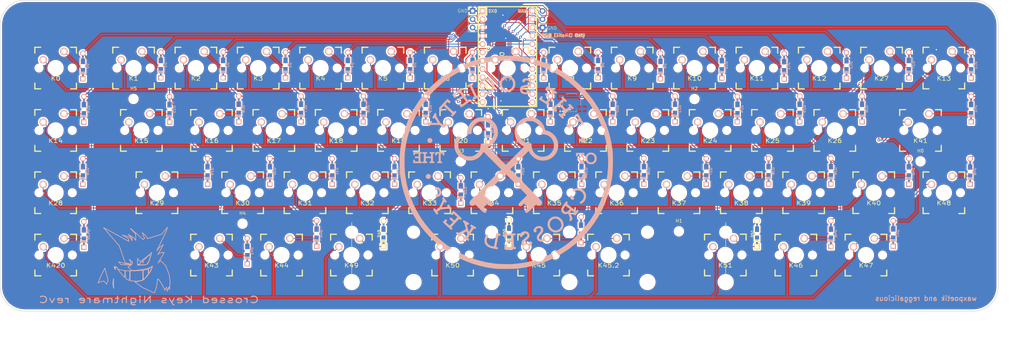
<source format=kicad_pcb>
(kicad_pcb (version 20171130) (host pcbnew "(5.1.2)-1")
  (layers (0 F.Cu signal) (31 B.Cu signal) (34 B.Paste user hide) (35 F.Paste user) (36 B.SilkS user) (37 F.SilkS user) (38 B.Mask user) (39 F.Mask user) (44 Edge.Cuts user))
  (net 0 "")
  (net 1 /col0)
  (net 2 /col1)
  (net 3 /col2)
  (net 4 /col3)
  (net 5 /col4)
  (net 6 /col5)
  (net 7 /col6)
  (net 8 /col7)
  (net 9 /col8)
  (net 10 /col9)
  (net 11 /col10)
  (net 12 /col11)
  (net 13 /col12)
  (net 14 /col13)
  (net 15 "Net-(D31-Pad1)")
  (net 16 "Net-(D34-Pad1)")
  (net 17 "Net-(D36-Pad1)")
  (net 18 "Net-(D38-Pad1)")
  (net 19 "Net-(D43-Pad1)")
  (net 20 "Net-(D44-Pad1)")
  (net 21 "Net-(D45-Pad1)")
  (net 22 "Net-(D46-Pad1)")
  (net 23 "Net-(D47-Pad1)")
  (net 24 "Net-(D48-Pad1)")
  (net 25 "Net-(D420-Pad1)")
  (net 26 /row0)
  (net 27 /row1)
  (net 28 /row2)
  (net 29 /row3)
  (net 30 GND)
  (net 31 VCC)
  (net 32 "Net-(U0-Pad22)")
  (net 33 "Net-(U0-Pad24)")
  (net 34 "Net-(D49-Pad1)")
  (net 35 "Net-(D50-Pad1)")
  (net 36 "Net-(D51-Pad1)")
  (module Connector_PinHeader_2.54mm:PinHeader_1x03_P2.54mm_Vertical (layer F.Cu) (at 335.73212 98.35642 180)
    (fp_text reference " " (at 0 -2.33) (layer F.SilkS))
    (fp_text value PinHeader_1x03_P2.54mm_Vertical)
    (pad 1 thru_hole rect (at 0 0 180) (size 1.7 1.7) (drill 1) (layers *.Cu *.Mask) (net 30 GND))
    (pad 2 thru_hole oval (at 0 2.54 180) (size 1.7 1.7) (drill 1) (layers *.Cu *.Mask) (net 33 "Net-(U0-Pad24)"))
    (pad 3 thru_hole oval (at 0 5.08 180) (size 1.7 1.7) (drill 1) (layers *.Cu *.Mask) (net 31 VCC))
  )
  (module Connector_PinHeader_2.54mm:PinHeader_1x03_P2.54mm_Vertical (layer F.Cu) (at 314.36056 93.26118)
    (fp_text reference " " (at 0 -2.33) (layer F.SilkS))
    (fp_text value PinHeader_1x03_P2.54mm_Vertical)
    (pad 1 thru_hole rect (at 0 0) (size 1.7 1.7) (drill 1) (layers *.Cu *.Mask) (net 30 GND))
    (pad 2 thru_hole oval (at 0 2.54) (size 1.7 1.7) (drill 1) (layers *.Cu *.Mask) (net 33 "Net-(U0-Pad24)"))
    (pad 3 thru_hole oval (at 0 5.08) (size 1.7 1.7) (drill 1) (layers *.Cu *.Mask) (net 31 VCC))
  )
  (module Button_Switch_SMD:SW_SPST_TL3342 (layer B.Cu) (at 344.67038 121.27738 180)
    (fp_text reference " " (at 0 3.75) (layer B.SilkS) (effects (justify mirror)))
    (fp_text value SW_SPST_TL3342)
    (pad 2 smd rect (at 3.15 -1.9 180) (size 1.7 1) (layers B.Cu B.Paste B.Mask) (net 30 GND))
    (pad 2 smd rect (at -3.15 -1.9 180) (size 1.7 1) (layers B.Cu B.Paste B.Mask) (net 30 GND))
    (pad 1 smd rect (at 3.15 1.9 180) (size 1.7 1) (layers B.Cu B.Paste B.Mask) (net 32 "Net-(U0-Pad22)"))
    (pad 1 smd rect (at -3.15 1.9 180) (size 1.7 1) (layers B.Cu B.Paste B.Mask) (net 32 "Net-(U0-Pad22)"))
  )
  (module Keebio-Parts:MX_PCB_100H (layer F.Cu) (at 391.5918 167.8432)
    (fp_text reference K51 (at 0 3.175) (layer F.SilkS) (effects (font (size 1.27 1.524) (thickness 0.2032))))
    (fp_text value KEYSW hide)
    (pad HOLE np_thru_hole circle (at 5.08 0) (size 1.8 1.8) (drill 1.8) (layers *.Cu))
    (pad HOLE np_thru_hole circle (at -5.08 0) (size 1.8 1.8) (drill 1.8) (layers *.Cu))
    (pad HOLE np_thru_hole circle (at 0 0) (size 3.9878 3.9878) (drill 3.9878) (layers *.Cu))
    (pad 2 thru_hole circle (at -3.81 -2.54) (size 2.286 2.286) (drill 1.4986) (layers *.Cu *.SilkS *.Mask) (net 29 /row3))
    (pad 1 thru_hole circle (at 2.54 -5.08) (size 2.286 2.286) (drill 1.4986) (layers *.Cu *.SilkS *.Mask) (net 36 "Net-(D51-Pad1)"))
  )
  (module Keebio-Parts:MX_PCB_275H (layer F.Cu) (at 355.8794 167.8686)
    (fp_text reference K45.2 (at 0 3.175) (layer F.SilkS) (effects (font (size 1.27 1.524) (thickness 0.2032))))
    (fp_text value KEYSW hide)
    (pad HOLE np_thru_hole circle (at 11.938 8.255) (size 3.9878 3.9878) (drill 3.9878) (layers *.Cu))
    (pad HOLE np_thru_hole circle (at -11.938 8.255) (size 3.9878 3.9878) (drill 3.9878) (layers *.Cu))
    (pad HOLE np_thru_hole circle (at 11.938 -6.985) (size 3.048 3.048) (drill 3.048) (layers *.Cu))
    (pad HOLE np_thru_hole circle (at -11.938 -6.985) (size 3.048 3.048) (drill 3.048) (layers *.Cu))
    (pad HOLE np_thru_hole circle (at 5.08 0) (size 1.8 1.8) (drill 1.8) (layers *.Cu))
    (pad HOLE np_thru_hole circle (at -5.08 0) (size 1.8 1.8) (drill 1.8) (layers *.Cu))
    (pad HOLE np_thru_hole circle (at 0 0) (size 3.9878 3.9878) (drill 3.9878) (layers *.Cu))
    (pad 2 thru_hole circle (at -3.81 -2.54) (size 2.286 2.286) (drill 1.4986) (layers *.Cu *.SilkS *.Mask) (net 29 /row3))
    (pad 1 thru_hole circle (at 2.54 -5.08) (size 2.286 2.286) (drill 1.4986) (layers *.Cu *.SilkS *.Mask) (net 21 "Net-(D45-Pad1)"))
  )
  (module Keebio-Parts:MX_PCB_225H (layer F.Cu) (at 308.2544 167.8686)
    (fp_text reference K50 (at 0 3.175) (layer F.SilkS) (effects (font (size 1.27 1.524) (thickness 0.2032))))
    (fp_text value KEYSW hide)
    (pad HOLE np_thru_hole circle (at 11.938 8.255) (size 3.9878 3.9878) (drill 3.9878) (layers *.Cu))
    (pad HOLE np_thru_hole circle (at -11.938 8.255) (size 3.9878 3.9878) (drill 3.9878) (layers *.Cu))
    (pad HOLE np_thru_hole circle (at 11.938 -6.985) (size 3.048 3.048) (drill 3.048) (layers *.Cu))
    (pad HOLE np_thru_hole circle (at -11.938 -6.985) (size 3.048 3.048) (drill 3.048) (layers *.Cu))
    (pad HOLE np_thru_hole circle (at 5.08 0) (size 1.8 1.8) (drill 1.8) (layers *.Cu))
    (pad HOLE np_thru_hole circle (at -5.08 0) (size 1.8 1.8) (drill 1.8) (layers *.Cu))
    (pad HOLE np_thru_hole circle (at 0 0) (size 3.9878 3.9878) (drill 3.9878) (layers *.Cu))
    (pad 2 thru_hole circle (at -3.81 -2.54) (size 2.286 2.286) (drill 1.4986) (layers *.Cu *.SilkS *.Mask) (net 29 /row3))
    (pad 1 thru_hole circle (at 2.54 -5.08) (size 2.286 2.286) (drill 1.4986) (layers *.Cu *.SilkS *.Mask) (net 35 "Net-(D50-Pad1)"))
  )
  (module Keebio-Parts:MX_PCB_100H (layer F.Cu) (at 277.3172 167.8686)
    (fp_text reference K49 (at 0 3.175) (layer F.SilkS) (effects (font (size 1.27 1.524) (thickness 0.2032))))
    (fp_text value KEYSW hide)
    (pad HOLE np_thru_hole circle (at 5.08 0) (size 1.8 1.8) (drill 1.8) (layers *.Cu))
    (pad HOLE np_thru_hole circle (at -5.08 0) (size 1.8 1.8) (drill 1.8) (layers *.Cu))
    (pad HOLE np_thru_hole circle (at 0 0) (size 3.9878 3.9878) (drill 3.9878) (layers *.Cu))
    (pad 2 thru_hole circle (at -3.81 -2.54) (size 2.286 2.286) (drill 1.4986) (layers *.Cu *.SilkS *.Mask) (net 29 /row3))
    (pad 1 thru_hole circle (at 2.54 -5.08) (size 2.286 2.286) (drill 1.4986) (layers *.Cu *.SilkS *.Mask) (net 34 "Net-(D49-Pad1)"))
  )
  (module Keebio-Parts:ARDUINO_PRO_MICRO (layer F.Cu) (at 325.0184 107.21848 270)
    (fp_text reference U0 (at 0 1.625 270) (layer F.SilkS) (effects (font (size 1.27 1.524) (thickness 0.2032))))
    (fp_text value ProMicro hide)
    (fp_text user TX0 (at -13.9 4.5) (layer F.SilkS))
    (fp_text user RAW (at -13.9 -4.6) (layer F.SilkS))
    (fp_text user RAW (at -13.9 -4.7) (layer B.SilkS) (effects (justify mirror)))
    (fp_text user TX0 (at -13.9 4.6) (layer B.SilkS) (effects (justify mirror)))
    (pad 24 thru_hole circle (at -13.97 -7.62 270) (size 1.7526 1.7526) (drill 1.0922) (layers *.Cu *.SilkS *.Mask) (net 33 "Net-(U0-Pad24)"))
    (pad 12 thru_hole circle (at 13.97 7.62 270) (size 1.7526 1.7526) (drill 1.0922) (layers *.Cu *.SilkS *.Mask) (net 2 /col1))
    (pad 23 thru_hole circle (at -11.43 -7.62 270) (size 1.7526 1.7526) (drill 1.0922) (layers *.Cu *.SilkS *.Mask) (net 30 GND))
    (pad 22 thru_hole circle (at -8.89 -7.62 270) (size 1.7526 1.7526) (drill 1.0922) (layers *.Cu *.SilkS *.Mask) (net 32 "Net-(U0-Pad22)"))
    (pad 21 thru_hole circle (at -6.35 -7.62 270) (size 1.7526 1.7526) (drill 1.0922) (layers *.Cu *.SilkS *.Mask) (net 31 VCC))
    (pad 20 thru_hole circle (at -3.81 -7.62 270) (size 1.7526 1.7526) (drill 1.0922) (layers *.Cu *.SilkS *.Mask) (net 7 /col6))
    (pad 19 thru_hole circle (at -1.27 -7.62 270) (size 1.7526 1.7526) (drill 1.0922) (layers *.Cu *.SilkS *.Mask) (net 8 /col7))
    (pad 18 thru_hole circle (at 1.27 -7.62 270) (size 1.7526 1.7526) (drill 1.0922) (layers *.Cu *.SilkS *.Mask) (net 9 /col8))
    (pad 17 thru_hole circle (at 3.81 -7.62 270) (size 1.7526 1.7526) (drill 1.0922) (layers *.Cu *.SilkS *.Mask) (net 10 /col9))
    (pad 16 thru_hole circle (at 6.35 -7.62 270) (size 1.7526 1.7526) (drill 1.0922) (layers *.Cu *.SilkS *.Mask) (net 11 /col10))
    (pad 15 thru_hole circle (at 8.89 -7.62 270) (size 1.7526 1.7526) (drill 1.0922) (layers *.Cu *.SilkS *.Mask) (net 12 /col11))
    (pad 14 thru_hole circle (at 11.43 -7.62 270) (size 1.7526 1.7526) (drill 1.0922) (layers *.Cu *.SilkS *.Mask) (net 13 /col12))
    (pad 13 thru_hole circle (at 13.97 -7.62 270) (size 1.7526 1.7526) (drill 1.0922) (layers *.Cu *.SilkS *.Mask) (net 14 /col13))
    (pad 11 thru_hole circle (at 11.43 7.62 270) (size 1.7526 1.7526) (drill 1.0922) (layers *.Cu *.SilkS *.Mask) (net 1 /col0))
    (pad 10 thru_hole circle (at 8.89 7.62 270) (size 1.7526 1.7526) (drill 1.0922) (layers *.Cu *.SilkS *.Mask) (net 29 /row3))
    (pad 9 thru_hole circle (at 6.35 7.62 270) (size 1.7526 1.7526) (drill 1.0922) (layers *.Cu *.SilkS *.Mask) (net 28 /row2))
    (pad 8 thru_hole circle (at 3.81 7.62 270) (size 1.7526 1.7526) (drill 1.0922) (layers *.Cu *.SilkS *.Mask) (net 27 /row1))
    (pad 7 thru_hole circle (at 1.27 7.62 270) (size 1.7526 1.7526) (drill 1.0922) (layers *.Cu *.SilkS *.Mask) (net 26 /row0))
    (pad 6 thru_hole circle (at -1.27 7.62 270) (size 1.7526 1.7526) (drill 1.0922) (layers *.Cu *.SilkS *.Mask) (net 6 /col5))
    (pad 5 thru_hole circle (at -3.81 7.62 270) (size 1.7526 1.7526) (drill 1.0922) (layers *.Cu *.SilkS *.Mask) (net 5 /col4))
    (pad 4 thru_hole circle (at -6.35 7.62 270) (size 1.7526 1.7526) (drill 1.0922) (layers *.Cu *.SilkS *.Mask) (net 30 GND))
    (pad 3 thru_hole circle (at -8.89 7.62 270) (size 1.7526 1.7526) (drill 1.0922) (layers *.Cu *.SilkS *.Mask) (net 30 GND))
    (pad 2 thru_hole circle (at -11.43 7.62 270) (size 1.7526 1.7526) (drill 1.0922) (layers *.Cu *.SilkS *.Mask) (net 4 /col3))
    (pad 1 thru_hole rect (at -13.97 7.62 270) (size 1.7526 1.7526) (drill 1.0922) (layers *.Cu *.SilkS *.Mask) (net 3 /col2))
  )
  (module keebs:Gengar_Thicc (layer B.Cu) (at 211.3788 170.0276 180)
    (fp_text reference G*** hide)
    (fp_text value Gengar_Thicc hide)
  )
  (module keebs:crossedkeys (layer B.Cu) (at 324.6755 139.5222 180)
    (fp_text reference G*** hide)
    (fp_text value crossedkeys hide)
  )
  (module Keebio-Parts:MX_PCB_175H (layer F.Cu) (at 451.246496 129.778016)
    (fp_text reference K41 (at 0 3.175) (layer F.SilkS) (effects (font (size 1.27 1.524) (thickness 0.2032))))
    (fp_text value KEYSW hide)
    (pad HOLE np_thru_hole circle (at 5.08 0) (size 1.8 1.8) (drill 1.8) (layers *.Cu))
    (pad HOLE np_thru_hole circle (at -5.08 0) (size 1.8 1.8) (drill 1.8) (layers *.Cu))
    (pad HOLE np_thru_hole circle (at 0 0) (size 3.9878 3.9878) (drill 3.9878) (layers *.Cu))
    (pad 2 thru_hole circle (at -3.81 -2.54) (size 2.286 2.286) (drill 1.4986) (layers *.Cu *.SilkS *.Mask) (net 28 /row2))
    (pad 1 thru_hole circle (at 2.54 -5.08) (size 2.286 2.286) (drill 1.4986) (layers *.Cu *.SilkS *.Mask) (net 14 /col13))
  )
  (module Keebio-Parts:MX_PCB_100H (layer F.Cu) (at 425.052768 129.778016)
    (fp_text reference K26 (at 0 3.175) (layer F.SilkS) (effects (font (size 1.27 1.524) (thickness 0.2032))))
    (fp_text value KEYSW hide)
    (pad HOLE np_thru_hole circle (at 5.08 0) (size 1.8 1.8) (drill 1.8) (layers *.Cu))
    (pad HOLE np_thru_hole circle (at -5.08 0) (size 1.8 1.8) (drill 1.8) (layers *.Cu))
    (pad HOLE np_thru_hole circle (at 0 0) (size 3.9878 3.9878) (drill 3.9878) (layers *.Cu))
    (pad 2 thru_hole circle (at -3.81 -2.54) (size 2.286 2.286) (drill 1.4986) (layers *.Cu *.SilkS *.Mask) (net 27 /row1))
    (pad 1 thru_hole circle (at 2.54 -5.08) (size 2.286 2.286) (drill 1.4986) (layers *.Cu *.SilkS *.Mask) (net 13 /col12))
  )
  (module Keebio-Parts:Diode-dual (layer B.Cu) (at 195.262336 110.102248 270)
    (fp_text reference D0 (at -0.0254 -1.4 270) (layer B.SilkS) (effects (font (size 0.8 0.8)) (justify mirror)))
    (fp_text value 1N4148 hide)
    (pad 1 smd rect (at 2.7 0 270) (size 2.5 0.5) (layers B.Cu) (net 1 /col0))
    (pad 2 smd rect (at -2.7 0 270) (size 2.5 0.5) (layers B.Cu) (net 1 /col0))
    (pad 1 thru_hole rect (at 3.9 0 270) (size 1.6 1.6) (drill 1) (layers *.Cu *.Mask B.SilkS) (net 1 /col0))
    (pad 2 thru_hole circle (at -3.9 0 270) (size 1.6 1.6) (drill 1) (layers *.Cu *.Mask B.SilkS) (net 1 /col0))
    (pad 2 smd rect (at -1.4 0 270) (size 1.6 1.2) (layers B.Cu B.Paste B.Mask) (net 1 /col0))
    (pad 1 smd rect (at 1.4 0 270) (size 1.6 1.2) (layers B.Cu B.Paste B.Mask) (net 1 /col0))
    (pad 1 smd rect (at 2.7 0 270) (size 2.5 0.5) (layers F.Cu) (net 1 /col0))
    (pad 1 smd rect (at 1.4 0 270) (size 1.6 1.2) (layers F.Cu F.Paste F.Mask) (net 1 /col0))
    (pad 2 smd rect (at -1.4 0 270) (size 1.6 1.2) (layers F.Cu F.Paste F.Mask) (net 1 /col0))
    (pad 2 smd rect (at -2.7 0 270) (size 2.5 0.5) (layers F.Cu) (net 1 /col0))
  )
  (module Keebio-Parts:Diode-dual (layer B.Cu) (at 219.074816 109.804592 270)
    (fp_text reference D1 (at -0.0254 -1.4 270) (layer B.SilkS) (effects (font (size 0.8 0.8)) (justify mirror)))
    (fp_text value 1N4148 hide)
    (pad 1 smd rect (at 2.7 0 270) (size 2.5 0.5) (layers B.Cu) (net 2 /col1))
    (pad 2 smd rect (at -2.7 0 270) (size 2.5 0.5) (layers B.Cu) (net 2 /col1))
    (pad 1 thru_hole rect (at 3.9 0 270) (size 1.6 1.6) (drill 1) (layers *.Cu *.Mask B.SilkS) (net 2 /col1))
    (pad 2 thru_hole circle (at -3.9 0 270) (size 1.6 1.6) (drill 1) (layers *.Cu *.Mask B.SilkS) (net 2 /col1))
    (pad 2 smd rect (at -1.4 0 270) (size 1.6 1.2) (layers B.Cu B.Paste B.Mask) (net 2 /col1))
    (pad 1 smd rect (at 1.4 0 270) (size 1.6 1.2) (layers B.Cu B.Paste B.Mask) (net 2 /col1))
    (pad 1 smd rect (at 2.7 0 270) (size 2.5 0.5) (layers F.Cu) (net 2 /col1))
    (pad 1 smd rect (at 1.4 0 270) (size 1.6 1.2) (layers F.Cu F.Paste F.Mask) (net 2 /col1))
    (pad 2 smd rect (at -1.4 0 270) (size 1.6 1.2) (layers F.Cu F.Paste F.Mask) (net 2 /col1))
    (pad 2 smd rect (at -2.7 0 270) (size 2.5 0.5) (layers F.Cu) (net 2 /col1))
  )
  (module Keebio-Parts:Diode-dual (layer B.Cu) (at 238.1248 109.804592 270)
    (fp_text reference D2 (at -0.0254 -1.4 270) (layer B.SilkS) (effects (font (size 0.8 0.8)) (justify mirror)))
    (fp_text value 1N4148 hide)
    (pad 1 smd rect (at 2.7 0 270) (size 2.5 0.5) (layers B.Cu) (net 3 /col2))
    (pad 2 smd rect (at -2.7 0 270) (size 2.5 0.5) (layers B.Cu) (net 3 /col2))
    (pad 1 thru_hole rect (at 3.9 0 270) (size 1.6 1.6) (drill 1) (layers *.Cu *.Mask B.SilkS) (net 3 /col2))
    (pad 2 thru_hole circle (at -3.9 0 270) (size 1.6 1.6) (drill 1) (layers *.Cu *.Mask B.SilkS) (net 3 /col2))
    (pad 2 smd rect (at -1.4 0 270) (size 1.6 1.2) (layers B.Cu B.Paste B.Mask) (net 3 /col2))
    (pad 1 smd rect (at 1.4 0 270) (size 1.6 1.2) (layers B.Cu B.Paste B.Mask) (net 3 /col2))
    (pad 1 smd rect (at 2.7 0 270) (size 2.5 0.5) (layers F.Cu) (net 3 /col2))
    (pad 1 smd rect (at 1.4 0 270) (size 1.6 1.2) (layers F.Cu F.Paste F.Mask) (net 3 /col2))
    (pad 2 smd rect (at -1.4 0 270) (size 1.6 1.2) (layers F.Cu F.Paste F.Mask) (net 3 /col2))
    (pad 2 smd rect (at -2.7 0 270) (size 2.5 0.5) (layers F.Cu) (net 3 /col2))
  )
  (module Keebio-Parts:Diode-dual (layer B.Cu) (at 257.174784 109.804592 270)
    (fp_text reference D3 (at -0.0254 -1.4 270) (layer B.SilkS) (effects (font (size 0.8 0.8)) (justify mirror)))
    (fp_text value 1N4148 hide)
    (pad 1 smd rect (at 2.7 0 270) (size 2.5 0.5) (layers B.Cu) (net 4 /col3))
    (pad 2 smd rect (at -2.7 0 270) (size 2.5 0.5) (layers B.Cu) (net 4 /col3))
    (pad 1 thru_hole rect (at 3.9 0 270) (size 1.6 1.6) (drill 1) (layers *.Cu *.Mask B.SilkS) (net 4 /col3))
    (pad 2 thru_hole circle (at -3.9 0 270) (size 1.6 1.6) (drill 1) (layers *.Cu *.Mask B.SilkS) (net 4 /col3))
    (pad 2 smd rect (at -1.4 0 270) (size 1.6 1.2) (layers B.Cu B.Paste B.Mask) (net 4 /col3))
    (pad 1 smd rect (at 1.4 0 270) (size 1.6 1.2) (layers B.Cu B.Paste B.Mask) (net 4 /col3))
    (pad 1 smd rect (at 2.7 0 270) (size 2.5 0.5) (layers F.Cu) (net 4 /col3))
    (pad 1 smd rect (at 1.4 0 270) (size 1.6 1.2) (layers F.Cu F.Paste F.Mask) (net 4 /col3))
    (pad 2 smd rect (at -1.4 0 270) (size 1.6 1.2) (layers F.Cu F.Paste F.Mask) (net 4 /col3))
    (pad 2 smd rect (at -2.7 0 270) (size 2.5 0.5) (layers F.Cu) (net 4 /col3))
  )
  (module Keebio-Parts:Diode-dual (layer B.Cu) (at 276.224768 109.804592 270)
    (fp_text reference D4 (at -0.0254 -1.4 270) (layer B.SilkS) (effects (font (size 0.8 0.8)) (justify mirror)))
    (fp_text value 1N4148 hide)
    (pad 1 smd rect (at 2.7 0 270) (size 2.5 0.5) (layers B.Cu) (net 5 /col4))
    (pad 2 smd rect (at -2.7 0 270) (size 2.5 0.5) (layers B.Cu) (net 5 /col4))
    (pad 1 thru_hole rect (at 3.9 0 270) (size 1.6 1.6) (drill 1) (layers *.Cu *.Mask B.SilkS) (net 5 /col4))
    (pad 2 thru_hole circle (at -3.9 0 270) (size 1.6 1.6) (drill 1) (layers *.Cu *.Mask B.SilkS) (net 5 /col4))
    (pad 2 smd rect (at -1.4 0 270) (size 1.6 1.2) (layers B.Cu B.Paste B.Mask) (net 5 /col4))
    (pad 1 smd rect (at 1.4 0 270) (size 1.6 1.2) (layers B.Cu B.Paste B.Mask) (net 5 /col4))
    (pad 1 smd rect (at 2.7 0 270) (size 2.5 0.5) (layers F.Cu) (net 5 /col4))
    (pad 1 smd rect (at 1.4 0 270) (size 1.6 1.2) (layers F.Cu F.Paste F.Mask) (net 5 /col4))
    (pad 2 smd rect (at -1.4 0 270) (size 1.6 1.2) (layers F.Cu F.Paste F.Mask) (net 5 /col4))
    (pad 2 smd rect (at -2.7 0 270) (size 2.5 0.5) (layers F.Cu) (net 5 /col4))
  )
  (module Keebio-Parts:Diode-dual (layer B.Cu) (at 295.274752 109.804592 270)
    (fp_text reference D5 (at -0.0254 -1.4 270) (layer B.SilkS) (effects (font (size 0.8 0.8)) (justify mirror)))
    (fp_text value 1N4148 hide)
    (pad 2 smd rect (at -2.7 0 270) (size 2.5 0.5) (layers F.Cu) (net 6 /col5))
    (pad 2 smd rect (at -1.4 0 270) (size 1.6 1.2) (layers F.Cu F.Paste F.Mask) (net 6 /col5))
    (pad 1 smd rect (at 1.4 0 270) (size 1.6 1.2) (layers F.Cu F.Paste F.Mask) (net 6 /col5))
    (pad 1 smd rect (at 2.7 0 270) (size 2.5 0.5) (layers F.Cu) (net 6 /col5))
    (pad 1 smd rect (at 1.4 0 270) (size 1.6 1.2) (layers B.Cu B.Paste B.Mask) (net 6 /col5))
    (pad 2 smd rect (at -1.4 0 270) (size 1.6 1.2) (layers B.Cu B.Paste B.Mask) (net 6 /col5))
    (pad 2 thru_hole circle (at -3.9 0 270) (size 1.6 1.6) (drill 1) (layers *.Cu *.Mask B.SilkS) (net 6 /col5))
    (pad 1 thru_hole rect (at 3.9 0 270) (size 1.6 1.6) (drill 1) (layers *.Cu *.Mask B.SilkS) (net 6 /col5))
    (pad 2 smd rect (at -2.7 0 270) (size 2.5 0.5) (layers B.Cu) (net 6 /col5))
    (pad 1 smd rect (at 2.7 0 270) (size 2.5 0.5) (layers B.Cu) (net 6 /col5))
  )
  (module Keebio-Parts:Diode-dual (layer B.Cu) (at 314.324736 109.835064 270)
    (fp_text reference D6 (at -0.0254 -1.4 270) (layer B.SilkS) (effects (font (size 0.8 0.8)) (justify mirror)))
    (fp_text value 1N4148 hide)
    (pad 1 smd rect (at 2.7 0 270) (size 2.5 0.5) (layers B.Cu) (net 7 /col6))
    (pad 2 smd rect (at -2.7 0 270) (size 2.5 0.5) (layers B.Cu) (net 7 /col6))
    (pad 1 thru_hole rect (at 3.9 0 270) (size 1.6 1.6) (drill 1) (layers *.Cu *.Mask B.SilkS) (net 7 /col6))
    (pad 2 thru_hole circle (at -3.9 0 270) (size 1.6 1.6) (drill 1) (layers *.Cu *.Mask B.SilkS) (net 7 /col6))
    (pad 2 smd rect (at -1.4 0 270) (size 1.6 1.2) (layers B.Cu B.Paste B.Mask) (net 7 /col6))
    (pad 1 smd rect (at 1.4 0 270) (size 1.6 1.2) (layers B.Cu B.Paste B.Mask) (net 7 /col6))
    (pad 1 smd rect (at 2.7 0 270) (size 2.5 0.5) (layers F.Cu) (net 7 /col6))
    (pad 1 smd rect (at 1.4 0 270) (size 1.6 1.2) (layers F.Cu F.Paste F.Mask) (net 7 /col6))
    (pad 2 smd rect (at -1.4 0 270) (size 1.6 1.2) (layers F.Cu F.Paste F.Mask) (net 7 /col6))
    (pad 2 smd rect (at -2.7 0 270) (size 2.5 0.5) (layers F.Cu) (net 7 /col6))
  )
  (module Keebio-Parts:Diode-dual (layer B.Cu) (at 336.053624 109.835064 270)
    (fp_text reference D7 (at -0.0254 -1.4 270) (layer B.SilkS) (effects (font (size 0.8 0.8)) (justify mirror)))
    (fp_text value 1N4148 hide)
    (pad 1 smd rect (at 2.7 0 270) (size 2.5 0.5) (layers B.Cu) (net 8 /col7))
    (pad 2 smd rect (at -2.7 0 270) (size 2.5 0.5) (layers B.Cu) (net 8 /col7))
    (pad 1 thru_hole rect (at 3.9 0 270) (size 1.6 1.6) (drill 1) (layers *.Cu *.Mask B.SilkS) (net 8 /col7))
    (pad 2 thru_hole circle (at -3.9 0 270) (size 1.6 1.6) (drill 1) (layers *.Cu *.Mask B.SilkS) (net 8 /col7))
    (pad 2 smd rect (at -1.4 0 270) (size 1.6 1.2) (layers B.Cu B.Paste B.Mask) (net 8 /col7))
    (pad 1 smd rect (at 1.4 0 270) (size 1.6 1.2) (layers B.Cu B.Paste B.Mask) (net 8 /col7))
    (pad 1 smd rect (at 2.7 0 270) (size 2.5 0.5) (layers F.Cu) (net 8 /col7))
    (pad 1 smd rect (at 1.4 0 270) (size 1.6 1.2) (layers F.Cu F.Paste F.Mask) (net 8 /col7))
    (pad 2 smd rect (at -1.4 0 270) (size 1.6 1.2) (layers F.Cu F.Paste F.Mask) (net 8 /col7))
    (pad 2 smd rect (at -2.7 0 270) (size 2.5 0.5) (layers F.Cu) (net 8 /col7))
  )
  (module Keebio-Parts:Diode-dual (layer B.Cu) (at 352.72236 109.804592 270)
    (fp_text reference D8 (at -0.0254 -1.4 270) (layer B.SilkS) (effects (font (size 0.8 0.8)) (justify mirror)))
    (fp_text value 1N4148 hide)
    (pad 2 smd rect (at -2.7 0 270) (size 2.5 0.5) (layers F.Cu) (net 9 /col8))
    (pad 2 smd rect (at -1.4 0 270) (size 1.6 1.2) (layers F.Cu F.Paste F.Mask) (net 9 /col8))
    (pad 1 smd rect (at 1.4 0 270) (size 1.6 1.2) (layers F.Cu F.Paste F.Mask) (net 9 /col8))
    (pad 1 smd rect (at 2.7 0 270) (size 2.5 0.5) (layers F.Cu) (net 9 /col8))
    (pad 1 smd rect (at 1.4 0 270) (size 1.6 1.2) (layers B.Cu B.Paste B.Mask) (net 9 /col8))
    (pad 2 smd rect (at -1.4 0 270) (size 1.6 1.2) (layers B.Cu B.Paste B.Mask) (net 9 /col8))
    (pad 2 thru_hole circle (at -3.9 0 270) (size 1.6 1.6) (drill 1) (layers *.Cu *.Mask B.SilkS) (net 9 /col8))
    (pad 1 thru_hole rect (at 3.9 0 270) (size 1.6 1.6) (drill 1) (layers *.Cu *.Mask B.SilkS) (net 9 /col8))
    (pad 2 smd rect (at -2.7 0 270) (size 2.5 0.5) (layers B.Cu) (net 9 /col8))
    (pad 1 smd rect (at 2.7 0 270) (size 2.5 0.5) (layers B.Cu) (net 9 /col8))
  )
  (module Keebio-Parts:Diode-dual (layer B.Cu) (at 371.772344 110.102248 270)
    (fp_text reference D9 (at -0.0254 -1.4 270) (layer B.SilkS) (effects (font (size 0.8 0.8)) (justify mirror)))
    (fp_text value 1N4148 hide)
    (pad 2 smd rect (at -2.7 0 270) (size 2.5 0.5) (layers F.Cu) (net 10 /col9))
    (pad 2 smd rect (at -1.4 0 270) (size 1.6 1.2) (layers F.Cu F.Paste F.Mask) (net 10 /col9))
    (pad 1 smd rect (at 1.4 0 270) (size 1.6 1.2) (layers F.Cu F.Paste F.Mask) (net 10 /col9))
    (pad 1 smd rect (at 2.7 0 270) (size 2.5 0.5) (layers F.Cu) (net 10 /col9))
    (pad 1 smd rect (at 1.4 0 270) (size 1.6 1.2) (layers B.Cu B.Paste B.Mask) (net 10 /col9))
    (pad 2 smd rect (at -1.4 0 270) (size 1.6 1.2) (layers B.Cu B.Paste B.Mask) (net 10 /col9))
    (pad 2 thru_hole circle (at -3.9 0 270) (size 1.6 1.6) (drill 1) (layers *.Cu *.Mask B.SilkS) (net 10 /col9))
    (pad 1 thru_hole rect (at 3.9 0 270) (size 1.6 1.6) (drill 1) (layers *.Cu *.Mask B.SilkS) (net 10 /col9))
    (pad 2 smd rect (at -2.7 0 270) (size 2.5 0.5) (layers B.Cu) (net 10 /col9))
    (pad 1 smd rect (at 2.7 0 270) (size 2.5 0.5) (layers B.Cu) (net 10 /col9))
  )
  (module Keebio-Parts:Diode-dual (layer B.Cu) (at 390.524672 109.865536 270)
    (fp_text reference D10 (at -0.0254 -1.4 270) (layer B.SilkS) (effects (font (size 0.8 0.8)) (justify mirror)))
    (fp_text value 1N4148 hide)
    (pad 1 smd rect (at 2.7 0 270) (size 2.5 0.5) (layers B.Cu) (net 11 /col10))
    (pad 2 smd rect (at -2.7 0 270) (size 2.5 0.5) (layers B.Cu) (net 11 /col10))
    (pad 1 thru_hole rect (at 3.9 0 270) (size 1.6 1.6) (drill 1) (layers *.Cu *.Mask B.SilkS) (net 11 /col10))
    (pad 2 thru_hole circle (at -3.9 0 270) (size 1.6 1.6) (drill 1) (layers *.Cu *.Mask B.SilkS) (net 11 /col10))
    (pad 2 smd rect (at -1.4 0 270) (size 1.6 1.2) (layers B.Cu B.Paste B.Mask) (net 11 /col10))
    (pad 1 smd rect (at 1.4 0 270) (size 1.6 1.2) (layers B.Cu B.Paste B.Mask) (net 11 /col10))
    (pad 1 smd rect (at 2.7 0 270) (size 2.5 0.5) (layers F.Cu) (net 11 /col10))
    (pad 1 smd rect (at 1.4 0 270) (size 1.6 1.2) (layers F.Cu F.Paste F.Mask) (net 11 /col10))
    (pad 2 smd rect (at -1.4 0 270) (size 1.6 1.2) (layers F.Cu F.Paste F.Mask) (net 11 /col10))
    (pad 2 smd rect (at -2.7 0 270) (size 2.5 0.5) (layers F.Cu) (net 11 /col10))
  )
  (module Keebio-Parts:Diode-dual (layer B.Cu) (at 409.574656 110.163192 270)
    (fp_text reference D11 (at -0.0254 -1.4 270) (layer B.SilkS) (effects (font (size 0.8 0.8)) (justify mirror)))
    (fp_text value 1N4148 hide)
    (pad 2 smd rect (at -2.7 0 270) (size 2.5 0.5) (layers F.Cu) (net 12 /col11))
    (pad 2 smd rect (at -1.4 0 270) (size 1.6 1.2) (layers F.Cu F.Paste F.Mask) (net 12 /col11))
    (pad 1 smd rect (at 1.4 0 270) (size 1.6 1.2) (layers F.Cu F.Paste F.Mask) (net 12 /col11))
    (pad 1 smd rect (at 2.7 0 270) (size 2.5 0.5) (layers F.Cu) (net 12 /col11))
    (pad 1 smd rect (at 1.4 0 270) (size 1.6 1.2) (layers B.Cu B.Paste B.Mask) (net 12 /col11))
    (pad 2 smd rect (at -1.4 0 270) (size 1.6 1.2) (layers B.Cu B.Paste B.Mask) (net 12 /col11))
    (pad 2 thru_hole circle (at -3.9 0 270) (size 1.6 1.6) (drill 1) (layers *.Cu *.Mask B.SilkS) (net 12 /col11))
    (pad 1 thru_hole rect (at 3.9 0 270) (size 1.6 1.6) (drill 1) (layers *.Cu *.Mask B.SilkS) (net 12 /col11))
    (pad 2 smd rect (at -2.7 0 270) (size 2.5 0.5) (layers B.Cu) (net 12 /col11))
    (pad 1 smd rect (at 2.7 0 270) (size 2.5 0.5) (layers B.Cu) (net 12 /col11))
  )
  (module Keebio-Parts:Diode-dual (layer B.Cu) (at 428.62464 109.865536 270)
    (fp_text reference D12 (at -0.0254 -1.4 270) (layer B.SilkS) (effects (font (size 0.8 0.8)) (justify mirror)))
    (fp_text value 1N4148 hide)
    (pad 1 smd rect (at 2.7 0 270) (size 2.5 0.5) (layers B.Cu) (net 13 /col12))
    (pad 2 smd rect (at -2.7 0 270) (size 2.5 0.5) (layers B.Cu) (net 13 /col12))
    (pad 1 thru_hole rect (at 3.9 0 270) (size 1.6 1.6) (drill 1) (layers *.Cu *.Mask B.SilkS) (net 13 /col12))
    (pad 2 thru_hole circle (at -3.9 0 270) (size 1.6 1.6) (drill 1) (layers *.Cu *.Mask B.SilkS) (net 13 /col12))
    (pad 2 smd rect (at -1.4 0 270) (size 1.6 1.2) (layers B.Cu B.Paste B.Mask) (net 13 /col12))
    (pad 1 smd rect (at 1.4 0 270) (size 1.6 1.2) (layers B.Cu B.Paste B.Mask) (net 13 /col12))
    (pad 1 smd rect (at 2.7 0 270) (size 2.5 0.5) (layers F.Cu) (net 13 /col12))
    (pad 1 smd rect (at 1.4 0 270) (size 1.6 1.2) (layers F.Cu F.Paste F.Mask) (net 13 /col12))
    (pad 2 smd rect (at -1.4 0 270) (size 1.6 1.2) (layers F.Cu F.Paste F.Mask) (net 13 /col12))
    (pad 2 smd rect (at -2.7 0 270) (size 2.5 0.5) (layers F.Cu) (net 13 /col12))
  )
  (module Keebio-Parts:Diode-dual (layer B.Cu) (at 466.724608 109.865536 270)
    (fp_text reference D13 (at -0.0254 -1.4 270) (layer B.SilkS) (effects (font (size 0.8 0.8)) (justify mirror)))
    (fp_text value 1N4148 hide)
    (pad 1 smd rect (at 2.7 0 270) (size 2.5 0.5) (layers B.Cu) (net 14 /col13))
    (pad 2 smd rect (at -2.7 0 270) (size 2.5 0.5) (layers B.Cu) (net 14 /col13))
    (pad 1 thru_hole rect (at 3.9 0 270) (size 1.6 1.6) (drill 1) (layers *.Cu *.Mask B.SilkS) (net 14 /col13))
    (pad 2 thru_hole circle (at -3.9 0 270) (size 1.6 1.6) (drill 1) (layers *.Cu *.Mask B.SilkS) (net 14 /col13))
    (pad 2 smd rect (at -1.4 0 270) (size 1.6 1.2) (layers B.Cu B.Paste B.Mask) (net 14 /col13))
    (pad 1 smd rect (at 1.4 0 270) (size 1.6 1.2) (layers B.Cu B.Paste B.Mask) (net 14 /col13))
    (pad 1 smd rect (at 2.7 0 270) (size 2.5 0.5) (layers F.Cu) (net 14 /col13))
    (pad 1 smd rect (at 1.4 0 270) (size 1.6 1.2) (layers F.Cu F.Paste F.Mask) (net 14 /col13))
    (pad 2 smd rect (at -1.4 0 270) (size 1.6 1.2) (layers F.Cu F.Paste F.Mask) (net 14 /col13))
    (pad 2 smd rect (at -2.7 0 270) (size 2.5 0.5) (layers F.Cu) (net 14 /col13))
  )
  (module Keebio-Parts:Diode-dual (layer B.Cu) (at 195.559992 123.317864 270)
    (fp_text reference D14 (at -0.0254 -1.4 270) (layer B.SilkS) (effects (font (size 0.8 0.8)) (justify mirror)))
    (fp_text value 1N4148 hide)
    (pad 1 smd rect (at 2.7 0 270) (size 2.5 0.5) (layers B.Cu) (net 1 /col0))
    (pad 2 smd rect (at -2.7 0 270) (size 2.5 0.5) (layers B.Cu) (net 1 /col0))
    (pad 1 thru_hole rect (at 3.9 0 270) (size 1.6 1.6) (drill 1) (layers *.Cu *.Mask B.SilkS) (net 1 /col0))
    (pad 2 thru_hole circle (at -3.9 0 270) (size 1.6 1.6) (drill 1) (layers *.Cu *.Mask B.SilkS) (net 1 /col0))
    (pad 2 smd rect (at -1.4 0 270) (size 1.6 1.2) (layers B.Cu B.Paste B.Mask) (net 1 /col0))
    (pad 1 smd rect (at 1.4 0 270) (size 1.6 1.2) (layers B.Cu B.Paste B.Mask) (net 1 /col0))
    (pad 1 smd rect (at 2.7 0 270) (size 2.5 0.5) (layers F.Cu) (net 1 /col0))
    (pad 1 smd rect (at 1.4 0 270) (size 1.6 1.2) (layers F.Cu F.Paste F.Mask) (net 1 /col0))
    (pad 2 smd rect (at -1.4 0 270) (size 1.6 1.2) (layers F.Cu F.Paste F.Mask) (net 1 /col0))
    (pad 2 smd rect (at -2.7 0 270) (size 2.5 0.5) (layers F.Cu) (net 1 /col0))
  )
  (module Keebio-Parts:Diode-dual (layer B.Cu) (at 221.75372 123.317864 270)
    (fp_text reference D15 (at -0.0254 -1.4 270) (layer B.SilkS) (effects (font (size 0.8 0.8)) (justify mirror)))
    (fp_text value 1N4148 hide)
    (pad 2 smd rect (at -2.7 0 270) (size 2.5 0.5) (layers F.Cu) (net 2 /col1))
    (pad 2 smd rect (at -1.4 0 270) (size 1.6 1.2) (layers F.Cu F.Paste F.Mask) (net 2 /col1))
    (pad 1 smd rect (at 1.4 0 270) (size 1.6 1.2) (layers F.Cu F.Paste F.Mask) (net 2 /col1))
    (pad 1 smd rect (at 2.7 0 270) (size 2.5 0.5) (layers F.Cu) (net 2 /col1))
    (pad 1 smd rect (at 1.4 0 270) (size 1.6 1.2) (layers B.Cu B.Paste B.Mask) (net 2 /col1))
    (pad 2 smd rect (at -1.4 0 270) (size 1.6 1.2) (layers B.Cu B.Paste B.Mask) (net 2 /col1))
    (pad 2 thru_hole circle (at -3.9 0 270) (size 1.6 1.6) (drill 1) (layers *.Cu *.Mask B.SilkS) (net 2 /col1))
    (pad 1 thru_hole rect (at 3.9 0 270) (size 1.6 1.6) (drill 1) (layers *.Cu *.Mask B.SilkS) (net 2 /col1))
    (pad 2 smd rect (at -2.7 0 270) (size 2.5 0.5) (layers B.Cu) (net 2 /col1))
    (pad 1 smd rect (at 2.7 0 270) (size 2.5 0.5) (layers B.Cu) (net 2 /col1))
  )
  (module Keebio-Parts:Diode-dual (layer B.Cu) (at 242.887296 123.199112 270)
    (fp_text reference D16 (at -0.0254 -1.4 270) (layer B.SilkS) (effects (font (size 0.8 0.8)) (justify mirror)))
    (fp_text value 1N4148 hide)
    (pad 1 smd rect (at 2.7 0 270) (size 2.5 0.5) (layers B.Cu) (net 3 /col2))
    (pad 2 smd rect (at -2.7 0 270) (size 2.5 0.5) (layers B.Cu) (net 3 /col2))
    (pad 1 thru_hole rect (at 3.9 0 270) (size 1.6 1.6) (drill 1) (layers *.Cu *.Mask B.SilkS) (net 3 /col2))
    (pad 2 thru_hole circle (at -3.9 0 270) (size 1.6 1.6) (drill 1) (layers *.Cu *.Mask B.SilkS) (net 3 /col2))
    (pad 2 smd rect (at -1.4 0 270) (size 1.6 1.2) (layers B.Cu B.Paste B.Mask) (net 3 /col2))
    (pad 1 smd rect (at 1.4 0 270) (size 1.6 1.2) (layers B.Cu B.Paste B.Mask) (net 3 /col2))
    (pad 1 smd rect (at 2.7 0 270) (size 2.5 0.5) (layers F.Cu) (net 3 /col2))
    (pad 1 smd rect (at 1.4 0 270) (size 1.6 1.2) (layers F.Cu F.Paste F.Mask) (net 3 /col2))
    (pad 2 smd rect (at -1.4 0 270) (size 1.6 1.2) (layers F.Cu F.Paste F.Mask) (net 3 /col2))
    (pad 2 smd rect (at -2.7 0 270) (size 2.5 0.5) (layers F.Cu) (net 3 /col2))
  )
  (module Keebio-Parts:Diode-dual (layer B.Cu) (at 261.93728 123.199112 270)
    (fp_text reference D17 (at -0.0254 -1.4 270) (layer B.SilkS) (effects (font (size 0.8 0.8)) (justify mirror)))
    (fp_text value 1N4148 hide)
    (pad 2 smd rect (at -2.7 0 270) (size 2.5 0.5) (layers F.Cu) (net 4 /col3))
    (pad 2 smd rect (at -1.4 0 270) (size 1.6 1.2) (layers F.Cu F.Paste F.Mask) (net 4 /col3))
    (pad 1 smd rect (at 1.4 0 270) (size 1.6 1.2) (layers F.Cu F.Paste F.Mask) (net 4 /col3))
    (pad 1 smd rect (at 2.7 0 270) (size 2.5 0.5) (layers F.Cu) (net 4 /col3))
    (pad 1 smd rect (at 1.4 0 270) (size 1.6 1.2) (layers B.Cu B.Paste B.Mask) (net 4 /col3))
    (pad 2 smd rect (at -1.4 0 270) (size 1.6 1.2) (layers B.Cu B.Paste B.Mask) (net 4 /col3))
    (pad 2 thru_hole circle (at -3.9 0 270) (size 1.6 1.6) (drill 1) (layers *.Cu *.Mask B.SilkS) (net 4 /col3))
    (pad 1 thru_hole rect (at 3.9 0 270) (size 1.6 1.6) (drill 1) (layers *.Cu *.Mask B.SilkS) (net 4 /col3))
    (pad 2 smd rect (at -2.7 0 270) (size 2.5 0.5) (layers B.Cu) (net 4 /col3))
    (pad 1 smd rect (at 2.7 0 270) (size 2.5 0.5) (layers B.Cu) (net 4 /col3))
  )
  (module Keebio-Parts:Diode-dual (layer B.Cu) (at 280.987264 123.199112 270)
    (fp_text reference D18 (at -0.0254 -1.4 270) (layer B.SilkS) (effects (font (size 0.8 0.8)) (justify mirror)))
    (fp_text value 1N4148 hide)
    (pad 1 smd rect (at 2.7 0 270) (size 2.5 0.5) (layers B.Cu) (net 5 /col4))
    (pad 2 smd rect (at -2.7 0 270) (size 2.5 0.5) (layers B.Cu) (net 5 /col4))
    (pad 1 thru_hole rect (at 3.9 0 270) (size 1.6 1.6) (drill 1) (layers *.Cu *.Mask B.SilkS) (net 5 /col4))
    (pad 2 thru_hole circle (at -3.9 0 270) (size 1.6 1.6) (drill 1) (layers *.Cu *.Mask B.SilkS) (net 5 /col4))
    (pad 2 smd rect (at -1.4 0 270) (size 1.6 1.2) (layers B.Cu B.Paste B.Mask) (net 5 /col4))
    (pad 1 smd rect (at 1.4 0 270) (size 1.6 1.2) (layers B.Cu B.Paste B.Mask) (net 5 /col4))
    (pad 1 smd rect (at 2.7 0 270) (size 2.5 0.5) (layers F.Cu) (net 5 /col4))
    (pad 1 smd rect (at 1.4 0 270) (size 1.6 1.2) (layers F.Cu F.Paste F.Mask) (net 5 /col4))
    (pad 2 smd rect (at -1.4 0 270) (size 1.6 1.2) (layers F.Cu F.Paste F.Mask) (net 5 /col4))
    (pad 2 smd rect (at -2.7 0 270) (size 2.5 0.5) (layers F.Cu) (net 5 /col4))
  )
  (module Keebio-Parts:Diode-dual (layer B.Cu) (at 300.037248 123.199112 270)
    (fp_text reference D19 (at -0.0254 -1.4 270) (layer B.SilkS) (effects (font (size 0.8 0.8)) (justify mirror)))
    (fp_text value 1N4148 hide)
    (pad 1 smd rect (at 2.7 0 270) (size 2.5 0.5) (layers B.Cu) (net 6 /col5))
    (pad 2 smd rect (at -2.7 0 270) (size 2.5 0.5) (layers B.Cu) (net 6 /col5))
    (pad 1 thru_hole rect (at 3.9 0 270) (size 1.6 1.6) (drill 1) (layers *.Cu *.Mask B.SilkS) (net 6 /col5))
    (pad 2 thru_hole circle (at -3.9 0 270) (size 1.6 1.6) (drill 1) (layers *.Cu *.Mask B.SilkS) (net 6 /col5))
    (pad 2 smd rect (at -1.4 0 270) (size 1.6 1.2) (layers B.Cu B.Paste B.Mask) (net 6 /col5))
    (pad 1 smd rect (at 1.4 0 270) (size 1.6 1.2) (layers B.Cu B.Paste B.Mask) (net 6 /col5))
    (pad 1 smd rect (at 2.7 0 270) (size 2.5 0.5) (layers F.Cu) (net 6 /col5))
    (pad 1 smd rect (at 1.4 0 270) (size 1.6 1.2) (layers F.Cu F.Paste F.Mask) (net 6 /col5))
    (pad 2 smd rect (at -1.4 0 270) (size 1.6 1.2) (layers F.Cu F.Paste F.Mask) (net 6 /col5))
    (pad 2 smd rect (at -2.7 0 270) (size 2.5 0.5) (layers F.Cu) (net 6 /col5))
  )
  (module Keebio-Parts:Diode-dual (layer B.Cu) (at 319.087232 129.449888 270)
    (fp_text reference D20 (at -0.0254 -1.4 270) (layer B.SilkS) (effects (font (size 0.8 0.8)) (justify mirror)))
    (fp_text value 1N4148 hide)
    (pad 2 smd rect (at -2.7 0 270) (size 2.5 0.5) (layers F.Cu) (net 7 /col6))
    (pad 2 smd rect (at -1.4 0 270) (size 1.6 1.2) (layers F.Cu F.Paste F.Mask) (net 7 /col6))
    (pad 1 smd rect (at 1.4 0 270) (size 1.6 1.2) (layers F.Cu F.Paste F.Mask) (net 7 /col6))
    (pad 1 smd rect (at 2.7 0 270) (size 2.5 0.5) (layers F.Cu) (net 7 /col6))
    (pad 1 smd rect (at 1.4 0 270) (size 1.6 1.2) (layers B.Cu B.Paste B.Mask) (net 7 /col6))
    (pad 2 smd rect (at -1.4 0 270) (size 1.6 1.2) (layers B.Cu B.Paste B.Mask) (net 7 /col6))
    (pad 2 thru_hole circle (at -3.9 0 270) (size 1.6 1.6) (drill 1) (layers *.Cu *.Mask B.SilkS) (net 7 /col6))
    (pad 1 thru_hole rect (at 3.9 0 270) (size 1.6 1.6) (drill 1) (layers *.Cu *.Mask B.SilkS) (net 7 /col6))
    (pad 2 smd rect (at -2.7 0 270) (size 2.5 0.5) (layers B.Cu) (net 7 /col6))
    (pad 1 smd rect (at 2.7 0 270) (size 2.5 0.5) (layers B.Cu) (net 7 /col6))
  )
  (module Keebio-Parts:Diode-dual (layer B.Cu) (at 338.137216 123.199112 270)
    (fp_text reference D21 (at -0.0254 -1.4 270) (layer B.SilkS) (effects (font (size 0.8 0.8)) (justify mirror)))
    (fp_text value 1N4148 hide)
    (pad 2 smd rect (at -2.7 0 270) (size 2.5 0.5) (layers F.Cu) (net 8 /col7))
    (pad 2 smd rect (at -1.4 0 270) (size 1.6 1.2) (layers F.Cu F.Paste F.Mask) (net 8 /col7))
    (pad 1 smd rect (at 1.4 0 270) (size 1.6 1.2) (layers F.Cu F.Paste F.Mask) (net 8 /col7))
    (pad 1 smd rect (at 2.7 0 270) (size 2.5 0.5) (layers F.Cu) (net 8 /col7))
    (pad 1 smd rect (at 1.4 0 270) (size 1.6 1.2) (layers B.Cu B.Paste B.Mask) (net 8 /col7))
    (pad 2 smd rect (at -1.4 0 270) (size 1.6 1.2) (layers B.Cu B.Paste B.Mask) (net 8 /col7))
    (pad 2 thru_hole circle (at -3.9 0 270) (size 1.6 1.6) (drill 1) (layers *.Cu *.Mask B.SilkS) (net 8 /col7))
    (pad 1 thru_hole rect (at 3.9 0 270) (size 1.6 1.6) (drill 1) (layers *.Cu *.Mask B.SilkS) (net 8 /col7))
    (pad 2 smd rect (at -2.7 0 270) (size 2.5 0.5) (layers B.Cu) (net 8 /col7))
    (pad 1 smd rect (at 2.7 0 270) (size 2.5 0.5) (layers B.Cu) (net 8 /col7))
  )
  (module Keebio-Parts:Diode-dual (layer B.Cu) (at 357.1872 123.199112 270)
    (fp_text reference D22 (at -0.0254 -1.4 270) (layer B.SilkS) (effects (font (size 0.8 0.8)) (justify mirror)))
    (fp_text value 1N4148 hide)
    (pad 2 smd rect (at -2.7 0 270) (size 2.5 0.5) (layers F.Cu) (net 9 /col8))
    (pad 2 smd rect (at -1.4 0 270) (size 1.6 1.2) (layers F.Cu F.Paste F.Mask) (net 9 /col8))
    (pad 1 smd rect (at 1.4 0 270) (size 1.6 1.2) (layers F.Cu F.Paste F.Mask) (net 9 /col8))
    (pad 1 smd rect (at 2.7 0 270) (size 2.5 0.5) (layers F.Cu) (net 9 /col8))
    (pad 1 smd rect (at 1.4 0 270) (size 1.6 1.2) (layers B.Cu B.Paste B.Mask) (net 9 /col8))
    (pad 2 smd rect (at -1.4 0 270) (size 1.6 1.2) (layers B.Cu B.Paste B.Mask) (net 9 /col8))
    (pad 2 thru_hole circle (at -3.9 0 270) (size 1.6 1.6) (drill 1) (layers *.Cu *.Mask B.SilkS) (net 9 /col8))
    (pad 1 thru_hole rect (at 3.9 0 270) (size 1.6 1.6) (drill 1) (layers *.Cu *.Mask B.SilkS) (net 9 /col8))
    (pad 2 smd rect (at -2.7 0 270) (size 2.5 0.5) (layers B.Cu) (net 9 /col8))
    (pad 1 smd rect (at 2.7 0 270) (size 2.5 0.5) (layers B.Cu) (net 9 /col8))
  )
  (module Keebio-Parts:Diode-dual (layer B.Cu) (at 376.237184 123.199112 270)
    (fp_text reference D23 (at -0.0254 -1.4 270) (layer B.SilkS) (effects (font (size 0.8 0.8)) (justify mirror)))
    (fp_text value 1N4148 hide)
    (pad 2 smd rect (at -2.7 0 270) (size 2.5 0.5) (layers F.Cu) (net 10 /col9))
    (pad 2 smd rect (at -1.4 0 270) (size 1.6 1.2) (layers F.Cu F.Paste F.Mask) (net 10 /col9))
    (pad 1 smd rect (at 1.4 0 270) (size 1.6 1.2) (layers F.Cu F.Paste F.Mask) (net 10 /col9))
    (pad 1 smd rect (at 2.7 0 270) (size 2.5 0.5) (layers F.Cu) (net 10 /col9))
    (pad 1 smd rect (at 1.4 0 270) (size 1.6 1.2) (layers B.Cu B.Paste B.Mask) (net 10 /col9))
    (pad 2 smd rect (at -1.4 0 270) (size 1.6 1.2) (layers B.Cu B.Paste B.Mask) (net 10 /col9))
    (pad 2 thru_hole circle (at -3.9 0 270) (size 1.6 1.6) (drill 1) (layers *.Cu *.Mask B.SilkS) (net 10 /col9))
    (pad 1 thru_hole rect (at 3.9 0 270) (size 1.6 1.6) (drill 1) (layers *.Cu *.Mask B.SilkS) (net 10 /col9))
    (pad 2 smd rect (at -2.7 0 270) (size 2.5 0.5) (layers B.Cu) (net 10 /col9))
    (pad 1 smd rect (at 2.7 0 270) (size 2.5 0.5) (layers B.Cu) (net 10 /col9))
  )
  (module Keebio-Parts:Diode-dual (layer B.Cu) (at 395.287168 123.260056 270)
    (fp_text reference D24 (at -0.0254 -1.4 270) (layer B.SilkS) (effects (font (size 0.8 0.8)) (justify mirror)))
    (fp_text value 1N4148 hide)
    (pad 1 smd rect (at 2.7 0 270) (size 2.5 0.5) (layers B.Cu) (net 11 /col10))
    (pad 2 smd rect (at -2.7 0 270) (size 2.5 0.5) (layers B.Cu) (net 11 /col10))
    (pad 1 thru_hole rect (at 3.9 0 270) (size 1.6 1.6) (drill 1) (layers *.Cu *.Mask B.SilkS) (net 11 /col10))
    (pad 2 thru_hole circle (at -3.9 0 270) (size 1.6 1.6) (drill 1) (layers *.Cu *.Mask B.SilkS) (net 11 /col10))
    (pad 2 smd rect (at -1.4 0 270) (size 1.6 1.2) (layers B.Cu B.Paste B.Mask) (net 11 /col10))
    (pad 1 smd rect (at 1.4 0 270) (size 1.6 1.2) (layers B.Cu B.Paste B.Mask) (net 11 /col10))
    (pad 1 smd rect (at 2.7 0 270) (size 2.5 0.5) (layers F.Cu) (net 11 /col10))
    (pad 1 smd rect (at 1.4 0 270) (size 1.6 1.2) (layers F.Cu F.Paste F.Mask) (net 11 /col10))
    (pad 2 smd rect (at -1.4 0 270) (size 1.6 1.2) (layers F.Cu F.Paste F.Mask) (net 11 /col10))
    (pad 2 smd rect (at -2.7 0 270) (size 2.5 0.5) (layers F.Cu) (net 11 /col10))
  )
  (module Keebio-Parts:Diode-dual (layer B.Cu) (at 414.337152 123.199112 270)
    (fp_text reference D25 (at -0.0254 -1.4 270) (layer B.SilkS) (effects (font (size 0.8 0.8)) (justify mirror)))
    (fp_text value 1N4148 hide)
    (pad 1 smd rect (at 2.7 0 270) (size 2.5 0.5) (layers B.Cu) (net 12 /col11))
    (pad 2 smd rect (at -2.7 0 270) (size 2.5 0.5) (layers B.Cu) (net 12 /col11))
    (pad 1 thru_hole rect (at 3.9 0 270) (size 1.6 1.6) (drill 1) (layers *.Cu *.Mask B.SilkS) (net 12 /col11))
    (pad 2 thru_hole circle (at -3.9 0 270) (size 1.6 1.6) (drill 1) (layers *.Cu *.Mask B.SilkS) (net 12 /col11))
    (pad 2 smd rect (at -1.4 0 270) (size 1.6 1.2) (layers B.Cu B.Paste B.Mask) (net 12 /col11))
    (pad 1 smd rect (at 1.4 0 270) (size 1.6 1.2) (layers B.Cu B.Paste B.Mask) (net 12 /col11))
    (pad 1 smd rect (at 2.7 0 270) (size 2.5 0.5) (layers F.Cu) (net 12 /col11))
    (pad 1 smd rect (at 1.4 0 270) (size 1.6 1.2) (layers F.Cu F.Paste F.Mask) (net 12 /col11))
    (pad 2 smd rect (at -1.4 0 270) (size 1.6 1.2) (layers F.Cu F.Paste F.Mask) (net 12 /col11))
    (pad 2 smd rect (at -2.7 0 270) (size 2.5 0.5) (layers F.Cu) (net 12 /col11))
  )
  (module Keebio-Parts:Diode-dual (layer B.Cu) (at 433.387136 123.199112 270)
    (fp_text reference D26 (at -0.0254 -1.4 270) (layer B.SilkS) (effects (font (size 0.8 0.8)) (justify mirror)))
    (fp_text value 1N4148 hide)
    (pad 1 smd rect (at 2.7 0 270) (size 2.5 0.5) (layers B.Cu) (net 13 /col12))
    (pad 2 smd rect (at -2.7 0 270) (size 2.5 0.5) (layers B.Cu) (net 13 /col12))
    (pad 1 thru_hole rect (at 3.9 0 270) (size 1.6 1.6) (drill 1) (layers *.Cu *.Mask B.SilkS) (net 13 /col12))
    (pad 2 thru_hole circle (at -3.9 0 270) (size 1.6 1.6) (drill 1) (layers *.Cu *.Mask B.SilkS) (net 13 /col12))
    (pad 2 smd rect (at -1.4 0 270) (size 1.6 1.2) (layers B.Cu B.Paste B.Mask) (net 13 /col12))
    (pad 1 smd rect (at 1.4 0 270) (size 1.6 1.2) (layers B.Cu B.Paste B.Mask) (net 13 /col12))
    (pad 1 smd rect (at 2.7 0 270) (size 2.5 0.5) (layers F.Cu) (net 13 /col12))
    (pad 1 smd rect (at 1.4 0 270) (size 1.6 1.2) (layers F.Cu F.Paste F.Mask) (net 13 /col12))
    (pad 2 smd rect (at -1.4 0 270) (size 1.6 1.2) (layers F.Cu F.Paste F.Mask) (net 13 /col12))
    (pad 2 smd rect (at -2.7 0 270) (size 2.5 0.5) (layers F.Cu) (net 13 /col12))
  )
  (module Keebio-Parts:Diode-dual (layer B.Cu) (at 447.674624 109.804592 270)
    (fp_text reference D27 (at -0.0254 -1.4 270) (layer B.SilkS) (effects (font (size 0.8 0.8)) (justify mirror)))
    (fp_text value 1N4148 hide)
    (pad 2 smd rect (at -2.7 0 270) (size 2.5 0.5) (layers F.Cu) (net 14 /col13))
    (pad 2 smd rect (at -1.4 0 270) (size 1.6 1.2) (layers F.Cu F.Paste F.Mask) (net 14 /col13))
    (pad 1 smd rect (at 1.4 0 270) (size 1.6 1.2) (layers F.Cu F.Paste F.Mask) (net 14 /col13))
    (pad 1 smd rect (at 2.7 0 270) (size 2.5 0.5) (layers F.Cu) (net 14 /col13))
    (pad 1 smd rect (at 1.4 0 270) (size 1.6 1.2) (layers B.Cu B.Paste B.Mask) (net 14 /col13))
    (pad 2 smd rect (at -1.4 0 270) (size 1.6 1.2) (layers B.Cu B.Paste B.Mask) (net 14 /col13))
    (pad 2 thru_hole circle (at -3.9 0 270) (size 1.6 1.6) (drill 1) (layers *.Cu *.Mask B.SilkS) (net 14 /col13))
    (pad 1 thru_hole rect (at 3.9 0 270) (size 1.6 1.6) (drill 1) (layers *.Cu *.Mask B.SilkS) (net 14 /col13))
    (pad 2 smd rect (at -2.7 0 270) (size 2.5 0.5) (layers B.Cu) (net 14 /col13))
    (pad 1 smd rect (at 2.7 0 270) (size 2.5 0.5) (layers B.Cu) (net 14 /col13))
  )
  (module Keebio-Parts:Diode-dual (layer B.Cu) (at 195.262336 142.31004 270)
    (fp_text reference D28 (at -0.0254 -1.4 270) (layer B.SilkS) (effects (font (size 0.8 0.8)) (justify mirror)))
    (fp_text value 1N4148 hide)
    (pad 2 smd rect (at -2.7 0 270) (size 2.5 0.5) (layers F.Cu) (net 1 /col0))
    (pad 2 smd rect (at -1.4 0 270) (size 1.6 1.2) (layers F.Cu F.Paste F.Mask) (net 1 /col0))
    (pad 1 smd rect (at 1.4 0 270) (size 1.6 1.2) (layers F.Cu F.Paste F.Mask) (net 1 /col0))
    (pad 1 smd rect (at 2.7 0 270) (size 2.5 0.5) (layers F.Cu) (net 1 /col0))
    (pad 1 smd rect (at 1.4 0 270) (size 1.6 1.2) (layers B.Cu B.Paste B.Mask) (net 1 /col0))
    (pad 2 smd rect (at -1.4 0 270) (size 1.6 1.2) (layers B.Cu B.Paste B.Mask) (net 1 /col0))
    (pad 2 thru_hole circle (at -3.9 0 270) (size 1.6 1.6) (drill 1) (layers *.Cu *.Mask B.SilkS) (net 1 /col0))
    (pad 1 thru_hole rect (at 3.9 0 270) (size 1.6 1.6) (drill 1) (layers *.Cu *.Mask B.SilkS) (net 1 /col0))
    (pad 2 smd rect (at -2.7 0 270) (size 2.5 0.5) (layers B.Cu) (net 1 /col0))
    (pad 1 smd rect (at 2.7 0 270) (size 2.5 0.5) (layers B.Cu) (net 1 /col0))
  )
  (module Keebio-Parts:Diode-dual (layer B.Cu) (at 233.362304 142.31004 270)
    (fp_text reference D29 (at -0.0254 -1.4 270) (layer B.SilkS) (effects (font (size 0.8 0.8)) (justify mirror)))
    (fp_text value 1N4148 hide)
    (pad 1 smd rect (at 2.7 0 270) (size 2.5 0.5) (layers B.Cu) (net 2 /col1))
    (pad 2 smd rect (at -2.7 0 270) (size 2.5 0.5) (layers B.Cu) (net 2 /col1))
    (pad 1 thru_hole rect (at 3.9 0 270) (size 1.6 1.6) (drill 1) (layers *.Cu *.Mask B.SilkS) (net 2 /col1))
    (pad 2 thru_hole circle (at -3.9 0 270) (size 1.6 1.6) (drill 1) (layers *.Cu *.Mask B.SilkS) (net 2 /col1))
    (pad 2 smd rect (at -1.4 0 270) (size 1.6 1.2) (layers B.Cu B.Paste B.Mask) (net 2 /col1))
    (pad 1 smd rect (at 1.4 0 270) (size 1.6 1.2) (layers B.Cu B.Paste B.Mask) (net 2 /col1))
    (pad 1 smd rect (at 2.7 0 270) (size 2.5 0.5) (layers F.Cu) (net 2 /col1))
    (pad 1 smd rect (at 1.4 0 270) (size 1.6 1.2) (layers F.Cu F.Paste F.Mask) (net 2 /col1))
    (pad 2 smd rect (at -1.4 0 270) (size 1.6 1.2) (layers F.Cu F.Paste F.Mask) (net 2 /col1))
    (pad 2 smd rect (at -2.7 0 270) (size 2.5 0.5) (layers F.Cu) (net 2 /col1))
  )
  (module Keebio-Parts:Diode-dual (layer B.Cu) (at 252.412288 142.31004 270)
    (fp_text reference D30 (at -0.0254 -1.4 270) (layer B.SilkS) (effects (font (size 0.8 0.8)) (justify mirror)))
    (fp_text value 1N4148 hide)
    (pad 2 smd rect (at -2.7 0 270) (size 2.5 0.5) (layers F.Cu) (net 3 /col2))
    (pad 2 smd rect (at -1.4 0 270) (size 1.6 1.2) (layers F.Cu F.Paste F.Mask) (net 3 /col2))
    (pad 1 smd rect (at 1.4 0 270) (size 1.6 1.2) (layers F.Cu F.Paste F.Mask) (net 3 /col2))
    (pad 1 smd rect (at 2.7 0 270) (size 2.5 0.5) (layers F.Cu) (net 3 /col2))
    (pad 1 smd rect (at 1.4 0 270) (size 1.6 1.2) (layers B.Cu B.Paste B.Mask) (net 3 /col2))
    (pad 2 smd rect (at -1.4 0 270) (size 1.6 1.2) (layers B.Cu B.Paste B.Mask) (net 3 /col2))
    (pad 2 thru_hole circle (at -3.9 0 270) (size 1.6 1.6) (drill 1) (layers *.Cu *.Mask B.SilkS) (net 3 /col2))
    (pad 1 thru_hole rect (at 3.9 0 270) (size 1.6 1.6) (drill 1) (layers *.Cu *.Mask B.SilkS) (net 3 /col2))
    (pad 2 smd rect (at -2.7 0 270) (size 2.5 0.5) (layers B.Cu) (net 3 /col2))
    (pad 1 smd rect (at 2.7 0 270) (size 2.5 0.5) (layers B.Cu) (net 3 /col2))
  )
  (module Keebio-Parts:Diode-dual (layer B.Cu) (at 271.462272 142.31004 270)
    (fp_text reference D31 (at -0.0254 -1.4 270) (layer B.SilkS) (effects (font (size 0.8 0.8)) (justify mirror)))
    (fp_text value 1N4148 hide)
    (pad 1 smd rect (at 2.7 0 270) (size 2.5 0.5) (layers B.Cu) (net 15 "Net-(D31-Pad1)"))
    (pad 2 smd rect (at -2.7 0 270) (size 2.5 0.5) (layers B.Cu) (net 4 /col3))
    (pad 1 thru_hole rect (at 3.9 0 270) (size 1.6 1.6) (drill 1) (layers *.Cu *.Mask B.SilkS) (net 15 "Net-(D31-Pad1)"))
    (pad 2 thru_hole circle (at -3.9 0 270) (size 1.6 1.6) (drill 1) (layers *.Cu *.Mask B.SilkS) (net 4 /col3))
    (pad 2 smd rect (at -1.4 0 270) (size 1.6 1.2) (layers B.Cu B.Paste B.Mask) (net 4 /col3))
    (pad 1 smd rect (at 1.4 0 270) (size 1.6 1.2) (layers B.Cu B.Paste B.Mask) (net 15 "Net-(D31-Pad1)"))
    (pad 1 smd rect (at 2.7 0 270) (size 2.5 0.5) (layers F.Cu) (net 15 "Net-(D31-Pad1)"))
    (pad 1 smd rect (at 1.4 0 270) (size 1.6 1.2) (layers F.Cu F.Paste F.Mask) (net 15 "Net-(D31-Pad1)"))
    (pad 2 smd rect (at -1.4 0 270) (size 1.6 1.2) (layers F.Cu F.Paste F.Mask) (net 4 /col3))
    (pad 2 smd rect (at -2.7 0 270) (size 2.5 0.5) (layers F.Cu) (net 4 /col3))
  )
  (module Keebio-Parts:Diode-dual (layer B.Cu) (at 290.512256 142.31004 270)
    (fp_text reference D32 (at -0.0254 -1.4 270) (layer B.SilkS) (effects (font (size 0.8 0.8)) (justify mirror)))
    (fp_text value 1N4148 hide)
    (pad 2 smd rect (at -2.7 0 270) (size 2.5 0.5) (layers F.Cu) (net 5 /col4))
    (pad 2 smd rect (at -1.4 0 270) (size 1.6 1.2) (layers F.Cu F.Paste F.Mask) (net 5 /col4))
    (pad 1 smd rect (at 1.4 0 270) (size 1.6 1.2) (layers F.Cu F.Paste F.Mask) (net 5 /col4))
    (pad 1 smd rect (at 2.7 0 270) (size 2.5 0.5) (layers F.Cu) (net 5 /col4))
    (pad 1 smd rect (at 1.4 0 270) (size 1.6 1.2) (layers B.Cu B.Paste B.Mask) (net 5 /col4))
    (pad 2 smd rect (at -1.4 0 270) (size 1.6 1.2) (layers B.Cu B.Paste B.Mask) (net 5 /col4))
    (pad 2 thru_hole circle (at -3.9 0 270) (size 1.6 1.6) (drill 1) (layers *.Cu *.Mask B.SilkS) (net 5 /col4))
    (pad 1 thru_hole rect (at 3.9 0 270) (size 1.6 1.6) (drill 1) (layers *.Cu *.Mask B.SilkS) (net 5 /col4))
    (pad 2 smd rect (at -2.7 0 270) (size 2.5 0.5) (layers B.Cu) (net 5 /col4))
    (pad 1 smd rect (at 2.7 0 270) (size 2.5 0.5) (layers B.Cu) (net 5 /col4))
  )
  (module Keebio-Parts:Diode-dual (layer B.Cu) (at 310.75 148.15 270)
    (fp_text reference D33 (at -0.0254 -1.4 270) (layer B.SilkS) (effects (font (size 0.8 0.8)) (justify mirror)))
    (fp_text value 1N4148 hide)
    (pad 1 smd rect (at 2.7 0 270) (size 2.5 0.5) (layers B.Cu) (net 6 /col5))
    (pad 2 smd rect (at -2.7 0 270) (size 2.5 0.5) (layers B.Cu) (net 6 /col5))
    (pad 1 thru_hole rect (at 3.9 0 270) (size 1.6 1.6) (drill 1) (layers *.Cu *.Mask B.SilkS) (net 6 /col5))
    (pad 2 thru_hole circle (at -3.9 0 270) (size 1.6 1.6) (drill 1) (layers *.Cu *.Mask B.SilkS) (net 6 /col5))
    (pad 2 smd rect (at -1.4 0 270) (size 1.6 1.2) (layers B.Cu B.Paste B.Mask) (net 6 /col5))
    (pad 1 smd rect (at 1.4 0 270) (size 1.6 1.2) (layers B.Cu B.Paste B.Mask) (net 6 /col5))
    (pad 1 smd rect (at 2.7 0 270) (size 2.5 0.5) (layers F.Cu) (net 6 /col5))
    (pad 1 smd rect (at 1.4 0 270) (size 1.6 1.2) (layers F.Cu F.Paste F.Mask) (net 6 /col5))
    (pad 2 smd rect (at -1.4 0 270) (size 1.6 1.2) (layers F.Cu F.Paste F.Mask) (net 6 /col5))
    (pad 2 smd rect (at -2.7 0 270) (size 2.5 0.5) (layers F.Cu) (net 6 /col5))
  )
  (module Keebio-Parts:Diode-dual (layer B.Cu) (at 328.314568 142.31004 270)
    (fp_text reference D34 (at -0.0254 -1.4 270) (layer B.SilkS) (effects (font (size 0.8 0.8)) (justify mirror)))
    (fp_text value 1N4148 hide)
    (pad 2 smd rect (at -2.7 0 270) (size 2.5 0.5) (layers F.Cu) (net 7 /col6))
    (pad 2 smd rect (at -1.4 0 270) (size 1.6 1.2) (layers F.Cu F.Paste F.Mask) (net 7 /col6))
    (pad 1 smd rect (at 1.4 0 270) (size 1.6 1.2) (layers F.Cu F.Paste F.Mask) (net 16 "Net-(D34-Pad1)"))
    (pad 1 smd rect (at 2.7 0 270) (size 2.5 0.5) (layers F.Cu) (net 16 "Net-(D34-Pad1)"))
    (pad 1 smd rect (at 1.4 0 270) (size 1.6 1.2) (layers B.Cu B.Paste B.Mask) (net 16 "Net-(D34-Pad1)"))
    (pad 2 smd rect (at -1.4 0 270) (size 1.6 1.2) (layers B.Cu B.Paste B.Mask) (net 7 /col6))
    (pad 2 thru_hole circle (at -3.9 0 270) (size 1.6 1.6) (drill 1) (layers *.Cu *.Mask B.SilkS) (net 7 /col6))
    (pad 1 thru_hole rect (at 3.9 0 270) (size 1.6 1.6) (drill 1) (layers *.Cu *.Mask B.SilkS) (net 16 "Net-(D34-Pad1)"))
    (pad 2 smd rect (at -2.7 0 270) (size 2.5 0.5) (layers B.Cu) (net 7 /col6))
    (pad 1 smd rect (at 2.7 0 270) (size 2.5 0.5) (layers B.Cu) (net 16 "Net-(D34-Pad1)"))
  )
  (module Keebio-Parts:Diode-dual (layer B.Cu) (at 347.662208 142.31004 270)
    (fp_text reference D35 (at -0.0254 -1.4 270) (layer B.SilkS) (effects (font (size 0.8 0.8)) (justify mirror)))
    (fp_text value 1N4148 hide)
    (pad 1 smd rect (at 2.7 0 270) (size 2.5 0.5) (layers B.Cu) (net 8 /col7))
    (pad 2 smd rect (at -2.7 0 270) (size 2.5 0.5) (layers B.Cu) (net 8 /col7))
    (pad 1 thru_hole rect (at 3.9 0 270) (size 1.6 1.6) (drill 1) (layers *.Cu *.Mask B.SilkS) (net 8 /col7))
    (pad 2 thru_hole circle (at -3.9 0 270) (size 1.6 1.6) (drill 1) (layers *.Cu *.Mask B.SilkS) (net 8 /col7))
    (pad 2 smd rect (at -1.4 0 270) (size 1.6 1.2) (layers B.Cu B.Paste B.Mask) (net 8 /col7))
    (pad 1 smd rect (at 1.4 0 270) (size 1.6 1.2) (layers B.Cu B.Paste B.Mask) (net 8 /col7))
    (pad 1 smd rect (at 2.7 0 270) (size 2.5 0.5) (layers F.Cu) (net 8 /col7))
    (pad 1 smd rect (at 1.4 0 270) (size 1.6 1.2) (layers F.Cu F.Paste F.Mask) (net 8 /col7))
    (pad 2 smd rect (at -1.4 0 270) (size 1.6 1.2) (layers F.Cu F.Paste F.Mask) (net 8 /col7))
    (pad 2 smd rect (at -2.7 0 270) (size 2.5 0.5) (layers F.Cu) (net 8 /col7))
  )
  (module Keebio-Parts:Diode-dual (layer B.Cu) (at 366.712192 142.249096 270)
    (fp_text reference D36 (at -0.0254 -1.4 270) (layer B.SilkS) (effects (font (size 0.8 0.8)) (justify mirror)))
    (fp_text value 1N4148 hide)
    (pad 2 smd rect (at -2.7 0 270) (size 2.5 0.5) (layers F.Cu) (net 9 /col8))
    (pad 2 smd rect (at -1.4 0 270) (size 1.6 1.2) (layers F.Cu F.Paste F.Mask) (net 9 /col8))
    (pad 1 smd rect (at 1.4 0 270) (size 1.6 1.2) (layers F.Cu F.Paste F.Mask) (net 17 "Net-(D36-Pad1)"))
    (pad 1 smd rect (at 2.7 0 270) (size 2.5 0.5) (layers F.Cu) (net 17 "Net-(D36-Pad1)"))
    (pad 1 smd rect (at 1.4 0 270) (size 1.6 1.2) (layers B.Cu B.Paste B.Mask) (net 17 "Net-(D36-Pad1)"))
    (pad 2 smd rect (at -1.4 0 270) (size 1.6 1.2) (layers B.Cu B.Paste B.Mask) (net 9 /col8))
    (pad 2 thru_hole circle (at -3.9 0 270) (size 1.6 1.6) (drill 1) (layers *.Cu *.Mask B.SilkS) (net 9 /col8))
    (pad 1 thru_hole rect (at 3.9 0 270) (size 1.6 1.6) (drill 1) (layers *.Cu *.Mask B.SilkS) (net 17 "Net-(D36-Pad1)"))
    (pad 2 smd rect (at -2.7 0 270) (size 2.5 0.5) (layers B.Cu) (net 9 /col8))
    (pad 1 smd rect (at 2.7 0 270) (size 2.5 0.5) (layers B.Cu) (net 17 "Net-(D36-Pad1)"))
  )
  (module Keebio-Parts:Diode-dual (layer B.Cu) (at 385.762176 142.31004 270)
    (fp_text reference D37 (at -0.0254 -1.4 270) (layer B.SilkS) (effects (font (size 0.8 0.8)) (justify mirror)))
    (fp_text value 1N4148 hide)
    (pad 2 smd rect (at -2.7 0 270) (size 2.5 0.5) (layers F.Cu) (net 10 /col9))
    (pad 2 smd rect (at -1.4 0 270) (size 1.6 1.2) (layers F.Cu F.Paste F.Mask) (net 10 /col9))
    (pad 1 smd rect (at 1.4 0 270) (size 1.6 1.2) (layers F.Cu F.Paste F.Mask) (net 10 /col9))
    (pad 1 smd rect (at 2.7 0 270) (size 2.5 0.5) (layers F.Cu) (net 10 /col9))
    (pad 1 smd rect (at 1.4 0 270) (size 1.6 1.2) (layers B.Cu B.Paste B.Mask) (net 10 /col9))
    (pad 2 smd rect (at -1.4 0 270) (size 1.6 1.2) (layers B.Cu B.Paste B.Mask) (net 10 /col9))
    (pad 2 thru_hole circle (at -3.9 0 270) (size 1.6 1.6) (drill 1) (layers *.Cu *.Mask B.SilkS) (net 10 /col9))
    (pad 1 thru_hole rect (at 3.9 0 270) (size 1.6 1.6) (drill 1) (layers *.Cu *.Mask B.SilkS) (net 10 /col9))
    (pad 2 smd rect (at -2.7 0 270) (size 2.5 0.5) (layers B.Cu) (net 10 /col9))
    (pad 1 smd rect (at 2.7 0 270) (size 2.5 0.5) (layers B.Cu) (net 10 /col9))
  )
  (module Keebio-Parts:Diode-dual (layer B.Cu) (at 404.81216 142.249096 270)
    (fp_text reference D38 (at -0.0254 -1.4 270) (layer B.SilkS) (effects (font (size 0.8 0.8)) (justify mirror)))
    (fp_text value 1N4148 hide)
    (pad 1 smd rect (at 2.7 0 270) (size 2.5 0.5) (layers B.Cu) (net 18 "Net-(D38-Pad1)"))
    (pad 2 smd rect (at -2.7 0 270) (size 2.5 0.5) (layers B.Cu) (net 11 /col10))
    (pad 1 thru_hole rect (at 3.9 0 270) (size 1.6 1.6) (drill 1) (layers *.Cu *.Mask B.SilkS) (net 18 "Net-(D38-Pad1)"))
    (pad 2 thru_hole circle (at -3.9 0 270) (size 1.6 1.6) (drill 1) (layers *.Cu *.Mask B.SilkS) (net 11 /col10))
    (pad 2 smd rect (at -1.4 0 270) (size 1.6 1.2) (layers B.Cu B.Paste B.Mask) (net 11 /col10))
    (pad 1 smd rect (at 1.4 0 270) (size 1.6 1.2) (layers B.Cu B.Paste B.Mask) (net 18 "Net-(D38-Pad1)"))
    (pad 1 smd rect (at 2.7 0 270) (size 2.5 0.5) (layers F.Cu) (net 18 "Net-(D38-Pad1)"))
    (pad 1 smd rect (at 1.4 0 270) (size 1.6 1.2) (layers F.Cu F.Paste F.Mask) (net 18 "Net-(D38-Pad1)"))
    (pad 2 smd rect (at -1.4 0 270) (size 1.6 1.2) (layers F.Cu F.Paste F.Mask) (net 11 /col10))
    (pad 2 smd rect (at -2.7 0 270) (size 2.5 0.5) (layers F.Cu) (net 11 /col10))
  )
  (module Keebio-Parts:Diode-dual (layer B.Cu) (at 423.862144 142.249096 270)
    (fp_text reference D39 (at -0.0254 -1.4 270) (layer B.SilkS) (effects (font (size 0.8 0.8)) (justify mirror)))
    (fp_text value 1N4148 hide)
    (pad 2 smd rect (at -2.7 0 270) (size 2.5 0.5) (layers F.Cu) (net 12 /col11))
    (pad 2 smd rect (at -1.4 0 270) (size 1.6 1.2) (layers F.Cu F.Paste F.Mask) (net 12 /col11))
    (pad 1 smd rect (at 1.4 0 270) (size 1.6 1.2) (layers F.Cu F.Paste F.Mask) (net 12 /col11))
    (pad 1 smd rect (at 2.7 0 270) (size 2.5 0.5) (layers F.Cu) (net 12 /col11))
    (pad 1 smd rect (at 1.4 0 270) (size 1.6 1.2) (layers B.Cu B.Paste B.Mask) (net 12 /col11))
    (pad 2 smd rect (at -1.4 0 270) (size 1.6 1.2) (layers B.Cu B.Paste B.Mask) (net 12 /col11))
    (pad 2 thru_hole circle (at -3.9 0 270) (size 1.6 1.6) (drill 1) (layers *.Cu *.Mask B.SilkS) (net 12 /col11))
    (pad 1 thru_hole rect (at 3.9 0 270) (size 1.6 1.6) (drill 1) (layers *.Cu *.Mask B.SilkS) (net 12 /col11))
    (pad 2 smd rect (at -2.7 0 270) (size 2.5 0.5) (layers B.Cu) (net 12 /col11))
    (pad 1 smd rect (at 2.7 0 270) (size 2.5 0.5) (layers B.Cu) (net 12 /col11))
  )
  (module Keebio-Parts:Diode-dual (layer B.Cu) (at 447.674624 142.31004 270)
    (fp_text reference D40 (at -0.0254 -1.4 270) (layer B.SilkS) (effects (font (size 0.8 0.8)) (justify mirror)))
    (fp_text value 1N4148 hide)
    (pad 1 smd rect (at 2.7 0 270) (size 2.5 0.5) (layers B.Cu) (net 13 /col12))
    (pad 2 smd rect (at -2.7 0 270) (size 2.5 0.5) (layers B.Cu) (net 13 /col12))
    (pad 1 thru_hole rect (at 3.9 0 270) (size 1.6 1.6) (drill 1) (layers *.Cu *.Mask B.SilkS) (net 13 /col12))
    (pad 2 thru_hole circle (at -3.9 0 270) (size 1.6 1.6) (drill 1) (layers *.Cu *.Mask B.SilkS) (net 13 /col12))
    (pad 2 smd rect (at -1.4 0 270) (size 1.6 1.2) (layers B.Cu B.Paste B.Mask) (net 13 /col12))
    (pad 1 smd rect (at 1.4 0 270) (size 1.6 1.2) (layers B.Cu B.Paste B.Mask) (net 13 /col12))
    (pad 1 smd rect (at 2.7 0 270) (size 2.5 0.5) (layers F.Cu) (net 13 /col12))
    (pad 1 smd rect (at 1.4 0 270) (size 1.6 1.2) (layers F.Cu F.Paste F.Mask) (net 13 /col12))
    (pad 2 smd rect (at -1.4 0 270) (size 1.6 1.2) (layers F.Cu F.Paste F.Mask) (net 13 /col12))
    (pad 2 smd rect (at -2.7 0 270) (size 2.5 0.5) (layers F.Cu) (net 13 /col12))
  )
  (module Keebio-Parts:Diode-dual (layer B.Cu) (at 466.724608 123.260056 270)
    (fp_text reference D41 (at -0.0254 -1.4 270) (layer B.SilkS) (effects (font (size 0.8 0.8)) (justify mirror)))
    (fp_text value 1N4148 hide)
    (pad 2 smd rect (at -2.7 0 270) (size 2.5 0.5) (layers F.Cu) (net 14 /col13))
    (pad 2 smd rect (at -1.4 0 270) (size 1.6 1.2) (layers F.Cu F.Paste F.Mask) (net 14 /col13))
    (pad 1 smd rect (at 1.4 0 270) (size 1.6 1.2) (layers F.Cu F.Paste F.Mask) (net 14 /col13))
    (pad 1 smd rect (at 2.7 0 270) (size 2.5 0.5) (layers F.Cu) (net 14 /col13))
    (pad 1 smd rect (at 1.4 0 270) (size 1.6 1.2) (layers B.Cu B.Paste B.Mask) (net 14 /col13))
    (pad 2 smd rect (at -1.4 0 270) (size 1.6 1.2) (layers B.Cu B.Paste B.Mask) (net 14 /col13))
    (pad 2 thru_hole circle (at -3.9 0 270) (size 1.6 1.6) (drill 1) (layers *.Cu *.Mask B.SilkS) (net 14 /col13))
    (pad 1 thru_hole rect (at 3.9 0 270) (size 1.6 1.6) (drill 1) (layers *.Cu *.Mask B.SilkS) (net 14 /col13))
    (pad 2 smd rect (at -2.7 0 270) (size 2.5 0.5) (layers B.Cu) (net 14 /col13))
    (pad 1 smd rect (at 2.7 0 270) (size 2.5 0.5) (layers B.Cu) (net 14 /col13))
  )
  (module Keebio-Parts:Diode-dual (layer B.Cu) (at 245.5 166.65 270)
    (fp_text reference D43 (at -0.0254 -1.4 270) (layer B.SilkS) (effects (font (size 0.8 0.8)) (justify mirror)))
    (fp_text value 1N4148 hide)
    (pad 1 smd rect (at 2.7 0 270) (size 2.5 0.5) (layers B.Cu) (net 19 "Net-(D43-Pad1)"))
    (pad 2 smd rect (at -2.7 0 270) (size 2.5 0.5) (layers B.Cu) (net 2 /col1))
    (pad 1 thru_hole rect (at 3.9 0 270) (size 1.6 1.6) (drill 1) (layers *.Cu *.Mask B.SilkS) (net 19 "Net-(D43-Pad1)"))
    (pad 2 thru_hole circle (at -3.9 0 270) (size 1.6 1.6) (drill 1) (layers *.Cu *.Mask B.SilkS) (net 2 /col1))
    (pad 2 smd rect (at -1.4 0 270) (size 1.6 1.2) (layers B.Cu B.Paste B.Mask) (net 2 /col1))
    (pad 1 smd rect (at 1.4 0 270) (size 1.6 1.2) (layers B.Cu B.Paste B.Mask) (net 19 "Net-(D43-Pad1)"))
    (pad 1 smd rect (at 2.7 0 270) (size 2.5 0.5) (layers F.Cu) (net 19 "Net-(D43-Pad1)"))
    (pad 1 smd rect (at 1.4 0 270) (size 1.6 1.2) (layers F.Cu F.Paste F.Mask) (net 19 "Net-(D43-Pad1)"))
    (pad 2 smd rect (at -1.4 0 270) (size 1.6 1.2) (layers F.Cu F.Paste F.Mask) (net 2 /col1))
    (pad 2 smd rect (at -2.7 0 270) (size 2.5 0.5) (layers F.Cu) (net 2 /col1))
  )
  (module Keebio-Parts:Diode-dual (layer B.Cu) (at 266.699776 161.329552 270)
    (fp_text reference D44 (at -0.0254 -1.4 270) (layer B.SilkS) (effects (font (size 0.8 0.8)) (justify mirror)))
    (fp_text value 1N4148 hide)
    (pad 2 smd rect (at -2.7 0 270) (size 2.5 0.5) (layers F.Cu) (net 3 /col2))
    (pad 2 smd rect (at -1.4 0 270) (size 1.6 1.2) (layers F.Cu F.Paste F.Mask) (net 3 /col2))
    (pad 1 smd rect (at 1.4 0 270) (size 1.6 1.2) (layers F.Cu F.Paste F.Mask) (net 20 "Net-(D44-Pad1)"))
    (pad 1 smd rect (at 2.7 0 270) (size 2.5 0.5) (layers F.Cu) (net 20 "Net-(D44-Pad1)"))
    (pad 1 smd rect (at 1.4 0 270) (size 1.6 1.2) (layers B.Cu B.Paste B.Mask) (net 20 "Net-(D44-Pad1)"))
    (pad 2 smd rect (at -1.4 0 270) (size 1.6 1.2) (layers B.Cu B.Paste B.Mask) (net 3 /col2))
    (pad 2 thru_hole circle (at -3.9 0 270) (size 1.6 1.6) (drill 1) (layers *.Cu *.Mask B.SilkS) (net 3 /col2))
    (pad 1 thru_hole rect (at 3.9 0 270) (size 1.6 1.6) (drill 1) (layers *.Cu *.Mask B.SilkS) (net 20 "Net-(D44-Pad1)"))
    (pad 2 smd rect (at -2.7 0 270) (size 2.5 0.5) (layers B.Cu) (net 3 /col2))
    (pad 1 smd rect (at 2.7 0 270) (size 2.5 0.5) (layers B.Cu) (net 20 "Net-(D44-Pad1)"))
  )
  (module Keebio-Parts:Diode-dual (layer B.Cu) (at 347.5 160.15 270)
    (fp_text reference D45 (at -0.0254 -1.4 270) (layer B.SilkS) (effects (font (size 0.8 0.8)) (justify mirror)))
    (fp_text value 1N4148 hide)
    (pad 1 smd rect (at 2.7 0 270) (size 2.5 0.5) (layers B.Cu) (net 21 "Net-(D45-Pad1)"))
    (pad 2 smd rect (at -2.7 0 270) (size 2.5 0.5) (layers B.Cu) (net 8 /col7))
    (pad 1 thru_hole rect (at 3.9 0 270) (size 1.6 1.6) (drill 1) (layers *.Cu *.Mask B.SilkS) (net 21 "Net-(D45-Pad1)"))
    (pad 2 thru_hole circle (at -3.9 0 270) (size 1.6 1.6) (drill 1) (layers *.Cu *.Mask B.SilkS) (net 8 /col7))
    (pad 2 smd rect (at -1.4 0 270) (size 1.6 1.2) (layers B.Cu B.Paste B.Mask) (net 8 /col7))
    (pad 1 smd rect (at 1.4 0 270) (size 1.6 1.2) (layers B.Cu B.Paste B.Mask) (net 21 "Net-(D45-Pad1)"))
    (pad 1 smd rect (at 2.7 0 270) (size 2.5 0.5) (layers F.Cu) (net 21 "Net-(D45-Pad1)"))
    (pad 1 smd rect (at 1.4 0 270) (size 1.6 1.2) (layers F.Cu F.Paste F.Mask) (net 21 "Net-(D45-Pad1)"))
    (pad 2 smd rect (at -1.4 0 270) (size 1.6 1.2) (layers F.Cu F.Paste F.Mask) (net 8 /col7))
    (pad 2 smd rect (at -2.7 0 270) (size 2.5 0.5) (layers F.Cu) (net 8 /col7))
  )
  (module Keebio-Parts:Diode-dual (layer B.Cu) (at 423.862144 161.360024 270)
    (fp_text reference D46 (at -0.0254 -1.4 270) (layer B.SilkS) (effects (font (size 0.8 0.8)) (justify mirror)))
    (fp_text value 1N4148 hide)
    (pad 2 smd rect (at -2.7 0 270) (size 2.5 0.5) (layers F.Cu) (net 12 /col11))
    (pad 2 smd rect (at -1.4 0 270) (size 1.6 1.2) (layers F.Cu F.Paste F.Mask) (net 12 /col11))
    (pad 1 smd rect (at 1.4 0 270) (size 1.6 1.2) (layers F.Cu F.Paste F.Mask) (net 22 "Net-(D46-Pad1)"))
    (pad 1 smd rect (at 2.7 0 270) (size 2.5 0.5) (layers F.Cu) (net 22 "Net-(D46-Pad1)"))
    (pad 1 smd rect (at 1.4 0 270) (size 1.6 1.2) (layers B.Cu B.Paste B.Mask) (net 22 "Net-(D46-Pad1)"))
    (pad 2 smd rect (at -1.4 0 270) (size 1.6 1.2) (layers B.Cu B.Paste B.Mask) (net 12 /col11))
    (pad 2 thru_hole circle (at -3.9 0 270) (size 1.6 1.6) (drill 1) (layers *.Cu *.Mask B.SilkS) (net 12 /col11))
    (pad 1 thru_hole rect (at 3.9 0 270) (size 1.6 1.6) (drill 1) (layers *.Cu *.Mask B.SilkS) (net 22 "Net-(D46-Pad1)"))
    (pad 2 smd rect (at -2.7 0 270) (size 2.5 0.5) (layers B.Cu) (net 12 /col11))
    (pad 1 smd rect (at 2.7 0 270) (size 2.5 0.5) (layers B.Cu) (net 22 "Net-(D46-Pad1)"))
  )
  (module Keebio-Parts:Diode-dual (layer B.Cu) (at 442.912128 161.29908 270)
    (fp_text reference D47 (at -0.0254 -1.4 270) (layer B.SilkS) (effects (font (size 0.8 0.8)) (justify mirror)))
    (fp_text value 1N4148 hide)
    (pad 1 smd rect (at 2.7 0 270) (size 2.5 0.5) (layers B.Cu) (net 23 "Net-(D47-Pad1)"))
    (pad 2 smd rect (at -2.7 0 270) (size 2.5 0.5) (layers B.Cu) (net 13 /col12))
    (pad 1 thru_hole rect (at 3.9 0 270) (size 1.6 1.6) (drill 1) (layers *.Cu *.Mask B.SilkS) (net 23 "Net-(D47-Pad1)"))
    (pad 2 thru_hole circle (at -3.9 0 270) (size 1.6 1.6) (drill 1) (layers *.Cu *.Mask B.SilkS) (net 13 /col12))
    (pad 2 smd rect (at -1.4 0 270) (size 1.6 1.2) (layers B.Cu B.Paste B.Mask) (net 13 /col12))
    (pad 1 smd rect (at 1.4 0 270) (size 1.6 1.2) (layers B.Cu B.Paste B.Mask) (net 23 "Net-(D47-Pad1)"))
    (pad 1 smd rect (at 2.7 0 270) (size 2.5 0.5) (layers F.Cu) (net 23 "Net-(D47-Pad1)"))
    (pad 1 smd rect (at 1.4 0 270) (size 1.6 1.2) (layers F.Cu F.Paste F.Mask) (net 23 "Net-(D47-Pad1)"))
    (pad 2 smd rect (at -1.4 0 270) (size 1.6 1.2) (layers F.Cu F.Paste F.Mask) (net 13 /col12))
    (pad 2 smd rect (at -2.7 0 270) (size 2.5 0.5) (layers F.Cu) (net 13 /col12))
  )
  (module Keebio-Parts:Diode-dual (layer B.Cu) (at 466.426952 142.367848 270)
    (fp_text reference D48 (at -0.0254 -1.4 270) (layer B.SilkS) (effects (font (size 0.8 0.8)) (justify mirror)))
    (fp_text value 1N4148 hide)
    (pad 2 smd rect (at -2.7 0 270) (size 2.5 0.5) (layers F.Cu) (net 14 /col13))
    (pad 2 smd rect (at -1.4 0 270) (size 1.6 1.2) (layers F.Cu F.Paste F.Mask) (net 14 /col13))
    (pad 1 smd rect (at 1.4 0 270) (size 1.6 1.2) (layers F.Cu F.Paste F.Mask) (net 24 "Net-(D48-Pad1)"))
    (pad 1 smd rect (at 2.7 0 270) (size 2.5 0.5) (layers F.Cu) (net 24 "Net-(D48-Pad1)"))
    (pad 1 smd rect (at 1.4 0 270) (size 1.6 1.2) (layers B.Cu B.Paste B.Mask) (net 24 "Net-(D48-Pad1)"))
    (pad 2 smd rect (at -1.4 0 270) (size 1.6 1.2) (layers B.Cu B.Paste B.Mask) (net 14 /col13))
    (pad 2 thru_hole circle (at -3.9 0 270) (size 1.6 1.6) (drill 1) (layers *.Cu *.Mask B.SilkS) (net 14 /col13))
    (pad 1 thru_hole rect (at 3.9 0 270) (size 1.6 1.6) (drill 1) (layers *.Cu *.Mask B.SilkS) (net 24 "Net-(D48-Pad1)"))
    (pad 2 smd rect (at -2.7 0 270) (size 2.5 0.5) (layers B.Cu) (net 14 /col13))
    (pad 1 smd rect (at 2.7 0 270) (size 2.5 0.5) (layers B.Cu) (net 24 "Net-(D48-Pad1)"))
  )
  (module Keebio-Parts:Diode-dual (layer B.Cu) (at 195.559992 161.596736 270)
    (fp_text reference D420 (at -0.0254 -1.4 270) (layer B.SilkS) (effects (font (size 0.8 0.8)) (justify mirror)))
    (fp_text value 1N4148 hide)
    (pad 1 smd rect (at 2.7 0 270) (size 2.5 0.5) (layers B.Cu) (net 25 "Net-(D420-Pad1)"))
    (pad 2 smd rect (at -2.7 0 270) (size 2.5 0.5) (layers B.Cu) (net 1 /col0))
    (pad 1 thru_hole rect (at 3.9 0 270) (size 1.6 1.6) (drill 1) (layers *.Cu *.Mask B.SilkS) (net 25 "Net-(D420-Pad1)"))
    (pad 2 thru_hole circle (at -3.9 0 270) (size 1.6 1.6) (drill 1) (layers *.Cu *.Mask B.SilkS) (net 1 /col0))
    (pad 2 smd rect (at -1.4 0 270) (size 1.6 1.2) (layers B.Cu B.Paste B.Mask) (net 1 /col0))
    (pad 1 smd rect (at 1.4 0 270) (size 1.6 1.2) (layers B.Cu B.Paste B.Mask) (net 25 "Net-(D420-Pad1)"))
    (pad 1 smd rect (at 2.7 0 270) (size 2.5 0.5) (layers F.Cu) (net 25 "Net-(D420-Pad1)"))
    (pad 1 smd rect (at 1.4 0 270) (size 1.6 1.2) (layers F.Cu F.Paste F.Mask) (net 25 "Net-(D420-Pad1)"))
    (pad 2 smd rect (at -1.4 0 270) (size 1.6 1.2) (layers F.Cu F.Paste F.Mask) (net 1 /col0))
    (pad 2 smd rect (at -2.7 0 270) (size 2.5 0.5) (layers F.Cu) (net 1 /col0))
  )
  (module Keebio-Parts:MX_PCB_100H (layer F.Cu) (at 186.928125 110.728125)
    (fp_text reference K0 (at 0 3.175) (layer F.SilkS) (effects (font (size 1.27 1.524) (thickness 0.2032))))
    (fp_text value KEYSW hide)
    (pad 1 thru_hole circle (at 2.54 -5.08) (size 2.286 2.286) (drill 1.4986) (layers *.Cu *.SilkS *.Mask) (net 1 /col0))
    (pad 2 thru_hole circle (at -3.81 -2.54) (size 2.286 2.286) (drill 1.4986) (layers *.Cu *.SilkS *.Mask) (net 26 /row0))
    (pad HOLE np_thru_hole circle (at 0 0) (size 3.9878 3.9878) (drill 3.9878) (layers *.Cu))
    (pad HOLE np_thru_hole circle (at -5.08 0) (size 1.8 1.8) (drill 1.8) (layers *.Cu))
    (pad HOLE np_thru_hole circle (at 5.08 0) (size 1.8 1.8) (drill 1.8) (layers *.Cu))
  )
  (module Keebio-Parts:MX_PCB_100H (layer F.Cu) (at 210.740448 110.728032)
    (fp_text reference K1 (at 0 3.175) (layer F.SilkS) (effects (font (size 1.27 1.524) (thickness 0.2032))))
    (fp_text value KEYSW hide)
    (pad 1 thru_hole circle (at 2.54 -5.08) (size 2.286 2.286) (drill 1.4986) (layers *.Cu *.SilkS *.Mask) (net 2 /col1))
    (pad 2 thru_hole circle (at -3.81 -2.54) (size 2.286 2.286) (drill 1.4986) (layers *.Cu *.SilkS *.Mask) (net 26 /row0))
    (pad HOLE np_thru_hole circle (at 0 0) (size 3.9878 3.9878) (drill 3.9878) (layers *.Cu))
    (pad HOLE np_thru_hole circle (at -5.08 0) (size 1.8 1.8) (drill 1.8) (layers *.Cu))
    (pad HOLE np_thru_hole circle (at 5.08 0) (size 1.8 1.8) (drill 1.8) (layers *.Cu))
  )
  (module Keebio-Parts:MX_PCB_100H (layer F.Cu) (at 229.790432 110.728032)
    (fp_text reference K2 (at 0 3.175) (layer F.SilkS) (effects (font (size 1.27 1.524) (thickness 0.2032))))
    (fp_text value KEYSW hide)
    (pad 1 thru_hole circle (at 2.54 -5.08) (size 2.286 2.286) (drill 1.4986) (layers *.Cu *.SilkS *.Mask) (net 3 /col2))
    (pad 2 thru_hole circle (at -3.81 -2.54) (size 2.286 2.286) (drill 1.4986) (layers *.Cu *.SilkS *.Mask) (net 26 /row0))
    (pad HOLE np_thru_hole circle (at 0 0) (size 3.9878 3.9878) (drill 3.9878) (layers *.Cu))
    (pad HOLE np_thru_hole circle (at -5.08 0) (size 1.8 1.8) (drill 1.8) (layers *.Cu))
    (pad HOLE np_thru_hole circle (at 5.08 0) (size 1.8 1.8) (drill 1.8) (layers *.Cu))
  )
  (module Keebio-Parts:MX_PCB_100H (layer F.Cu) (at 248.840416 110.728032)
    (fp_text reference K3 (at 0 3.175) (layer F.SilkS) (effects (font (size 1.27 1.524) (thickness 0.2032))))
    (fp_text value KEYSW hide)
    (pad 1 thru_hole circle (at 2.54 -5.08) (size 2.286 2.286) (drill 1.4986) (layers *.Cu *.SilkS *.Mask) (net 4 /col3))
    (pad 2 thru_hole circle (at -3.81 -2.54) (size 2.286 2.286) (drill 1.4986) (layers *.Cu *.SilkS *.Mask) (net 26 /row0))
    (pad HOLE np_thru_hole circle (at 0 0) (size 3.9878 3.9878) (drill 3.9878) (layers *.Cu))
    (pad HOLE np_thru_hole circle (at -5.08 0) (size 1.8 1.8) (drill 1.8) (layers *.Cu))
    (pad HOLE np_thru_hole circle (at 5.08 0) (size 1.8 1.8) (drill 1.8) (layers *.Cu))
  )
  (module Keebio-Parts:MX_PCB_100H (layer F.Cu) (at 267.8904 110.728032)
    (fp_text reference K4 (at 0 3.175) (layer F.SilkS) (effects (font (size 1.27 1.524) (thickness 0.2032))))
    (fp_text value KEYSW hide)
    (pad 1 thru_hole circle (at 2.54 -5.08) (size 2.286 2.286) (drill 1.4986) (layers *.Cu *.SilkS *.Mask) (net 5 /col4))
    (pad 2 thru_hole circle (at -3.81 -2.54) (size 2.286 2.286) (drill 1.4986) (layers *.Cu *.SilkS *.Mask) (net 26 /row0))
    (pad HOLE np_thru_hole circle (at 0 0) (size 3.9878 3.9878) (drill 3.9878) (layers *.Cu))
    (pad HOLE np_thru_hole circle (at -5.08 0) (size 1.8 1.8) (drill 1.8) (layers *.Cu))
    (pad HOLE np_thru_hole circle (at 5.08 0) (size 1.8 1.8) (drill 1.8) (layers *.Cu))
  )
  (module Keebio-Parts:MX_PCB_100H (layer F.Cu) (at 286.940384 110.728032)
    (fp_text reference K5 (at 0 3.175) (layer F.SilkS) (effects (font (size 1.27 1.524) (thickness 0.2032))))
    (fp_text value KEYSW hide)
    (pad HOLE np_thru_hole circle (at 5.08 0) (size 1.8 1.8) (drill 1.8) (layers *.Cu))
    (pad HOLE np_thru_hole circle (at -5.08 0) (size 1.8 1.8) (drill 1.8) (layers *.Cu))
    (pad HOLE np_thru_hole circle (at 0 0) (size 3.9878 3.9878) (drill 3.9878) (layers *.Cu))
    (pad 2 thru_hole circle (at -3.81 -2.54) (size 2.286 2.286) (drill 1.4986) (layers *.Cu *.SilkS *.Mask) (net 26 /row0))
    (pad 1 thru_hole circle (at 2.54 -5.08) (size 2.286 2.286) (drill 1.4986) (layers *.Cu *.SilkS *.Mask) (net 6 /col5))
  )
  (module Keebio-Parts:MX_PCB_100H (layer F.Cu) (at 305.990368 110.728032)
    (fp_text reference K6 (at 0 3.175) (layer F.SilkS) (effects (font (size 1.27 1.524) (thickness 0.2032))))
    (fp_text value KEYSW hide)
    (pad HOLE np_thru_hole circle (at 5.08 0) (size 1.8 1.8) (drill 1.8) (layers *.Cu))
    (pad HOLE np_thru_hole circle (at -5.08 0) (size 1.8 1.8) (drill 1.8) (layers *.Cu))
    (pad HOLE np_thru_hole circle (at 0 0) (size 3.9878 3.9878) (drill 3.9878) (layers *.Cu))
    (pad 2 thru_hole circle (at -3.81 -2.54) (size 2.286 2.286) (drill 1.4986) (layers *.Cu *.SilkS *.Mask) (net 26 /row0))
    (pad 1 thru_hole circle (at 2.54 -5.08) (size 2.286 2.286) (drill 1.4986) (layers *.Cu *.SilkS *.Mask) (net 7 /col6))
  )
  (module Keebio-Parts:MX_PCB_100H (layer F.Cu) (at 325.040352 110.728032)
    (fp_text reference K7 (at 0 3.175) (layer F.SilkS) (effects (font (size 1.27 1.524) (thickness 0.2032))))
    (fp_text value KEYSW hide)
    (pad 1 thru_hole circle (at 2.54 -5.08) (size 2.286 2.286) (drill 1.4986) (layers *.Cu *.SilkS *.Mask) (net 8 /col7))
    (pad 2 thru_hole circle (at -3.81 -2.54) (size 2.286 2.286) (drill 1.4986) (layers *.Cu *.SilkS *.Mask) (net 26 /row0))
    (pad HOLE np_thru_hole circle (at 0 0) (size 3.9878 3.9878) (drill 3.9878) (layers *.Cu))
    (pad HOLE np_thru_hole circle (at -5.08 0) (size 1.8 1.8) (drill 1.8) (layers *.Cu))
    (pad HOLE np_thru_hole circle (at 5.08 0) (size 1.8 1.8) (drill 1.8) (layers *.Cu))
  )
  (module Keebio-Parts:MX_PCB_100H (layer F.Cu) (at 344.090336 110.728032)
    (fp_text reference K8 (at 0 3.175) (layer F.SilkS) (effects (font (size 1.27 1.524) (thickness 0.2032))))
    (fp_text value KEYSW hide)
    (pad HOLE np_thru_hole circle (at 5.08 0) (size 1.8 1.8) (drill 1.8) (layers *.Cu))
    (pad HOLE np_thru_hole circle (at -5.08 0) (size 1.8 1.8) (drill 1.8) (layers *.Cu))
    (pad HOLE np_thru_hole circle (at 0 0) (size 3.9878 3.9878) (drill 3.9878) (layers *.Cu))
    (pad 2 thru_hole circle (at -3.81 -2.54) (size 2.286 2.286) (drill 1.4986) (layers *.Cu *.SilkS *.Mask) (net 26 /row0))
    (pad 1 thru_hole circle (at 2.54 -5.08) (size 2.286 2.286) (drill 1.4986) (layers *.Cu *.SilkS *.Mask) (net 9 /col8))
  )
  (module Keebio-Parts:MX_PCB_100H (layer F.Cu) (at 363.14032 110.728032)
    (fp_text reference K9 (at 0 3.175) (layer F.SilkS) (effects (font (size 1.27 1.524) (thickness 0.2032))))
    (fp_text value KEYSW hide)
    (pad 1 thru_hole circle (at 2.54 -5.08) (size 2.286 2.286) (drill 1.4986) (layers *.Cu *.SilkS *.Mask) (net 10 /col9))
    (pad 2 thru_hole circle (at -3.81 -2.54) (size 2.286 2.286) (drill 1.4986) (layers *.Cu *.SilkS *.Mask) (net 26 /row0))
    (pad HOLE np_thru_hole circle (at 0 0) (size 3.9878 3.9878) (drill 3.9878) (layers *.Cu))
    (pad HOLE np_thru_hole circle (at -5.08 0) (size 1.8 1.8) (drill 1.8) (layers *.Cu))
    (pad HOLE np_thru_hole circle (at 5.08 0) (size 1.8 1.8) (drill 1.8) (layers *.Cu))
  )
  (module Keebio-Parts:MX_PCB_100H (layer F.Cu) (at 382.190304 110.728032)
    (fp_text reference K10 (at 0 3.175) (layer F.SilkS) (effects (font (size 1.27 1.524) (thickness 0.2032))))
    (fp_text value KEYSW hide)
    (pad HOLE np_thru_hole circle (at 5.08 0) (size 1.8 1.8) (drill 1.8) (layers *.Cu))
    (pad HOLE np_thru_hole circle (at -5.08 0) (size 1.8 1.8) (drill 1.8) (layers *.Cu))
    (pad HOLE np_thru_hole circle (at 0 0) (size 3.9878 3.9878) (drill 3.9878) (layers *.Cu))
    (pad 2 thru_hole circle (at -3.81 -2.54) (size 2.286 2.286) (drill 1.4986) (layers *.Cu *.SilkS *.Mask) (net 26 /row0))
    (pad 1 thru_hole circle (at 2.54 -5.08) (size 2.286 2.286) (drill 1.4986) (layers *.Cu *.SilkS *.Mask) (net 11 /col10))
  )
  (module Keebio-Parts:MX_PCB_100H (layer F.Cu) (at 401.240288 110.728032)
    (fp_text reference K11 (at 0 3.175) (layer F.SilkS) (effects (font (size 1.27 1.524) (thickness 0.2032))))
    (fp_text value KEYSW hide)
    (pad 1 thru_hole circle (at 2.54 -5.08) (size 2.286 2.286) (drill 1.4986) (layers *.Cu *.SilkS *.Mask) (net 12 /col11))
    (pad 2 thru_hole circle (at -3.81 -2.54) (size 2.286 2.286) (drill 1.4986) (layers *.Cu *.SilkS *.Mask) (net 26 /row0))
    (pad HOLE np_thru_hole circle (at 0 0) (size 3.9878 3.9878) (drill 3.9878) (layers *.Cu))
    (pad HOLE np_thru_hole circle (at -5.08 0) (size 1.8 1.8) (drill 1.8) (layers *.Cu))
    (pad HOLE np_thru_hole circle (at 5.08 0) (size 1.8 1.8) (drill 1.8) (layers *.Cu))
  )
  (module Keebio-Parts:MX_PCB_100H (layer F.Cu) (at 420.290272 110.728032)
    (fp_text reference K12 (at 0 3.175) (layer F.SilkS) (effects (font (size 1.27 1.524) (thickness 0.2032))))
    (fp_text value KEYSW hide)
    (pad HOLE np_thru_hole circle (at 5.08 0) (size 1.8 1.8) (drill 1.8) (layers *.Cu))
    (pad HOLE np_thru_hole circle (at -5.08 0) (size 1.8 1.8) (drill 1.8) (layers *.Cu))
    (pad HOLE np_thru_hole circle (at 0 0) (size 3.9878 3.9878) (drill 3.9878) (layers *.Cu))
    (pad 2 thru_hole circle (at -3.81 -2.54) (size 2.286 2.286) (drill 1.4986) (layers *.Cu *.SilkS *.Mask) (net 26 /row0))
    (pad 1 thru_hole circle (at 2.54 -5.08) (size 2.286 2.286) (drill 1.4986) (layers *.Cu *.SilkS *.Mask) (net 13 /col12))
  )
  (module Keebio-Parts:MX_PCB_100H (layer F.Cu) (at 458.39024 110.728032)
    (fp_text reference K13 (at 0 3.175) (layer F.SilkS) (effects (font (size 1.27 1.524) (thickness 0.2032))))
    (fp_text value KEYSW hide)
    (pad HOLE np_thru_hole circle (at 5.08 0) (size 1.8 1.8) (drill 1.8) (layers *.Cu))
    (pad HOLE np_thru_hole circle (at -5.08 0) (size 1.8 1.8) (drill 1.8) (layers *.Cu))
    (pad HOLE np_thru_hole circle (at 0 0) (size 3.9878 3.9878) (drill 3.9878) (layers *.Cu))
    (pad 2 thru_hole circle (at -3.81 -2.54) (size 2.286 2.286) (drill 1.4986) (layers *.Cu *.SilkS *.Mask) (net 26 /row0))
    (pad 1 thru_hole circle (at 2.54 -5.08) (size 2.286 2.286) (drill 1.4986) (layers *.Cu *.SilkS *.Mask) (net 14 /col13))
  )
  (module Keebio-Parts:MX_PCB_100H (layer F.Cu) (at 186.927968 129.778016)
    (fp_text reference K14 (at 0 3.175) (layer F.SilkS) (effects (font (size 1.27 1.524) (thickness 0.2032))))
    (fp_text value KEYSW hide)
    (pad HOLE np_thru_hole circle (at 5.08 0) (size 1.8 1.8) (drill 1.8) (layers *.Cu))
    (pad HOLE np_thru_hole circle (at -5.08 0) (size 1.8 1.8) (drill 1.8) (layers *.Cu))
    (pad HOLE np_thru_hole circle (at 0 0) (size 3.9878 3.9878) (drill 3.9878) (layers *.Cu))
    (pad 2 thru_hole circle (at -3.81 -2.54) (size 2.286 2.286) (drill 1.4986) (layers *.Cu *.SilkS *.Mask) (net 27 /row1))
    (pad 1 thru_hole circle (at 2.54 -5.08) (size 2.286 2.286) (drill 1.4986) (layers *.Cu *.SilkS *.Mask) (net 1 /col0))
  )
  (module Keebio-Parts:MX_PCB_125H (layer F.Cu) (at 213.121696 129.778016)
    (fp_text reference K15 (at 0 3.175) (layer F.SilkS) (effects (font (size 1.27 1.524) (thickness 0.2032))))
    (fp_text value KEYSW hide)
    (pad 1 thru_hole circle (at 2.54 -5.08) (size 2.286 2.286) (drill 1.4986) (layers *.Cu *.SilkS *.Mask) (net 2 /col1))
    (pad 2 thru_hole circle (at -3.81 -2.54) (size 2.286 2.286) (drill 1.4986) (layers *.Cu *.SilkS *.Mask) (net 27 /row1))
    (pad HOLE np_thru_hole circle (at 0 0) (size 3.9878 3.9878) (drill 3.9878) (layers *.Cu))
    (pad HOLE np_thru_hole circle (at -5.08 0) (size 1.8 1.8) (drill 1.8) (layers *.Cu))
    (pad HOLE np_thru_hole circle (at 5.08 0) (size 1.8 1.8) (drill 1.8) (layers *.Cu))
  )
  (module Keebio-Parts:MX_PCB_100H (layer F.Cu) (at 234.552928 129.778016)
    (fp_text reference K16 (at 0 3.175) (layer F.SilkS) (effects (font (size 1.27 1.524) (thickness 0.2032))))
    (fp_text value KEYSW hide)
    (pad HOLE np_thru_hole circle (at 5.08 0) (size 1.8 1.8) (drill 1.8) (layers *.Cu))
    (pad HOLE np_thru_hole circle (at -5.08 0) (size 1.8 1.8) (drill 1.8) (layers *.Cu))
    (pad HOLE np_thru_hole circle (at 0 0) (size 3.9878 3.9878) (drill 3.9878) (layers *.Cu))
    (pad 2 thru_hole circle (at -3.81 -2.54) (size 2.286 2.286) (drill 1.4986) (layers *.Cu *.SilkS *.Mask) (net 27 /row1))
    (pad 1 thru_hole circle (at 2.54 -5.08) (size 2.286 2.286) (drill 1.4986) (layers *.Cu *.SilkS *.Mask) (net 3 /col2))
  )
  (module Keebio-Parts:MX_PCB_100H (layer F.Cu) (at 253.602912 129.778016)
    (fp_text reference K17 (at 0 3.175) (layer F.SilkS) (effects (font (size 1.27 1.524) (thickness 0.2032))))
    (fp_text value KEYSW hide)
    (pad 1 thru_hole circle (at 2.54 -5.08) (size 2.286 2.286) (drill 1.4986) (layers *.Cu *.SilkS *.Mask) (net 4 /col3))
    (pad 2 thru_hole circle (at -3.81 -2.54) (size 2.286 2.286) (drill 1.4986) (layers *.Cu *.SilkS *.Mask) (net 27 /row1))
    (pad HOLE np_thru_hole circle (at 0 0) (size 3.9878 3.9878) (drill 3.9878) (layers *.Cu))
    (pad HOLE np_thru_hole circle (at -5.08 0) (size 1.8 1.8) (drill 1.8) (layers *.Cu))
    (pad HOLE np_thru_hole circle (at 5.08 0) (size 1.8 1.8) (drill 1.8) (layers *.Cu))
  )
  (module Keebio-Parts:MX_PCB_100H (layer F.Cu) (at 272.652896 129.778016)
    (fp_text reference K18 (at 0 3.175) (layer F.SilkS) (effects (font (size 1.27 1.524) (thickness 0.2032))))
    (fp_text value KEYSW hide)
    (pad 1 thru_hole circle (at 2.54 -5.08) (size 2.286 2.286) (drill 1.4986) (layers *.Cu *.SilkS *.Mask) (net 5 /col4))
    (pad 2 thru_hole circle (at -3.81 -2.54) (size 2.286 2.286) (drill 1.4986) (layers *.Cu *.SilkS *.Mask) (net 27 /row1))
    (pad HOLE np_thru_hole circle (at 0 0) (size 3.9878 3.9878) (drill 3.9878) (layers *.Cu))
    (pad HOLE np_thru_hole circle (at -5.08 0) (size 1.8 1.8) (drill 1.8) (layers *.Cu))
    (pad HOLE np_thru_hole circle (at 5.08 0) (size 1.8 1.8) (drill 1.8) (layers *.Cu))
  )
  (module Keebio-Parts:MX_PCB_100H (layer F.Cu) (at 291.70288 129.778016)
    (fp_text reference K19 (at 0 3.175) (layer F.SilkS) (effects (font (size 1.27 1.524) (thickness 0.2032))))
    (fp_text value KEYSW hide)
    (pad 1 thru_hole circle (at 2.54 -5.08) (size 2.286 2.286) (drill 1.4986) (layers *.Cu *.SilkS *.Mask) (net 6 /col5))
    (pad 2 thru_hole circle (at -3.81 -2.54) (size 2.286 2.286) (drill 1.4986) (layers *.Cu *.SilkS *.Mask) (net 27 /row1))
    (pad HOLE np_thru_hole circle (at 0 0) (size 3.9878 3.9878) (drill 3.9878) (layers *.Cu))
    (pad HOLE np_thru_hole circle (at -5.08 0) (size 1.8 1.8) (drill 1.8) (layers *.Cu))
    (pad HOLE np_thru_hole circle (at 5.08 0) (size 1.8 1.8) (drill 1.8) (layers *.Cu))
  )
  (module Keebio-Parts:MX_PCB_100H (layer F.Cu) (at 310.752864 129.778016)
    (fp_text reference K20 (at 0 3.175) (layer F.SilkS) (effects (font (size 1.27 1.524) (thickness 0.2032))))
    (fp_text value KEYSW hide)
    (pad HOLE np_thru_hole circle (at 5.08 0) (size 1.8 1.8) (drill 1.8) (layers *.Cu))
    (pad HOLE np_thru_hole circle (at -5.08 0) (size 1.8 1.8) (drill 1.8) (layers *.Cu))
    (pad HOLE np_thru_hole circle (at 0 0) (size 3.9878 3.9878) (drill 3.9878) (layers *.Cu))
    (pad 2 thru_hole circle (at -3.81 -2.54) (size 2.286 2.286) (drill 1.4986) (layers *.Cu *.SilkS *.Mask) (net 27 /row1))
    (pad 1 thru_hole circle (at 2.54 -5.08) (size 2.286 2.286) (drill 1.4986) (layers *.Cu *.SilkS *.Mask) (net 7 /col6))
  )
  (module Keebio-Parts:MX_PCB_100H (layer F.Cu) (at 329.802848 129.778016)
    (fp_text reference K21 (at 0 3.175) (layer F.SilkS) (effects (font (size 1.27 1.524) (thickness 0.2032))))
    (fp_text value KEYSW hide)
    (pad 1 thru_hole circle (at 2.54 -5.08) (size 2.286 2.286) (drill 1.4986) (layers *.Cu *.SilkS *.Mask) (net 8 /col7))
    (pad 2 thru_hole circle (at -3.81 -2.54) (size 2.286 2.286) (drill 1.4986) (layers *.Cu *.SilkS *.Mask) (net 27 /row1))
    (pad HOLE np_thru_hole circle (at 0 0) (size 3.9878 3.9878) (drill 3.9878) (layers *.Cu))
    (pad HOLE np_thru_hole circle (at -5.08 0) (size 1.8 1.8) (drill 1.8) (layers *.Cu))
    (pad HOLE np_thru_hole circle (at 5.08 0) (size 1.8 1.8) (drill 1.8) (layers *.Cu))
  )
  (module Keebio-Parts:MX_PCB_100H (layer F.Cu) (at 348.852832 129.778016)
    (fp_text reference K22 (at 0 3.175) (layer F.SilkS) (effects (font (size 1.27 1.524) (thickness 0.2032))))
    (fp_text value KEYSW hide)
    (pad HOLE np_thru_hole circle (at 5.08 0) (size 1.8 1.8) (drill 1.8) (layers *.Cu))
    (pad HOLE np_thru_hole circle (at -5.08 0) (size 1.8 1.8) (drill 1.8) (layers *.Cu))
    (pad HOLE np_thru_hole circle (at 0 0) (size 3.9878 3.9878) (drill 3.9878) (layers *.Cu))
    (pad 2 thru_hole circle (at -3.81 -2.54) (size 2.286 2.286) (drill 1.4986) (layers *.Cu *.SilkS *.Mask) (net 27 /row1))
    (pad 1 thru_hole circle (at 2.54 -5.08) (size 2.286 2.286) (drill 1.4986) (layers *.Cu *.SilkS *.Mask) (net 9 /col8))
  )
  (module Keebio-Parts:MX_PCB_100H (layer F.Cu) (at 367.902816 129.778016)
    (fp_text reference K23 (at 0 3.175) (layer F.SilkS) (effects (font (size 1.27 1.524) (thickness 0.2032))))
    (fp_text value KEYSW hide)
    (pad HOLE np_thru_hole circle (at 5.08 0) (size 1.8 1.8) (drill 1.8) (layers *.Cu))
    (pad HOLE np_thru_hole circle (at -5.08 0) (size 1.8 1.8) (drill 1.8) (layers *.Cu))
    (pad HOLE np_thru_hole circle (at 0 0) (size 3.9878 3.9878) (drill 3.9878) (layers *.Cu))
    (pad 2 thru_hole circle (at -3.81 -2.54) (size 2.286 2.286) (drill 1.4986) (layers *.Cu *.SilkS *.Mask) (net 27 /row1))
    (pad 1 thru_hole circle (at 2.54 -5.08) (size 2.286 2.286) (drill 1.4986) (layers *.Cu *.SilkS *.Mask) (net 10 /col9))
  )
  (module Keebio-Parts:MX_PCB_100H (layer F.Cu) (at 386.9528 129.778016)
    (fp_text reference K24 (at 0 3.175) (layer F.SilkS) (effects (font (size 1.27 1.524) (thickness 0.2032))))
    (fp_text value KEYSW hide)
    (pad 1 thru_hole circle (at 2.54 -5.08) (size 2.286 2.286) (drill 1.4986) (layers *.Cu *.SilkS *.Mask) (net 11 /col10))
    (pad 2 thru_hole circle (at -3.81 -2.54) (size 2.286 2.286) (drill 1.4986) (layers *.Cu *.SilkS *.Mask) (net 27 /row1))
    (pad HOLE np_thru_hole circle (at 0 0) (size 3.9878 3.9878) (drill 3.9878) (layers *.Cu))
    (pad HOLE np_thru_hole circle (at -5.08 0) (size 1.8 1.8) (drill 1.8) (layers *.Cu))
    (pad HOLE np_thru_hole circle (at 5.08 0) (size 1.8 1.8) (drill 1.8) (layers *.Cu))
  )
  (module Keebio-Parts:MX_PCB_100H (layer F.Cu) (at 406.002784 129.778016)
    (fp_text reference K25 (at 0 3.175) (layer F.SilkS) (effects (font (size 1.27 1.524) (thickness 0.2032))))
    (fp_text value KEYSW hide)
    (pad HOLE np_thru_hole circle (at 5.08 0) (size 1.8 1.8) (drill 1.8) (layers *.Cu))
    (pad HOLE np_thru_hole circle (at -5.08 0) (size 1.8 1.8) (drill 1.8) (layers *.Cu))
    (pad HOLE np_thru_hole circle (at 0 0) (size 3.9878 3.9878) (drill 3.9878) (layers *.Cu))
    (pad 2 thru_hole circle (at -3.81 -2.54) (size 2.286 2.286) (drill 1.4986) (layers *.Cu *.SilkS *.Mask) (net 27 /row1))
    (pad 1 thru_hole circle (at 2.54 -5.08) (size 2.286 2.286) (drill 1.4986) (layers *.Cu *.SilkS *.Mask) (net 12 /col11))
  )
  (module Keebio-Parts:MX_PCB_100H (layer F.Cu) (at 439.340256 110.728032)
    (fp_text reference K27 (at 0 3.175) (layer F.SilkS) (effects (font (size 1.27 1.524) (thickness 0.2032))))
    (fp_text value KEYSW hide)
    (pad 1 thru_hole circle (at 2.54 -5.08) (size 2.286 2.286) (drill 1.4986) (layers *.Cu *.SilkS *.Mask) (net 14 /col13))
    (pad 2 thru_hole circle (at -3.81 -2.54) (size 2.286 2.286) (drill 1.4986) (layers *.Cu *.SilkS *.Mask) (net 27 /row1))
    (pad HOLE np_thru_hole circle (at 0 0) (size 3.9878 3.9878) (drill 3.9878) (layers *.Cu))
    (pad HOLE np_thru_hole circle (at -5.08 0) (size 1.8 1.8) (drill 1.8) (layers *.Cu))
    (pad HOLE np_thru_hole circle (at 5.08 0) (size 1.8 1.8) (drill 1.8) (layers *.Cu))
  )
  (module Keebio-Parts:MX_PCB_100H (layer F.Cu) (at 186.927968 148.828)
    (fp_text reference K28 (at 0 3.175) (layer F.SilkS) (effects (font (size 1.27 1.524) (thickness 0.2032))))
    (fp_text value KEYSW hide)
    (pad 1 thru_hole circle (at 2.54 -5.08) (size 2.286 2.286) (drill 1.4986) (layers *.Cu *.SilkS *.Mask) (net 1 /col0))
    (pad 2 thru_hole circle (at -3.81 -2.54) (size 2.286 2.286) (drill 1.4986) (layers *.Cu *.SilkS *.Mask) (net 28 /row2))
    (pad HOLE np_thru_hole circle (at 0 0) (size 3.9878 3.9878) (drill 3.9878) (layers *.Cu))
    (pad HOLE np_thru_hole circle (at -5.08 0) (size 1.8 1.8) (drill 1.8) (layers *.Cu))
    (pad HOLE np_thru_hole circle (at 5.08 0) (size 1.8 1.8) (drill 1.8) (layers *.Cu))
  )
  (module Keebio-Parts:MX_PCB_175H (layer F.Cu) (at 217.884192 148.828)
    (fp_text reference K29 (at 0 3.175) (layer F.SilkS) (effects (font (size 1.27 1.524) (thickness 0.2032))))
    (fp_text value KEYSW hide)
    (pad HOLE np_thru_hole circle (at 5.08 0) (size 1.8 1.8) (drill 1.8) (layers *.Cu))
    (pad HOLE np_thru_hole circle (at -5.08 0) (size 1.8 1.8) (drill 1.8) (layers *.Cu))
    (pad HOLE np_thru_hole circle (at 0 0) (size 3.9878 3.9878) (drill 3.9878) (layers *.Cu))
    (pad 2 thru_hole circle (at -3.81 -2.54) (size 2.286 2.286) (drill 1.4986) (layers *.Cu *.SilkS *.Mask) (net 28 /row2))
    (pad 1 thru_hole circle (at 2.54 -5.08) (size 2.286 2.286) (drill 1.4986) (layers *.Cu *.SilkS *.Mask) (net 2 /col1))
  )
  (module Keebio-Parts:MX_PCB_100H (layer F.Cu) (at 244.07792 148.828)
    (fp_text reference K30 (at 0 3.175) (layer F.SilkS) (effects (font (size 1.27 1.524) (thickness 0.2032))))
    (fp_text value KEYSW hide)
    (pad 1 thru_hole circle (at 2.54 -5.08) (size 2.286 2.286) (drill 1.4986) (layers *.Cu *.SilkS *.Mask) (net 3 /col2))
    (pad 2 thru_hole circle (at -3.81 -2.54) (size 2.286 2.286) (drill 1.4986) (layers *.Cu *.SilkS *.Mask) (net 28 /row2))
    (pad HOLE np_thru_hole circle (at 0 0) (size 3.9878 3.9878) (drill 3.9878) (layers *.Cu))
    (pad HOLE np_thru_hole circle (at -5.08 0) (size 1.8 1.8) (drill 1.8) (layers *.Cu))
    (pad HOLE np_thru_hole circle (at 5.08 0) (size 1.8 1.8) (drill 1.8) (layers *.Cu))
  )
  (module Keebio-Parts:MX_PCB_100H (layer F.Cu) (at 263.127904 148.828)
    (fp_text reference K31 (at 0 3.175) (layer F.SilkS) (effects (font (size 1.27 1.524) (thickness 0.2032))))
    (fp_text value KEYSW hide)
    (pad HOLE np_thru_hole circle (at 5.08 0) (size 1.8 1.8) (drill 1.8) (layers *.Cu))
    (pad HOLE np_thru_hole circle (at -5.08 0) (size 1.8 1.8) (drill 1.8) (layers *.Cu))
    (pad HOLE np_thru_hole circle (at 0 0) (size 3.9878 3.9878) (drill 3.9878) (layers *.Cu))
    (pad 2 thru_hole circle (at -3.81 -2.54) (size 2.286 2.286) (drill 1.4986) (layers *.Cu *.SilkS *.Mask) (net 28 /row2))
    (pad 1 thru_hole circle (at 2.54 -5.08) (size 2.286 2.286) (drill 1.4986) (layers *.Cu *.SilkS *.Mask) (net 15 "Net-(D31-Pad1)"))
  )
  (module Keebio-Parts:MX_PCB_100H (layer F.Cu) (at 282.177888 148.828)
    (fp_text reference K32 (at 0 3.175) (layer F.SilkS) (effects (font (size 1.27 1.524) (thickness 0.2032))))
    (fp_text value KEYSW hide)
    (pad HOLE np_thru_hole circle (at 5.08 0) (size 1.8 1.8) (drill 1.8) (layers *.Cu))
    (pad HOLE np_thru_hole circle (at -5.08 0) (size 1.8 1.8) (drill 1.8) (layers *.Cu))
    (pad HOLE np_thru_hole circle (at 0 0) (size 3.9878 3.9878) (drill 3.9878) (layers *.Cu))
    (pad 2 thru_hole circle (at -3.81 -2.54) (size 2.286 2.286) (drill 1.4986) (layers *.Cu *.SilkS *.Mask) (net 28 /row2))
    (pad 1 thru_hole circle (at 2.54 -5.08) (size 2.286 2.286) (drill 1.4986) (layers *.Cu *.SilkS *.Mask) (net 5 /col4))
  )
  (module Keebio-Parts:MX_PCB_100H (layer F.Cu) (at 301.227872 148.828)
    (fp_text reference K33 (at 0 3.175) (layer F.SilkS) (effects (font (size 1.27 1.524) (thickness 0.2032))))
    (fp_text value KEYSW hide)
    (pad HOLE np_thru_hole circle (at 5.08 0) (size 1.8 1.8) (drill 1.8) (layers *.Cu))
    (pad HOLE np_thru_hole circle (at -5.08 0) (size 1.8 1.8) (drill 1.8) (layers *.Cu))
    (pad HOLE np_thru_hole circle (at 0 0) (size 3.9878 3.9878) (drill 3.9878) (layers *.Cu))
    (pad 2 thru_hole circle (at -3.81 -2.54) (size 2.286 2.286) (drill 1.4986) (layers *.Cu *.SilkS *.Mask) (net 28 /row2))
    (pad 1 thru_hole circle (at 2.54 -5.08) (size 2.286 2.286) (drill 1.4986) (layers *.Cu *.SilkS *.Mask) (net 6 /col5))
  )
  (module Keebio-Parts:MX_PCB_100H (layer F.Cu) (at 320.277856 148.828)
    (fp_text reference K34 (at 0 3.175) (layer F.SilkS) (effects (font (size 1.27 1.524) (thickness 0.2032))))
    (fp_text value KEYSW hide)
    (pad HOLE np_thru_hole circle (at 5.08 0) (size 1.8 1.8) (drill 1.8) (layers *.Cu))
    (pad HOLE np_thru_hole circle (at -5.08 0) (size 1.8 1.8) (drill 1.8) (layers *.Cu))
    (pad HOLE np_thru_hole circle (at 0 0) (size 3.9878 3.9878) (drill 3.9878) (layers *.Cu))
    (pad 2 thru_hole circle (at -3.81 -2.54) (size 2.286 2.286) (drill 1.4986) (layers *.Cu *.SilkS *.Mask) (net 28 /row2))
    (pad 1 thru_hole circle (at 2.54 -5.08) (size 2.286 2.286) (drill 1.4986) (layers *.Cu *.SilkS *.Mask) (net 16 "Net-(D34-Pad1)"))
  )
  (module Keebio-Parts:MX_PCB_100H (layer F.Cu) (at 339.32784 148.828)
    (fp_text reference K35 (at 0 3.175) (layer F.SilkS) (effects (font (size 1.27 1.524) (thickness 0.2032))))
    (fp_text value KEYSW hide)
    (pad 1 thru_hole circle (at 2.54 -5.08) (size 2.286 2.286) (drill 1.4986) (layers *.Cu *.SilkS *.Mask) (net 8 /col7))
    (pad 2 thru_hole circle (at -3.81 -2.54) (size 2.286 2.286) (drill 1.4986) (layers *.Cu *.SilkS *.Mask) (net 28 /row2))
    (pad HOLE np_thru_hole circle (at 0 0) (size 3.9878 3.9878) (drill 3.9878) (layers *.Cu))
    (pad HOLE np_thru_hole circle (at -5.08 0) (size 1.8 1.8) (drill 1.8) (layers *.Cu))
    (pad HOLE np_thru_hole circle (at 5.08 0) (size 1.8 1.8) (drill 1.8) (layers *.Cu))
  )
  (module Keebio-Parts:MX_PCB_100H (layer F.Cu) (at 358.377824 148.828)
    (fp_text reference K36 (at 0 3.175) (layer F.SilkS) (effects (font (size 1.27 1.524) (thickness 0.2032))))
    (fp_text value KEYSW hide)
    (pad 1 thru_hole circle (at 2.54 -5.08) (size 2.286 2.286) (drill 1.4986) (layers *.Cu *.SilkS *.Mask) (net 17 "Net-(D36-Pad1)"))
    (pad 2 thru_hole circle (at -3.81 -2.54) (size 2.286 2.286) (drill 1.4986) (layers *.Cu *.SilkS *.Mask) (net 28 /row2))
    (pad HOLE np_thru_hole circle (at 0 0) (size 3.9878 3.9878) (drill 3.9878) (layers *.Cu))
    (pad HOLE np_thru_hole circle (at -5.08 0) (size 1.8 1.8) (drill 1.8) (layers *.Cu))
    (pad HOLE np_thru_hole circle (at 5.08 0) (size 1.8 1.8) (drill 1.8) (layers *.Cu))
  )
  (module Keebio-Parts:MX_PCB_100H (layer F.Cu) (at 377.427808 148.828)
    (fp_text reference K37 (at 0 3.175) (layer F.SilkS) (effects (font (size 1.27 1.524) (thickness 0.2032))))
    (fp_text value KEYSW hide)
    (pad HOLE np_thru_hole circle (at 5.08 0) (size 1.8 1.8) (drill 1.8) (layers *.Cu))
    (pad HOLE np_thru_hole circle (at -5.08 0) (size 1.8 1.8) (drill 1.8) (layers *.Cu))
    (pad HOLE np_thru_hole circle (at 0 0) (size 3.9878 3.9878) (drill 3.9878) (layers *.Cu))
    (pad 2 thru_hole circle (at -3.81 -2.54) (size 2.286 2.286) (drill 1.4986) (layers *.Cu *.SilkS *.Mask) (net 28 /row2))
    (pad 1 thru_hole circle (at 2.54 -5.08) (size 2.286 2.286) (drill 1.4986) (layers *.Cu *.SilkS *.Mask) (net 10 /col9))
  )
  (module Keebio-Parts:MX_PCB_100H (layer F.Cu) (at 396.477792 148.828)
    (fp_text reference K38 (at 0 3.175) (layer F.SilkS) (effects (font (size 1.27 1.524) (thickness 0.2032))))
    (fp_text value KEYSW hide)
    (pad 1 thru_hole circle (at 2.54 -5.08) (size 2.286 2.286) (drill 1.4986) (layers *.Cu *.SilkS *.Mask) (net 18 "Net-(D38-Pad1)"))
    (pad 2 thru_hole circle (at -3.81 -2.54) (size 2.286 2.286) (drill 1.4986) (layers *.Cu *.SilkS *.Mask) (net 28 /row2))
    (pad HOLE np_thru_hole circle (at 0 0) (size 3.9878 3.9878) (drill 3.9878) (layers *.Cu))
    (pad HOLE np_thru_hole circle (at -5.08 0) (size 1.8 1.8) (drill 1.8) (layers *.Cu))
    (pad HOLE np_thru_hole circle (at 5.08 0) (size 1.8 1.8) (drill 1.8) (layers *.Cu))
  )
  (module Keebio-Parts:MX_PCB_100H (layer F.Cu) (at 415.527776 148.828)
    (fp_text reference K39 (at 0 3.175) (layer F.SilkS) (effects (font (size 1.27 1.524) (thickness 0.2032))))
    (fp_text value KEYSW hide)
    (pad HOLE np_thru_hole circle (at 5.08 0) (size 1.8 1.8) (drill 1.8) (layers *.Cu))
    (pad HOLE np_thru_hole circle (at -5.08 0) (size 1.8 1.8) (drill 1.8) (layers *.Cu))
    (pad HOLE np_thru_hole circle (at 0 0) (size 3.9878 3.9878) (drill 3.9878) (layers *.Cu))
    (pad 2 thru_hole circle (at -3.81 -2.54) (size 2.286 2.286) (drill 1.4986) (layers *.Cu *.SilkS *.Mask) (net 28 /row2))
    (pad 1 thru_hole circle (at 2.54 -5.08) (size 2.286 2.286) (drill 1.4986) (layers *.Cu *.SilkS *.Mask) (net 12 /col11))
  )
  (module Keebio-Parts:MX_PCB_125H (layer F.Cu) (at 436.959008 148.828)
    (fp_text reference K40 (at 0 3.175) (layer F.SilkS) (effects (font (size 1.27 1.524) (thickness 0.2032))))
    (fp_text value KEYSW hide)
    (pad HOLE np_thru_hole circle (at 5.08 0) (size 1.8 1.8) (drill 1.8) (layers *.Cu))
    (pad HOLE np_thru_hole circle (at -5.08 0) (size 1.8 1.8) (drill 1.8) (layers *.Cu))
    (pad HOLE np_thru_hole circle (at 0 0) (size 3.9878 3.9878) (drill 3.9878) (layers *.Cu))
    (pad 2 thru_hole circle (at -3.81 -2.54) (size 2.286 2.286) (drill 1.4986) (layers *.Cu *.SilkS *.Mask) (net 28 /row2))
    (pad 1 thru_hole circle (at 2.54 -5.08) (size 2.286 2.286) (drill 1.4986) (layers *.Cu *.SilkS *.Mask) (net 13 /col12))
  )
  (module Keebio-Parts:MX_PCB_100H (layer F.Cu) (at 234.552928 167.877984)
    (fp_text reference K43 (at 0 3.175) (layer F.SilkS) (effects (font (size 1.27 1.524) (thickness 0.2032))))
    (fp_text value KEYSW hide)
    (pad HOLE np_thru_hole circle (at 5.08 0) (size 1.8 1.8) (drill 1.8) (layers *.Cu))
    (pad HOLE np_thru_hole circle (at -5.08 0) (size 1.8 1.8) (drill 1.8) (layers *.Cu))
    (pad HOLE np_thru_hole circle (at 0 0) (size 3.9878 3.9878) (drill 3.9878) (layers *.Cu))
    (pad 2 thru_hole circle (at -3.81 -2.54) (size 2.286 2.286) (drill 1.4986) (layers *.Cu *.SilkS *.Mask) (net 29 /row3))
    (pad 1 thru_hole circle (at 2.54 -5.08) (size 2.286 2.286) (drill 1.4986) (layers *.Cu *.SilkS *.Mask) (net 19 "Net-(D43-Pad1)"))
  )
  (module Keebio-Parts:MX_PCB_125H (layer F.Cu) (at 255.964312 167.877984)
    (fp_text reference K44 (at 0 3.175) (layer F.SilkS) (effects (font (size 1.27 1.524) (thickness 0.2032))))
    (fp_text value KEYSW hide)
    (pad HOLE np_thru_hole circle (at 5.08 0) (size 1.8 1.8) (drill 1.8) (layers *.Cu))
    (pad HOLE np_thru_hole circle (at -5.08 0) (size 1.8 1.8) (drill 1.8) (layers *.Cu))
    (pad HOLE np_thru_hole circle (at 0 0) (size 3.9878 3.9878) (drill 3.9878) (layers *.Cu))
    (pad 2 thru_hole circle (at -3.81 -2.54) (size 2.286 2.286) (drill 1.4986) (layers *.Cu *.SilkS *.Mask) (net 29 /row3))
    (pad 1 thru_hole circle (at 2.54 -5.08) (size 2.286 2.286) (drill 1.4986) (layers *.Cu *.SilkS *.Mask) (net 20 "Net-(D44-Pad1)"))
  )
  (module Keebio-Parts:MX_PCB_700H (layer F.Cu) (at 334.565344 167.877984)
    (fp_text reference K45 (at 0 3.175) (layer F.SilkS) (effects (font (size 1.27 1.524) (thickness 0.2032))))
    (fp_text value KEYSW hide)
    (pad HOLE np_thru_hole circle (at -57.15 8.255) (size 3.9878 3.9878) (drill 3.9878) (layers *.Cu))
    (pad HOLE np_thru_hole circle (at -57.15 -6.985) (size 3.048 3.048) (drill 3.048) (layers *.Cu))
    (pad 1 thru_hole circle (at 2.54 -5.08) (size 2.286 2.286) (drill 1.4986) (layers *.Cu *.SilkS *.Mask) (net 21 "Net-(D45-Pad1)"))
    (pad 2 thru_hole circle (at -3.81 -2.54) (size 2.286 2.286) (drill 1.4986) (layers *.Cu *.SilkS *.Mask) (net 29 /row3))
    (pad HOLE np_thru_hole circle (at 0 0) (size 3.9878 3.9878) (drill 3.9878) (layers *.Cu))
    (pad HOLE np_thru_hole circle (at -5.08 0) (size 1.8 1.8) (drill 1.8) (layers *.Cu))
    (pad HOLE np_thru_hole circle (at 5.08 0) (size 1.8 1.8) (drill 1.8) (layers *.Cu))
    (pad HOLE np_thru_hole circle (at -57.15 -6.985) (size 3.048 3.048) (drill 3.048) (layers *.Cu))
    (pad HOLE np_thru_hole circle (at 57.15 -6.985) (size 3.048 3.048) (drill 3.048) (layers *.Cu))
    (pad HOLE np_thru_hole circle (at -57.15 8.255) (size 3.9878 3.9878) (drill 3.9878) (layers *.Cu))
    (pad HOLE np_thru_hole circle (at 57.15 8.255) (size 3.9878 3.9878) (drill 3.9878) (layers *.Cu))
  )
  (module Keebio-Parts:MX_PCB_125H (layer F.Cu) (at 413.146528 167.877984)
    (fp_text reference K46 (at 0 3.175) (layer F.SilkS) (effects (font (size 1.27 1.524) (thickness 0.2032))))
    (fp_text value KEYSW hide)
    (pad 1 thru_hole circle (at 2.54 -5.08) (size 2.286 2.286) (drill 1.4986) (layers *.Cu *.SilkS *.Mask) (net 22 "Net-(D46-Pad1)"))
    (pad 2 thru_hole circle (at -3.81 -2.54) (size 2.286 2.286) (drill 1.4986) (layers *.Cu *.SilkS *.Mask) (net 29 /row3))
    (pad HOLE np_thru_hole circle (at 0 0) (size 3.9878 3.9878) (drill 3.9878) (layers *.Cu))
    (pad HOLE np_thru_hole circle (at -5.08 0) (size 1.8 1.8) (drill 1.8) (layers *.Cu))
    (pad HOLE np_thru_hole circle (at 5.08 0) (size 1.8 1.8) (drill 1.8) (layers *.Cu))
  )
  (module Keebio-Parts:MX_PCB_100H (layer F.Cu) (at 434.57776 167.877984)
    (fp_text reference K47 (at 0 3.175) (layer F.SilkS) (effects (font (size 1.27 1.524) (thickness 0.2032))))
    (fp_text value KEYSW hide)
    (pad HOLE np_thru_hole circle (at 5.08 0) (size 1.8 1.8) (drill 1.8) (layers *.Cu))
    (pad HOLE np_thru_hole circle (at -5.08 0) (size 1.8 1.8) (drill 1.8) (layers *.Cu))
    (pad HOLE np_thru_hole circle (at 0 0) (size 3.9878 3.9878) (drill 3.9878) (layers *.Cu))
    (pad 2 thru_hole circle (at -3.81 -2.54) (size 2.286 2.286) (drill 1.4986) (layers *.Cu *.SilkS *.Mask) (net 29 /row3))
    (pad 1 thru_hole circle (at 2.54 -5.08) (size 2.286 2.286) (drill 1.4986) (layers *.Cu *.SilkS *.Mask) (net 23 "Net-(D47-Pad1)"))
  )
  (module Keebio-Parts:MX_PCB_100H (layer F.Cu) (at 458.39024 148.828)
    (fp_text reference K48 (at 0 3.175) (layer F.SilkS) (effects (font (size 1.27 1.524) (thickness 0.2032))))
    (fp_text value KEYSW hide)
    (pad 1 thru_hole circle (at 2.54 -5.08) (size 2.286 2.286) (drill 1.4986) (layers *.Cu *.SilkS *.Mask) (net 24 "Net-(D48-Pad1)"))
    (pad 2 thru_hole circle (at -3.81 -2.54) (size 2.286 2.286) (drill 1.4986) (layers *.Cu *.SilkS *.Mask) (net 29 /row3))
    (pad HOLE np_thru_hole circle (at 0 0) (size 3.9878 3.9878) (drill 3.9878) (layers *.Cu))
    (pad HOLE np_thru_hole circle (at -5.08 0) (size 1.8 1.8) (drill 1.8) (layers *.Cu))
    (pad HOLE np_thru_hole circle (at 5.08 0) (size 1.8 1.8) (drill 1.8) (layers *.Cu))
  )
  (module Keebio-Parts:MX_PCB_100H (layer F.Cu) (at 186.947816 167.877984)
    (fp_text reference K420 (at 0 3.175) (layer F.SilkS) (effects (font (size 1.27 1.524) (thickness 0.2032))))
    (fp_text value KEYSW hide)
    (pad HOLE np_thru_hole circle (at 5.08 0) (size 1.8 1.8) (drill 1.8) (layers *.Cu))
    (pad HOLE np_thru_hole circle (at -5.08 0) (size 1.8 1.8) (drill 1.8) (layers *.Cu))
    (pad HOLE np_thru_hole circle (at 0 0) (size 3.9878 3.9878) (drill 3.9878) (layers *.Cu))
    (pad 2 thru_hole circle (at -3.81 -2.54) (size 2.286 2.286) (drill 1.4986) (layers *.Cu *.SilkS *.Mask) (net 29 /row3))
    (pad 1 thru_hole circle (at 2.54 -5.08) (size 2.286 2.286) (drill 1.4986) (layers *.Cu *.SilkS *.Mask) (net 25 "Net-(D420-Pad1)"))
  )
  (module MountingHole:MountingHole_2.2mm_M2 (layer F.Cu) (at 382.1684 120.1801)
    (fp_text reference H2 (at 0 -3.2) (layer F.SilkS))
    (fp_text value MountingHole_2.2mm_M2)
    (pad 1 np_thru_hole circle (at 0 0) (size 2.2 2.2) (drill 2.2) (layers *.Cu *.Mask))
  )
  (module MountingHole:MountingHole_2.2mm_M2 (layer F.Cu) (at 451.2437 139.2301)
    (fp_text reference H0 (at 0 -3.2) (layer F.SilkS))
    (fp_text value MountingHole_2.2mm_M2)
    (pad 1 np_thru_hole circle (at 0 0) (size 2.2 2.2) (drill 2.2) (layers *.Cu *.Mask))
  )
  (module MountingHole:MountingHole_2.2mm_M2 (layer F.Cu) (at 377.4059 160.6296)
    (fp_text reference H1 (at 0 -3.2) (layer F.SilkS))
    (fp_text value MountingHole_2.2mm_M2)
    (pad 1 np_thru_hole circle (at 0 0) (size 2.2 2.2) (drill 2.2) (layers *.Cu *.Mask))
  )
  (module MountingHole:MountingHole_2.2mm_M2 (layer F.Cu) (at 244.0559 158.2801)
    (fp_text reference H4 (at 0 -3.2) (layer F.SilkS))
    (fp_text value MountingHole_2.2mm_M2)
    (pad 1 np_thru_hole circle (at 0 0) (size 2.2 2.2) (drill 2.2) (layers *.Cu *.Mask))
  )
  (module MountingHole:MountingHole_2.2mm_M2 (layer F.Cu) (at 210.7311 120.1674)
    (fp_text reference H5 (at 0 -3.2) (layer F.SilkS))
    (fp_text value MountingHole_2.2mm_M2)
    (pad 1 np_thru_hole circle (at 0 0) (size 2.2 2.2) (drill 2.2) (layers *.Cu *.Mask))
  )
  (module MountingHole:MountingHole_2.2mm_M2 (layer F.Cu) (at 310.7436 139.2301)
    (fp_text reference H3 (at 0 -3.2) (layer F.SilkS))
    (fp_text value MountingHole_2.2mm_M2)
    (pad 1 np_thru_hole circle (at 0 0) (size 2.2 2.2) (drill 2.2) (layers *.Cu *.Mask))
  )
  (module Keebio-Parts:Diode-dual (layer F.Cu) (at 287.147 161.3408 270)
    (fp_text reference D49 (at -0.0254 1.4 270) (layer F.SilkS) (effects (font (size 0.8 0.8))))
    (fp_text value 1N4148 hide)
    (pad 2 smd rect (at -2.7 0 270) (size 2.5 0.5) (layers B.Cu) (net 5 /col4))
    (pad 2 smd rect (at -1.4 0 270) (size 1.6 1.2) (layers B.Cu B.Paste B.Mask) (net 5 /col4))
    (pad 1 smd rect (at 1.4 0 270) (size 1.6 1.2) (layers B.Cu B.Paste B.Mask) (net 34 "Net-(D49-Pad1)"))
    (pad 1 smd rect (at 2.7 0 270) (size 2.5 0.5) (layers B.Cu) (net 34 "Net-(D49-Pad1)"))
    (pad 1 smd rect (at 1.4 0 270) (size 1.6 1.2) (layers F.Cu F.Paste F.Mask) (net 34 "Net-(D49-Pad1)"))
    (pad 2 smd rect (at -1.4 0 270) (size 1.6 1.2) (layers F.Cu F.Paste F.Mask) (net 5 /col4))
    (pad 2 thru_hole circle (at -3.9 0 270) (size 1.6 1.6) (drill 1) (layers *.Cu *.Mask F.SilkS) (net 5 /col4))
    (pad 1 thru_hole rect (at 3.9 0 270) (size 1.6 1.6) (drill 1) (layers *.Cu *.Mask F.SilkS) (net 34 "Net-(D49-Pad1)"))
    (pad 2 smd rect (at -2.7 0 270) (size 2.5 0.5) (layers F.Cu) (net 5 /col4))
    (pad 1 smd rect (at 2.7 0 270) (size 2.5 0.5) (layers F.Cu) (net 34 "Net-(D49-Pad1)"))
  )
  (module Keebio-Parts:Diode-dual (layer F.Cu) (at 325.501 161.0868 270)
    (fp_text reference D50 (at -0.0254 1.4 270) (layer F.SilkS) (effects (font (size 0.8 0.8))))
    (fp_text value 1N4148 hide)
    (pad 1 smd rect (at 2.7 0 270) (size 2.5 0.5) (layers F.Cu) (net 35 "Net-(D50-Pad1)"))
    (pad 2 smd rect (at -2.7 0 270) (size 2.5 0.5) (layers F.Cu) (net 6 /col5))
    (pad 1 thru_hole rect (at 3.9 0 270) (size 1.6 1.6) (drill 1) (layers *.Cu *.Mask F.SilkS) (net 35 "Net-(D50-Pad1)"))
    (pad 2 thru_hole circle (at -3.9 0 270) (size 1.6 1.6) (drill 1) (layers *.Cu *.Mask F.SilkS) (net 6 /col5))
    (pad 2 smd rect (at -1.4 0 270) (size 1.6 1.2) (layers F.Cu F.Paste F.Mask) (net 6 /col5))
    (pad 1 smd rect (at 1.4 0 270) (size 1.6 1.2) (layers F.Cu F.Paste F.Mask) (net 35 "Net-(D50-Pad1)"))
    (pad 1 smd rect (at 2.7 0 270) (size 2.5 0.5) (layers B.Cu) (net 35 "Net-(D50-Pad1)"))
    (pad 1 smd rect (at 1.4 0 270) (size 1.6 1.2) (layers B.Cu B.Paste B.Mask) (net 35 "Net-(D50-Pad1)"))
    (pad 2 smd rect (at -1.4 0 270) (size 1.6 1.2) (layers B.Cu B.Paste B.Mask) (net 6 /col5))
    (pad 2 smd rect (at -2.7 0 270) (size 2.5 0.5) (layers B.Cu) (net 6 /col5))
  )
  (module Keebio-Parts:Diode-dual (layer F.Cu) (at 401.2946 161.3662 270)
    (fp_text reference D51 (at -0.0254 1.4 270) (layer F.SilkS) (effects (font (size 0.8 0.8))))
    (fp_text value 1N4148 hide)
    (pad 2 smd rect (at -2.7 0 270) (size 2.5 0.5) (layers B.Cu) (net 10 /col9))
    (pad 2 smd rect (at -1.4 0 270) (size 1.6 1.2) (layers B.Cu B.Paste B.Mask) (net 10 /col9))
    (pad 1 smd rect (at 1.4 0 270) (size 1.6 1.2) (layers B.Cu B.Paste B.Mask) (net 36 "Net-(D51-Pad1)"))
    (pad 1 smd rect (at 2.7 0 270) (size 2.5 0.5) (layers B.Cu) (net 36 "Net-(D51-Pad1)"))
    (pad 1 smd rect (at 1.4 0 270) (size 1.6 1.2) (layers F.Cu F.Paste F.Mask) (net 36 "Net-(D51-Pad1)"))
    (pad 2 smd rect (at -1.4 0 270) (size 1.6 1.2) (layers F.Cu F.Paste F.Mask) (net 10 /col9))
    (pad 2 thru_hole circle (at -3.9 0 270) (size 1.6 1.6) (drill 1) (layers *.Cu *.Mask F.SilkS) (net 10 /col9))
    (pad 1 thru_hole rect (at 3.9 0 270) (size 1.6 1.6) (drill 1) (layers *.Cu *.Mask F.SilkS) (net 36 "Net-(D51-Pad1)"))
    (pad 2 smd rect (at -2.7 0 270) (size 2.5 0.5) (layers F.Cu) (net 10 /col9))
    (pad 1 smd rect (at 2.7 0 270) (size 2.5 0.5) (layers F.Cu) (net 36 "Net-(D51-Pad1)"))
  )
  (gr_text "RGB Elite-C Only" (at 342.08212 100.73767) (layer B.SilkS) (effects (font (size 1 1) (thickness 0.2)) (justify mirror)))
  (gr_text GND (at 338.63788 98.4885) (layer F.SilkS) (effects (font (size 1 1) (thickness 0.1))))
  (gr_text GND (at 311.29224 93.22562) (layer F.SilkS) (effects (font (size 1 1) (thickness 0.1))))
  (gr_text "RGB Elite-C Only" (at 342.08212 100.73767) (layer F.SilkS) (effects (font (size 1 1) (thickness 0.2))))
  (gr_text "waxpoetik and reggalicious" (at 452.9328 181.1147) (layer B.SilkS) (effects (font (size 1.5 1.5) (thickness 0.25)) (justify mirror)))
  (gr_text "Crossed Keys Nightmare revC" (at 215.4174 181.5211) (layer B.SilkS) (effects (font (size 2 3) (thickness 0.3)) (justify mirror)))
  (gr_line (start 170 177.5) (end 170 97.5) (layer Edge.Cuts) (width 0.15))
  (gr_line (start 177.5 185) (end 467.5 185) (layer Edge.Cuts) (width 0.15))
  (gr_line (start 177.5 90) (end 467.5 90) (layer Edge.Cuts) (width 0.15))
  (gr_line (start 475 97.5) (end 475 177.5) (layer Edge.Cuts) (width 0.15))
  (gr_arc (start 467.5 177.5) (end 467.5 185) (angle -90) (layer Edge.Cuts) (width 0.15))
  (gr_arc (start 467.5 97.5) (end 475 97.5) (angle -90) (layer Edge.Cuts) (width 0.15))
  (gr_arc (start 177.5 97.5) (end 177.5 90) (angle -90) (layer Edge.Cuts) (width 0.15))
  (gr_arc (start 177.5 177.5) (end 170 177.5) (angle -90) (layer Edge.Cuts) (width 0.15))
  (segment (start 189.608213 105.648125) (end 189.468125 105.648125) (width 0.25) (layer F.Cu) (net 1))
  (segment (start 195.262336 111.502248) (end 195.262336 111.302248) (width 0.25) (layer F.Cu) (net 1))
  (segment (start 195.262336 119.120208) (end 195.559992 119.417864) (width 0.25) (layer F.Cu) (net 1))
  (segment (start 195.262336 111.442336) (end 195.262336 111.502248) (width 0.25) (layer B.Cu) (net 1))
  (segment (start 189.468125 105.648125) (end 195.262336 111.442336) (width 0.25) (layer B.Cu) (net 1))
  (via (at 308.5 100.5) (size 0.8) (drill 0.4) (layers F.Cu B.Cu) (net 1))
  (segment (start 195.262336 106.202248) (end 200.964584 100.5) (width 0.25) (layer B.Cu) (net 1))
  (segment (start 200.964584 100.5) (end 308.5 100.5) (width 0.25) (layer B.Cu) (net 1))
  (via (at 309.5 118.5) (size 0.8) (drill 0.4) (layers F.Cu B.Cu) (net 1))
  (segment (start 309.5 106.851042) (end 309.5 118.5) (width 0.25) (layer F.Cu) (net 1))
  (segment (start 309.998369 106.352673) (end 309.5 106.851042) (width 0.25) (layer F.Cu) (net 1))
  (segment (start 308.5 100.5) (end 309.998369 101.998369) (width 0.25) (layer F.Cu) (net 1))
  (segment (start 309.998369 101.998369) (end 309.998369 106.352673) (width 0.25) (layer F.Cu) (net 1))
  (segment (start 317.24992 118.5) (end 317.3984 118.64848) (width 0.25) (layer B.Cu) (net 1))
  (segment (start 309.5 118.5) (end 317.24992 118.5) (width 0.25) (layer B.Cu) (net 1))
  (segment (start 195.540144 124.698016) (end 195.559992 124.717864) (width 0.25) (layer B.Cu) (net 1))
  (segment (start 189.467968 124.698016) (end 195.540144 124.698016) (width 0.25) (layer B.Cu) (net 1))
  (segment (start 195.559992 138.112384) (end 195.262336 138.41004) (width 0.25) (layer F.Cu) (net 1))
  (segment (start 195.224376 143.748) (end 195.262336 143.71004) (width 0.25) (layer B.Cu) (net 1))
  (segment (start 189.467968 143.748) (end 195.224376 143.748) (width 0.25) (layer B.Cu) (net 1))
  (segment (start 195.262336 157.39908) (end 195.559992 157.696736) (width 0.25) (layer F.Cu) (net 1))
  (segment (start 196.062335 107.002247) (end 196.062335 107.530635) (width 0.25) (layer F.Cu) (net 1))
  (segment (start 195.262336 106.202248) (end 196.062335 107.002247) (width 0.25) (layer F.Cu) (net 1))
  (segment (start 196.062335 107.530635) (end 198.0311 109.4994) (width 0.25) (layer F.Cu) (net 1))
  (segment (start 198.0311 116.946756) (end 195.559992 119.417864) (width 0.25) (layer F.Cu) (net 1))
  (segment (start 198.0311 109.4994) (end 198.0311 116.946756) (width 0.25) (layer F.Cu) (net 1))
  (segment (start 196.691362 119.417864) (end 197.9041 120.630602) (width 0.25) (layer F.Cu) (net 1))
  (segment (start 195.559992 119.417864) (end 196.691362 119.417864) (width 0.25) (layer F.Cu) (net 1))
  (segment (start 197.9041 135.768276) (end 195.262336 138.41004) (width 0.25) (layer F.Cu) (net 1))
  (segment (start 197.9041 120.630602) (end 197.9041 135.768276) (width 0.25) (layer F.Cu) (net 1))
  (segment (start 196.393706 138.41004) (end 198.5264 140.542734) (width 0.25) (layer F.Cu) (net 1))
  (segment (start 195.262336 138.41004) (end 196.393706 138.41004) (width 0.25) (layer F.Cu) (net 1))
  (segment (start 198.5264 154.730328) (end 195.559992 157.696736) (width 0.25) (layer F.Cu) (net 1))
  (segment (start 198.5264 140.542734) (end 198.5264 154.730328) (width 0.25) (layer F.Cu) (net 1))
  (via (at 307.75 101.25) (size 0.8) (drill 0.4) (layers F.Cu B.Cu) (net 2))
  (segment (start 219.074816 105.904592) (end 223.729408 101.25) (width 0.25) (layer B.Cu) (net 2))
  (segment (start 223.729408 101.25) (end 307.75 101.25) (width 0.25) (layer B.Cu) (net 2))
  (via (at 310 121) (size 0.8) (drill 0.4) (layers F.Cu B.Cu) (net 2))
  (segment (start 308.309269 119.309269) (end 310 121) (width 0.25) (layer F.Cu) (net 2))
  (segment (start 308.309269 109.614959) (end 308.309269 119.309269) (width 0.25) (layer F.Cu) (net 2))
  (segment (start 307.062367 108.368057) (end 308.309269 109.614959) (width 0.25) (layer F.Cu) (net 2))
  (segment (start 307.75 101.25) (end 307.062367 101.937633) (width 0.25) (layer F.Cu) (net 2))
  (segment (start 307.062367 101.937633) (end 307.062367 108.368057) (width 0.25) (layer F.Cu) (net 2))
  (segment (start 317.43852 121) (end 317.627 121.18848) (width 0.25) (layer B.Cu) (net 2))
  (segment (start 310 121) (end 317.43852 121) (width 0.25) (layer B.Cu) (net 2))
  (segment (start 218.837008 111.204592) (end 219.074816 111.204592) (width 0.25) (layer B.Cu) (net 2))
  (segment (start 213.280448 105.648032) (end 218.837008 111.204592) (width 0.25) (layer B.Cu) (net 2))
  (segment (start 221.733872 124.698016) (end 221.75372 124.717864) (width 0.25) (layer B.Cu) (net 2))
  (segment (start 215.661696 124.698016) (end 221.733872 124.698016) (width 0.25) (layer B.Cu) (net 2))
  (segment (start 233.324344 143.748) (end 233.362304 143.71004) (width 0.25) (layer B.Cu) (net 2))
  (segment (start 221.75372 108.583496) (end 221.75372 119.417864) (width 0.25) (layer F.Cu) (net 2))
  (segment (start 219.074816 105.904592) (end 221.75372 108.583496) (width 0.25) (layer F.Cu) (net 2))
  (segment (start 222.553719 120.217863) (end 222.605263 120.217863) (width 0.25) (layer F.Cu) (net 2))
  (segment (start 221.75372 119.417864) (end 222.553719 120.217863) (width 0.25) (layer F.Cu) (net 2))
  (segment (start 222.605263 121.681978) (end 224.2693 123.346015) (width 0.25) (layer F.Cu) (net 2))
  (segment (start 222.605263 120.217863) (end 222.605263 121.681978) (width 0.25) (layer F.Cu) (net 2))
  (segment (start 224.2693 129.317036) (end 233.362304 138.41004) (width 0.25) (layer F.Cu) (net 2))
  (segment (start 224.2693 123.346015) (end 224.2693 129.317036) (width 0.25) (layer F.Cu) (net 2))
  (segment (start 234.493674 138.41004) (end 236.9439 140.860266) (width 0.25) (layer F.Cu) (net 2))
  (segment (start 233.362304 138.41004) (end 234.493674 138.41004) (width 0.25) (layer F.Cu) (net 2))
  (segment (start 236.9439 140.860266) (end 236.9439 149.7965) (width 0.25) (layer F.Cu) (net 2))
  (segment (start 236.9439 149.7965) (end 237.5154 150.368) (width 0.25) (layer F.Cu) (net 2))
  (segment (start 237.5154 154.7654) (end 245.5 162.75) (width 0.25) (layer F.Cu) (net 2))
  (segment (start 237.5154 150.368) (end 237.5154 154.7654) (width 0.25) (layer F.Cu) (net 2))
  (segment (start 220.424192 143.748) (end 233.324344 143.748) (width 0.25) (layer B.Cu) (net 2))
  (segment (start 237.886992 111.204592) (end 238.1248 111.204592) (width 0.25) (layer B.Cu) (net 3))
  (segment (start 232.330432 105.648032) (end 237.886992 111.204592) (width 0.25) (layer B.Cu) (net 3))
  (segment (start 238.1248 105.904592) (end 242.029392 102) (width 0.25) (layer B.Cu) (net 3))
  (segment (start 242.788392 124.698016) (end 242.887296 124.599112) (width 0.25) (layer B.Cu) (net 3))
  (segment (start 237.092928 124.698016) (end 242.788392 124.698016) (width 0.25) (layer B.Cu) (net 3))
  (segment (start 252.374328 143.748) (end 252.412288 143.71004) (width 0.25) (layer B.Cu) (net 3))
  (segment (start 246.61792 143.748) (end 252.374328 143.748) (width 0.25) (layer B.Cu) (net 3))
  (segment (start 253.543658 138.41004) (end 254.2921 139.158482) (width 0.25) (layer F.Cu) (net 3))
  (segment (start 252.412288 138.41004) (end 253.543658 138.41004) (width 0.25) (layer F.Cu) (net 3))
  (segment (start 254.2921 139.158482) (end 254.2921 147.9423) (width 0.25) (layer F.Cu) (net 3))
  (segment (start 263.779352 157.429552) (end 266.699776 157.429552) (width 0.25) (layer F.Cu) (net 3))
  (segment (start 254.2921 147.9423) (end 263.779352 157.429552) (width 0.25) (layer F.Cu) (net 3))
  (segment (start 244.018666 119.299112) (end 245.0211 120.301546) (width 0.25) (layer F.Cu) (net 3))
  (segment (start 242.887296 119.299112) (end 244.018666 119.299112) (width 0.25) (layer F.Cu) (net 3))
  (segment (start 245.0211 131.018852) (end 252.412288 138.41004) (width 0.25) (layer F.Cu) (net 3))
  (segment (start 245.0211 120.301546) (end 245.0211 131.018852) (width 0.25) (layer F.Cu) (net 3))
  (segment (start 239.25617 105.904592) (end 240.5761 107.224522) (width 0.25) (layer F.Cu) (net 3))
  (segment (start 238.1248 105.904592) (end 239.25617 105.904592) (width 0.25) (layer F.Cu) (net 3))
  (segment (start 240.5761 116.987916) (end 242.887296 119.299112) (width 0.25) (layer F.Cu) (net 3))
  (segment (start 240.5761 107.224522) (end 240.5761 116.987916) (width 0.25) (layer F.Cu) (net 3))
  (segment (start 309.225001 100.817259) (end 308.04226 102) (width 0.25) (layer B.Cu) (net 3))
  (segment (start 309.225001 99.197737) (end 309.225001 100.817259) (width 0.25) (layer B.Cu) (net 3))
  (segment (start 313.796559 94.626179) (end 309.225001 99.197737) (width 0.25) (layer B.Cu) (net 3))
  (segment (start 316.020701 94.626179) (end 313.796559 94.626179) (width 0.25) (layer B.Cu) (net 3))
  (segment (start 317.3984 93.24848) (end 316.020701 94.626179) (width 0.25) (layer B.Cu) (net 3))
  (segment (start 242.029392 102) (end 308.04226 102) (width 0.25) (layer B.Cu) (net 3))
  (segment (start 256.936976 111.204592) (end 257.174784 111.204592) (width 0.25) (layer B.Cu) (net 4))
  (segment (start 251.380416 105.648032) (end 256.936976 111.204592) (width 0.25) (layer B.Cu) (net 4))
  (segment (start 261.838376 124.698016) (end 261.93728 124.599112) (width 0.25) (layer B.Cu) (net 4))
  (segment (start 256.142912 124.698016) (end 261.838376 124.698016) (width 0.25) (layer B.Cu) (net 4))
  (segment (start 258.306154 105.904592) (end 259.588 107.186438) (width 0.25) (layer F.Cu) (net 4))
  (segment (start 257.174784 105.904592) (end 258.306154 105.904592) (width 0.25) (layer F.Cu) (net 4))
  (segment (start 259.588 116.949832) (end 261.93728 119.299112) (width 0.25) (layer F.Cu) (net 4))
  (segment (start 259.588 107.186438) (end 259.588 116.949832) (width 0.25) (layer F.Cu) (net 4))
  (segment (start 261.93728 119.299112) (end 263.872368 121.2342) (width 0.25) (layer F.Cu) (net 4))
  (segment (start 263.872368 130.820136) (end 271.462272 138.41004) (width 0.25) (layer F.Cu) (net 4))
  (segment (start 263.872368 121.2342) (end 263.872368 130.820136) (width 0.25) (layer F.Cu) (net 4))
  (segment (start 260.329376 102.75) (end 257.174784 105.904592) (width 0.25) (layer B.Cu) (net 4))
  (segment (start 307.92867 102.75) (end 260.329376 102.75) (width 0.25) (layer B.Cu) (net 4))
  (segment (start 313.54907 97.1296) (end 307.92867 102.75) (width 0.25) (layer B.Cu) (net 4))
  (segment (start 316.05728 97.1296) (end 313.54907 97.1296) (width 0.25) (layer B.Cu) (net 4))
  (segment (start 317.3984 95.78848) (end 316.05728 97.1296) (width 0.25) (layer B.Cu) (net 4))
  (segment (start 275.98696 111.204592) (end 276.224768 111.204592) (width 0.25) (layer B.Cu) (net 5))
  (segment (start 270.4304 105.648032) (end 275.98696 111.204592) (width 0.25) (layer B.Cu) (net 5))
  (segment (start 278.72088 103.40848) (end 317.3984 103.40848) (width 0.25) (layer B.Cu) (net 5))
  (segment (start 276.224768 105.904592) (end 278.72088 103.40848) (width 0.25) (layer B.Cu) (net 5))
  (segment (start 280.88836 124.698016) (end 280.987264 124.599112) (width 0.25) (layer B.Cu) (net 5))
  (segment (start 275.192896 124.698016) (end 280.88836 124.698016) (width 0.25) (layer B.Cu) (net 5))
  (segment (start 276.224768 105.904592) (end 277.024767 106.704591) (width 0.25) (layer F.Cu) (net 5))
  (segment (start 277.024767 106.704591) (end 277.024767 107.047967) (width 0.25) (layer F.Cu) (net 5))
  (segment (start 277.024767 106.704591) (end 277.417991 106.704591) (width 0.25) (layer F.Cu) (net 5))
  (segment (start 277.417991 106.704591) (end 278.7904 108.077) (width 0.25) (layer F.Cu) (net 5))
  (segment (start 278.7904 117.102248) (end 280.987264 119.299112) (width 0.25) (layer F.Cu) (net 5))
  (segment (start 278.7904 108.077) (end 278.7904 117.102248) (width 0.25) (layer F.Cu) (net 5))
  (segment (start 290.474296 143.748) (end 290.512256 143.71004) (width 0.25) (layer B.Cu) (net 5))
  (segment (start 284.717888 143.748) (end 290.474296 143.748) (width 0.25) (layer B.Cu) (net 5))
  (segment (start 290.512256 139.54141) (end 290.512256 138.41004) (width 0.25) (layer F.Cu) (net 5))
  (segment (start 287.147 158.6408) (end 287.147 157.6408) (width 0.25) (layer F.Cu) (net 5))
  (segment (start 291.312255 139.210039) (end 291.937699 139.210039) (width 0.25) (layer F.Cu) (net 5))
  (segment (start 290.512256 138.41004) (end 291.312255 139.210039) (width 0.25) (layer F.Cu) (net 5))
  (segment (start 291.937699 139.210039) (end 292.38702 139.65936) (width 0.25) (layer F.Cu) (net 5))
  (segment (start 292.38702 152.20078) (end 287.147 157.4408) (width 0.25) (layer F.Cu) (net 5))
  (segment (start 292.38702 139.65936) (end 292.38702 152.20078) (width 0.25) (layer F.Cu) (net 5))
  (segment (start 283.9974 131.895184) (end 290.512256 138.41004) (width 0.25) (layer F.Cu) (net 5))
  (segment (start 281.787263 120.099111) (end 281.808211 120.099111) (width 0.25) (layer F.Cu) (net 5))
  (segment (start 280.987264 119.299112) (end 281.787263 120.099111) (width 0.25) (layer F.Cu) (net 5))
  (segment (start 281.808211 120.099111) (end 281.808211 122.087931) (width 0.25) (layer F.Cu) (net 5))
  (segment (start 281.808211 122.087931) (end 282.113011 122.087931) (width 0.25) (layer F.Cu) (net 5))
  (segment (start 282.113011 122.087931) (end 283.9974 123.97232) (width 0.25) (layer F.Cu) (net 5))
  (segment (start 283.9974 123.97232) (end 283.9974 131.895184) (width 0.25) (layer F.Cu) (net 5))
  (segment (start 316.522101 105.072181) (end 317.3984 105.94848) (width 0.25) (layer B.Cu) (net 6))
  (segment (start 315.629951 104.180031) (end 316.522101 105.072181) (width 0.25) (layer B.Cu) (net 6))
  (segment (start 298.130683 104.180031) (end 315.629951 104.180031) (width 0.25) (layer B.Cu) (net 6))
  (segment (start 296.406122 105.904592) (end 298.130683 104.180031) (width 0.25) (layer B.Cu) (net 6))
  (segment (start 295.274752 105.904592) (end 296.406122 105.904592) (width 0.25) (layer B.Cu) (net 6))
  (segment (start 295.036944 111.204592) (end 295.274752 111.204592) (width 0.25) (layer B.Cu) (net 6))
  (segment (start 289.480384 105.648032) (end 295.036944 111.204592) (width 0.25) (layer B.Cu) (net 6))
  (segment (start 299.938344 124.698016) (end 300.037248 124.599112) (width 0.25) (layer B.Cu) (net 6))
  (segment (start 294.24288 124.698016) (end 299.938344 124.698016) (width 0.25) (layer B.Cu) (net 6))
  (segment (start 303.5 137) (end 310.75 144.25) (width 0.25) (layer F.Cu) (net 6))
  (segment (start 303.5 131.611864) (end 303.5 137) (width 0.25) (layer F.Cu) (net 6))
  (segment (start 296.406122 105.904592) (end 298.4754 107.97387) (width 0.25) (layer F.Cu) (net 6))
  (segment (start 295.274752 105.904592) (end 296.406122 105.904592) (width 0.25) (layer F.Cu) (net 6))
  (segment (start 299.237249 118.499113) (end 300.037248 119.299112) (width 0.25) (layer F.Cu) (net 6))
  (segment (start 298.4754 117.737264) (end 299.237249 118.499113) (width 0.25) (layer F.Cu) (net 6))
  (segment (start 298.4754 107.97387) (end 298.4754 117.737264) (width 0.25) (layer F.Cu) (net 6))
  (segment (start 309.569872 149.55) (end 310.75 149.55) (width 0.25) (layer B.Cu) (net 6))
  (segment (start 303.767872 143.748) (end 309.569872 149.55) (width 0.25) (layer B.Cu) (net 6))
  (segment (start 310.75 151.85) (end 310.75 150.85) (width 0.25) (layer F.Cu) (net 6))
  (segment (start 310.75 145.38137) (end 310.75 144.25) (width 0.25) (layer F.Cu) (net 6))
  (segment (start 310.75 146.95) (end 310.75 145.38137) (width 0.25) (layer F.Cu) (net 6))
  (segment (start 320.186801 156.386801) (end 310.75 146.95) (width 0.25) (layer F.Cu) (net 6))
  (segment (start 324.701001 156.386801) (end 320.186801 156.386801) (width 0.25) (layer F.Cu) (net 6))
  (segment (start 325.501 157.1868) (end 324.701001 156.386801) (width 0.25) (layer F.Cu) (net 6))
  (segment (start 303.5 122.761864) (end 300.037248 119.299112) (width 0.25) (layer F.Cu) (net 6))
  (segment (start 303.5 131.611864) (end 303.5 122.761864) (width 0.25) (layer F.Cu) (net 6))
  (segment (start 314.1174 111.235064) (end 314.324736 111.235064) (width 0.25) (layer B.Cu) (net 7))
  (segment (start 308.530368 105.648032) (end 314.1174 111.235064) (width 0.25) (layer B.Cu) (net 7))
  (via (at 319.25 104.75) (size 0.8) (drill 0.4) (layers F.Cu B.Cu) (net 7))
  (segment (start 319.247179 104.747179) (end 319.25 104.75) (width 0.25) (layer F.Cu) (net 7))
  (segment (start 314.324736 105.935064) (end 315.512621 104.747179) (width 0.25) (layer F.Cu) (net 7))
  (segment (start 315.512621 104.747179) (end 319.247179 104.747179) (width 0.25) (layer F.Cu) (net 7))
  (segment (start 320.59152 103.40848) (end 332.6384 103.40848) (width 0.25) (layer B.Cu) (net 7))
  (segment (start 319.25 104.75) (end 320.59152 103.40848) (width 0.25) (layer B.Cu) (net 7))
  (via (at 320.25 135.75) (size 0.8) (drill 0.4) (layers F.Cu B.Cu) (net 7))
  (segment (start 322.91004 138.41004) (end 328.314568 138.41004) (width 0.25) (layer B.Cu) (net 7))
  (segment (start 320.25 135.75) (end 322.91004 138.41004) (width 0.25) (layer B.Cu) (net 7))
  (segment (start 319.087232 130.492384) (end 319.087232 130.849888) (width 0.25) (layer B.Cu) (net 7))
  (segment (start 313.292864 124.698016) (end 319.087232 130.492384) (width 0.25) (layer B.Cu) (net 7))
  (segment (start 312.295369 118.758025) (end 319.087232 125.549888) (width 0.25) (layer F.Cu) (net 7))
  (segment (start 314.324736 105.935064) (end 312.295369 107.964431) (width 0.25) (layer F.Cu) (net 7))
  (segment (start 312.295369 107.964431) (end 312.295369 118.758025) (width 0.25) (layer F.Cu) (net 7))
  (segment (start 320.77152 135.22848) (end 320.25 135.75) (width 0.25) (layer F.Cu) (net 7))
  (segment (start 320.77152 127.14478) (end 320.77152 135.22848) (width 0.25) (layer F.Cu) (net 7))
  (segment (start 320.700896 127.074156) (end 320.77152 127.14478) (width 0.25) (layer F.Cu) (net 7))
  (segment (start 319.087232 125.549888) (end 320.6115 127.074156) (width 0.25) (layer F.Cu) (net 7))
  (segment (start 320.6115 127.074156) (end 320.700896 127.074156) (width 0.25) (layer F.Cu) (net 7))
  (segment (start 332.651816 105.935064) (end 332.6384 105.94848) (width 0.25) (layer B.Cu) (net 8))
  (segment (start 336.053624 105.935064) (end 332.651816 105.935064) (width 0.25) (layer B.Cu) (net 8))
  (segment (start 336.053624 111.035064) (end 336.053624 111.235064) (width 0.25) (layer B.Cu) (net 8))
  (segment (start 335.128623 110.110063) (end 336.053624 111.035064) (width 0.25) (layer B.Cu) (net 8))
  (segment (start 329.219499 107.287179) (end 333.215025 107.287179) (width 0.25) (layer B.Cu) (net 8))
  (segment (start 327.580352 105.648032) (end 329.219499 107.287179) (width 0.25) (layer B.Cu) (net 8))
  (segment (start 338.038312 124.698016) (end 338.137216 124.599112) (width 0.25) (layer B.Cu) (net 8))
  (segment (start 332.342848 124.698016) (end 338.038312 124.698016) (width 0.25) (layer B.Cu) (net 8))
  (segment (start 347.624248 143.748) (end 347.662208 143.71004) (width 0.25) (layer B.Cu) (net 8))
  (segment (start 341.86784 143.748) (end 347.624248 143.748) (width 0.25) (layer B.Cu) (net 8))
  (segment (start 336.553624 107.135064) (end 337.72416 108.3056) (width 0.25) (layer F.Cu) (net 8))
  (segment (start 336.053624 107.135064) (end 336.553624 107.135064) (width 0.25) (layer F.Cu) (net 8))
  (segment (start 338.137216 118.167742) (end 338.137216 119.299112) (width 0.25) (layer F.Cu) (net 8))
  (segment (start 337.72416 117.754686) (end 338.137216 118.167742) (width 0.25) (layer F.Cu) (net 8))
  (segment (start 337.72416 108.3056) (end 337.72416 117.754686) (width 0.25) (layer F.Cu) (net 8))
  (segment (start 338.937215 120.099111) (end 338.937215 120.128915) (width 0.25) (layer F.Cu) (net 8))
  (segment (start 338.137216 119.299112) (end 338.937215 120.099111) (width 0.25) (layer F.Cu) (net 8))
  (segment (start 338.937215 120.128915) (end 341.5665 122.7582) (width 0.25) (layer F.Cu) (net 8))
  (segment (start 341.5665 132.314332) (end 347.662208 138.41004) (width 0.25) (layer F.Cu) (net 8))
  (segment (start 341.5665 122.7582) (end 341.5665 132.314332) (width 0.25) (layer F.Cu) (net 8))
  (segment (start 349.68434 154.06566) (end 347.5 156.25) (width 0.25) (layer F.Cu) (net 8))
  (segment (start 349.68434 140.92936) (end 349.68434 154.06566) (width 0.25) (layer F.Cu) (net 8))
  (segment (start 348.462207 139.707227) (end 349.68434 140.92936) (width 0.25) (layer F.Cu) (net 8))
  (segment (start 347.662208 138.41004) (end 348.462207 139.210039) (width 0.25) (layer F.Cu) (net 8))
  (segment (start 348.462207 139.210039) (end 348.462207 139.707227) (width 0.25) (layer F.Cu) (net 8))
  (segment (start 335.128623 110.110063) (end 335.121043 110.110063) (width 0.25) (layer B.Cu) (net 8))
  (segment (start 334.403663 109.392683) (end 334.403663 108.475817) (width 0.25) (layer B.Cu) (net 8))
  (segment (start 335.121043 110.110063) (end 334.403663 109.392683) (width 0.25) (layer B.Cu) (net 8))
  (segment (start 333.215025 107.287179) (end 334.403663 108.475817) (width 0.25) (layer B.Cu) (net 8))
  (segment (start 352.186896 111.204592) (end 352.72236 111.204592) (width 0.25) (layer B.Cu) (net 9))
  (segment (start 346.630336 105.648032) (end 352.186896 111.204592) (width 0.25) (layer B.Cu) (net 9))
  (via (at 330.25 102) (size 0.8) (drill 0.4) (layers F.Cu B.Cu) (net 9))
  (segment (start 330.457179 102.207179) (end 330.25 102) (width 0.25) (layer B.Cu) (net 9))
  (segment (start 347.324947 102.207179) (end 330.457179 102.207179) (width 0.25) (layer B.Cu) (net 9))
  (segment (start 352.72236 107.104592) (end 352.22236 107.104592) (width 0.25) (layer B.Cu) (net 9))
  (segment (start 352.22236 107.104592) (end 347.324947 102.207179) (width 0.25) (layer B.Cu) (net 9))
  (segment (start 331.762101 107.612181) (end 332.6384 108.48848) (width 0.25) (layer F.Cu) (net 9))
  (segment (start 329.850001 105.700081) (end 331.762101 107.612181) (width 0.25) (layer F.Cu) (net 9))
  (segment (start 329.850001 102.399999) (end 329.850001 105.700081) (width 0.25) (layer F.Cu) (net 9))
  (segment (start 330.25 102) (end 329.850001 102.399999) (width 0.25) (layer F.Cu) (net 9))
  (segment (start 357.088296 124.698016) (end 357.1872 124.599112) (width 0.25) (layer B.Cu) (net 9))
  (segment (start 351.392832 124.698016) (end 357.088296 124.698016) (width 0.25) (layer B.Cu) (net 9))
  (segment (start 357.987199 120.099111) (end 357.987199 120.141599) (width 0.25) (layer F.Cu) (net 9))
  (segment (start 357.1872 119.299112) (end 357.987199 120.099111) (width 0.25) (layer F.Cu) (net 9))
  (segment (start 357.987199 120.141599) (end 360.6927 122.8471) (width 0.25) (layer F.Cu) (net 9))
  (segment (start 360.6927 132.329604) (end 366.712192 138.349096) (width 0.25) (layer F.Cu) (net 9))
  (segment (start 360.6927 122.8471) (end 360.6927 132.329604) (width 0.25) (layer F.Cu) (net 9))
  (segment (start 353.85373 105.904592) (end 354.8253 106.876162) (width 0.25) (layer F.Cu) (net 9))
  (segment (start 352.72236 105.904592) (end 353.85373 105.904592) (width 0.25) (layer F.Cu) (net 9))
  (segment (start 354.8253 116.937212) (end 357.1872 119.299112) (width 0.25) (layer F.Cu) (net 9))
  (segment (start 354.8253 106.876162) (end 354.8253 116.937212) (width 0.25) (layer F.Cu) (net 9))
  (via (at 329 101.25) (size 0.8) (drill 0.4) (layers F.Cu B.Cu) (net 10))
  (segment (start 330.582821 99.667179) (end 329 101.25) (width 0.25) (layer B.Cu) (net 10))
  (segment (start 331.762101 110.152181) (end 332.6384 111.02848) (width 0.25) (layer F.Cu) (net 10))
  (segment (start 329.399991 107.790071) (end 331.762101 110.152181) (width 0.25) (layer F.Cu) (net 10))
  (segment (start 329.399991 105.295029) (end 329.399991 107.790071) (width 0.25) (layer F.Cu) (net 10))
  (segment (start 328.600001 104.495039) (end 329.399991 105.295029) (width 0.25) (layer F.Cu) (net 10))
  (segment (start 328.600001 101.649999) (end 328.600001 104.495039) (width 0.25) (layer F.Cu) (net 10))
  (segment (start 329 101.25) (end 328.600001 101.649999) (width 0.25) (layer F.Cu) (net 10))
  (segment (start 371.772344 105.070878) (end 368.364966 101.6635) (width 0.25) (layer B.Cu) (net 10))
  (segment (start 371.772344 106.202248) (end 371.772344 105.070878) (width 0.25) (layer B.Cu) (net 10))
  (segment (start 368.364966 101.6635) (end 334.7593 101.6635) (width 0.25) (layer B.Cu) (net 10))
  (segment (start 333.334479 99.667179) (end 330.582821 99.667179) (width 0.25) (layer B.Cu) (net 10))
  (segment (start 334.7593 101.092) (end 333.334479 99.667179) (width 0.25) (layer B.Cu) (net 10))
  (segment (start 334.7593 101.6635) (end 334.7593 101.092) (width 0.25) (layer B.Cu) (net 10))
  (segment (start 371.534536 111.502248) (end 371.772344 111.502248) (width 0.25) (layer B.Cu) (net 10))
  (segment (start 365.68032 105.648032) (end 371.534536 111.502248) (width 0.25) (layer B.Cu) (net 10))
  (segment (start 376.13828 124.698016) (end 376.237184 124.599112) (width 0.25) (layer B.Cu) (net 10))
  (segment (start 370.442816 124.698016) (end 376.13828 124.698016) (width 0.25) (layer B.Cu) (net 10))
  (segment (start 376.237184 119.299112) (end 378.7648 121.826728) (width 0.25) (layer F.Cu) (net 10))
  (segment (start 378.7648 131.412664) (end 385.762176 138.41004) (width 0.25) (layer F.Cu) (net 10))
  (segment (start 378.7648 121.826728) (end 378.7648 131.412664) (width 0.25) (layer F.Cu) (net 10))
  (segment (start 385.724216 143.748) (end 385.762176 143.71004) (width 0.25) (layer B.Cu) (net 10))
  (segment (start 379.967808 143.748) (end 385.724216 143.748) (width 0.25) (layer B.Cu) (net 10))
  (segment (start 385.762176 139.54141) (end 385.762176 138.41004) (width 0.25) (layer F.Cu) (net 10))
  (segment (start 372.572343 107.002247) (end 372.572343 107.256643) (width 0.25) (layer F.Cu) (net 10))
  (segment (start 371.772344 106.202248) (end 372.572343 107.002247) (width 0.25) (layer F.Cu) (net 10))
  (segment (start 372.572343 107.256643) (end 374.85828 109.54258) (width 0.25) (layer F.Cu) (net 10))
  (segment (start 374.85828 117.920208) (end 376.237184 119.299112) (width 0.25) (layer F.Cu) (net 10))
  (segment (start 374.85828 109.54258) (end 374.85828 117.920208) (width 0.25) (layer F.Cu) (net 10))
  (segment (start 385.762176 139.61004) (end 386.262176 139.61004) (width 0.25) (layer F.Cu) (net 10))
  (segment (start 386.262176 139.61004) (end 389.19404 142.541904) (width 0.25) (layer F.Cu) (net 10))
  (segment (start 389.19404 142.541904) (end 389.19404 154.00274) (width 0.25) (layer F.Cu) (net 10))
  (segment (start 389.19404 154.00274) (end 393.8575 158.6662) (width 0.25) (layer F.Cu) (net 10))
  (segment (start 400.494601 158.266199) (end 401.2946 157.4662) (width 0.25) (layer F.Cu) (net 10))
  (segment (start 393.8575 158.6662) (end 400.0946 158.6662) (width 0.25) (layer F.Cu) (net 10))
  (segment (start 400.0946 158.6662) (end 400.494601 158.266199) (width 0.25) (layer F.Cu) (net 10))
  (segment (start 390.347808 111.265536) (end 390.524672 111.265536) (width 0.25) (layer B.Cu) (net 11))
  (segment (start 384.730304 105.648032) (end 390.347808 111.265536) (width 0.25) (layer B.Cu) (net 11))
  (via (at 328 100.25) (size 0.8) (drill 0.4) (layers F.Cu B.Cu) (net 11))
  (segment (start 395.249208 124.698016) (end 395.287168 124.660056) (width 0.25) (layer B.Cu) (net 11))
  (segment (start 389.4928 124.698016) (end 395.249208 124.698016) (width 0.25) (layer B.Cu) (net 11))
  (segment (start 391.656042 105.965536) (end 392.7729 107.082394) (width 0.25) (layer F.Cu) (net 11))
  (segment (start 390.524672 105.965536) (end 391.656042 105.965536) (width 0.25) (layer F.Cu) (net 11))
  (segment (start 392.7729 116.845788) (end 395.287168 119.360056) (width 0.25) (layer F.Cu) (net 11))
  (segment (start 392.7729 107.082394) (end 392.7729 116.845788) (width 0.25) (layer F.Cu) (net 11))
  (segment (start 396.087167 120.160055) (end 396.087167 120.205067) (width 0.25) (layer F.Cu) (net 11))
  (segment (start 395.287168 119.360056) (end 396.087167 120.160055) (width 0.25) (layer F.Cu) (net 11))
  (segment (start 396.087167 120.205067) (end 398.6657 122.7836) (width 0.25) (layer F.Cu) (net 11))
  (segment (start 398.6657 132.202636) (end 404.81216 138.349096) (width 0.25) (layer F.Cu) (net 11))
  (segment (start 398.6657 122.7836) (end 398.6657 132.202636) (width 0.25) (layer F.Cu) (net 11))
  (segment (start 336.004898 100.9142) (end 385.473336 100.9142) (width 0.25) (layer B.Cu) (net 11))
  (segment (start 334.557119 99.466421) (end 336.004898 100.9142) (width 0.25) (layer B.Cu) (net 11))
  (segment (start 334.557119 98.469273) (end 334.557119 99.466421) (width 0.25) (layer B.Cu) (net 11))
  (segment (start 333.215025 97.127179) (end 334.557119 98.469273) (width 0.25) (layer B.Cu) (net 11))
  (segment (start 385.473336 100.9142) (end 390.524672 105.965536) (width 0.25) (layer B.Cu) (net 11))
  (segment (start 331.122821 97.127179) (end 333.215025 97.127179) (width 0.25) (layer B.Cu) (net 11))
  (segment (start 328 100.25) (end 331.122821 97.127179) (width 0.25) (layer B.Cu) (net 11))
  (segment (start 326.112351 106.379491) (end 326.112351 102.137649) (width 0.25) (layer F.Cu) (net 11))
  (segment (start 326.617891 106.885031) (end 326.112351 106.379491) (width 0.25) (layer F.Cu) (net 11))
  (segment (start 326.644709 106.885031) (end 326.617891 106.885031) (width 0.25) (layer F.Cu) (net 11))
  (segment (start 328.895351 109.135673) (end 326.644709 106.885031) (width 0.25) (layer F.Cu) (net 11))
  (segment (start 326.112351 102.137649) (end 328 100.25) (width 0.25) (layer F.Cu) (net 11))
  (segment (start 331.147798 113.56848) (end 328.895351 111.316033) (width 0.25) (layer F.Cu) (net 11))
  (segment (start 328.895351 111.316033) (end 328.895351 109.135673) (width 0.25) (layer F.Cu) (net 11))
  (segment (start 332.6384 113.56848) (end 331.147798 113.56848) (width 0.25) (layer F.Cu) (net 11))
  (via (at 326.75 99.5) (size 0.8) (drill 0.4) (layers F.Cu B.Cu) (net 12))
  (segment (start 409.574656 111.4424) (end 409.574656 111.563192) (width 0.25) (layer B.Cu) (net 12))
  (segment (start 403.780288 105.648032) (end 409.574656 111.4424) (width 0.25) (layer B.Cu) (net 12))
  (segment (start 414.238248 124.698016) (end 414.337152 124.599112) (width 0.25) (layer B.Cu) (net 12))
  (segment (start 408.542784 124.698016) (end 414.238248 124.698016) (width 0.25) (layer B.Cu) (net 12))
  (segment (start 409.574656 106.263192) (end 411.8483 108.536836) (width 0.25) (layer F.Cu) (net 12))
  (segment (start 413.537153 118.499113) (end 414.337152 119.299112) (width 0.25) (layer F.Cu) (net 12))
  (segment (start 411.8483 116.81026) (end 413.537153 118.499113) (width 0.25) (layer F.Cu) (net 12))
  (segment (start 411.8483 108.536836) (end 411.8483 116.81026) (width 0.25) (layer F.Cu) (net 12))
  (segment (start 415.137151 120.099111) (end 415.209011 120.099111) (width 0.25) (layer F.Cu) (net 12))
  (segment (start 414.337152 119.299112) (end 415.137151 120.099111) (width 0.25) (layer F.Cu) (net 12))
  (segment (start 415.209011 120.099111) (end 417.8681 122.7582) (width 0.25) (layer F.Cu) (net 12))
  (segment (start 417.8681 132.355052) (end 423.862144 138.349096) (width 0.25) (layer F.Cu) (net 12))
  (segment (start 417.8681 122.7582) (end 417.8681 132.355052) (width 0.25) (layer F.Cu) (net 12))
  (segment (start 423.76324 143.748) (end 423.862144 143.649096) (width 0.25) (layer B.Cu) (net 12))
  (segment (start 418.067776 143.748) (end 423.76324 143.748) (width 0.25) (layer B.Cu) (net 12))
  (segment (start 424.662143 139.149095) (end 424.662143 139.216943) (width 0.25) (layer F.Cu) (net 12))
  (segment (start 423.862144 138.349096) (end 424.662143 139.149095) (width 0.25) (layer F.Cu) (net 12))
  (segment (start 424.362144 139.549096) (end 426.72 141.906952) (width 0.25) (layer F.Cu) (net 12))
  (segment (start 423.862144 139.549096) (end 424.362144 139.549096) (width 0.25) (layer F.Cu) (net 12))
  (segment (start 426.72 154.602168) (end 423.862144 157.460024) (width 0.25) (layer F.Cu) (net 12))
  (segment (start 426.72 141.906952) (end 426.72 154.602168) (width 0.25) (layer F.Cu) (net 12))
  (segment (start 409.574656 105.131822) (end 409.574656 106.263192) (width 0.25) (layer B.Cu) (net 12))
  (segment (start 343.188382 100.2665) (end 404.709334 100.2665) (width 0.25) (layer B.Cu) (net 12))
  (segment (start 335.265779 97.181419) (end 340.103301 97.181419) (width 0.25) (layer B.Cu) (net 12))
  (segment (start 334.557119 96.472759) (end 335.265779 97.181419) (width 0.25) (layer B.Cu) (net 12))
  (segment (start 334.557119 95.929273) (end 334.557119 96.472759) (width 0.25) (layer B.Cu) (net 12))
  (segment (start 333.215025 94.587179) (end 334.557119 95.929273) (width 0.25) (layer B.Cu) (net 12))
  (segment (start 404.709334 100.2665) (end 409.574656 105.131822) (width 0.25) (layer B.Cu) (net 12))
  (segment (start 331.662821 94.587179) (end 333.215025 94.587179) (width 0.25) (layer B.Cu) (net 12))
  (segment (start 340.103301 97.181419) (end 343.188382 100.2665) (width 0.25) (layer B.Cu) (net 12))
  (segment (start 326.75 99.5) (end 331.662821 94.587179) (width 0.25) (layer B.Cu) (net 12))
  (segment (start 325.662341 100.587659) (end 326.75 99.5) (width 0.25) (layer F.Cu) (net 12))
  (segment (start 325.662341 106.565891) (end 325.662341 100.587659) (width 0.25) (layer F.Cu) (net 12))
  (segment (start 328.418523 109.322073) (end 325.662341 106.565891) (width 0.25) (layer F.Cu) (net 12))
  (segment (start 328.445341 109.322073) (end 328.418523 109.322073) (width 0.25) (layer F.Cu) (net 12))
  (segment (start 328.445341 111.915421) (end 328.445341 109.322073) (width 0.25) (layer F.Cu) (net 12))
  (segment (start 332.6384 116.10848) (end 328.445341 111.915421) (width 0.25) (layer F.Cu) (net 12))
  (segment (start 428.447776 111.265536) (end 428.62464 111.265536) (width 0.25) (layer B.Cu) (net 13))
  (segment (start 422.830272 105.648032) (end 428.447776 111.265536) (width 0.25) (layer B.Cu) (net 13))
  (via (at 325.5 98.5) (size 0.8) (drill 0.4) (layers F.Cu B.Cu) (net 13))
  (via (at 438.5 132.75) (size 0.8) (drill 0.4) (layers F.Cu B.Cu) (net 13))
  (segment (start 433.288232 124.698016) (end 433.387136 124.599112) (width 0.25) (layer B.Cu) (net 13))
  (segment (start 427.592768 124.698016) (end 433.288232 124.698016) (width 0.25) (layer B.Cu) (net 13))
  (segment (start 447.636664 143.748) (end 447.674624 143.71004) (width 0.25) (layer B.Cu) (net 13))
  (segment (start 439.499008 143.748) (end 447.636664 143.748) (width 0.25) (layer B.Cu) (net 13))
  (segment (start 443 157.311208) (end 442.912128 157.39908) (width 0.25) (layer B.Cu) (net 13))
  (segment (start 439.065685 132.75) (end 438.5 132.75) (width 0.25) (layer B.Cu) (net 13))
  (segment (start 443.145954 132.75) (end 439.065685 132.75) (width 0.25) (layer B.Cu) (net 13))
  (segment (start 447.674624 137.27867) (end 443.145954 132.75) (width 0.25) (layer B.Cu) (net 13))
  (segment (start 447.674624 138.41004) (end 447.674624 137.27867) (width 0.25) (layer B.Cu) (net 13))
  (segment (start 438.5 124.411976) (end 433.387136 119.299112) (width 0.25) (layer F.Cu) (net 13))
  (segment (start 438.5 132.75) (end 438.5 124.411976) (width 0.25) (layer F.Cu) (net 13))
  (segment (start 428.62464 107.096906) (end 428.62464 105.965536) (width 0.25) (layer F.Cu) (net 13))
  (segment (start 433.475001 111.947267) (end 428.62464 107.096906) (width 0.25) (layer F.Cu) (net 13))
  (segment (start 433.475001 118.079877) (end 433.475001 111.947267) (width 0.25) (layer F.Cu) (net 13))
  (segment (start 433.387136 118.167742) (end 433.475001 118.079877) (width 0.25) (layer F.Cu) (net 13))
  (segment (start 433.387136 119.299112) (end 433.387136 118.167742) (width 0.25) (layer F.Cu) (net 13))
  (segment (start 448.524624 140.91004) (end 450.1261 142.511516) (width 0.25) (layer B.Cu) (net 13))
  (segment (start 447.674624 140.91004) (end 448.524624 140.91004) (width 0.25) (layer B.Cu) (net 13))
  (segment (start 450.1261 142.511516) (end 450.1261 154.75204) (width 0.25) (layer B.Cu) (net 13))
  (segment (start 447.47906 157.39908) (end 442.912128 157.39908) (width 0.25) (layer B.Cu) (net 13))
  (segment (start 450.1261 154.75204) (end 447.47906 157.39908) (width 0.25) (layer B.Cu) (net 13))
  (segment (start 422.201704 99.5426) (end 428.62464 105.965536) (width 0.25) (layer B.Cu) (net 13))
  (segment (start 343.100892 99.5426) (end 422.201704 99.5426) (width 0.25) (layer B.Cu) (net 13))
  (segment (start 338.199711 94.641419) (end 343.100892 99.5426) (width 0.25) (layer B.Cu) (net 13))
  (segment (start 335.358117 94.641419) (end 338.199711 94.641419) (width 0.25) (layer B.Cu) (net 13))
  (segment (start 334.557119 93.840421) (end 335.358117 94.641419) (width 0.25) (layer B.Cu) (net 13))
  (segment (start 334.557119 93.389273) (end 334.557119 93.840421) (width 0.25) (layer B.Cu) (net 13))
  (segment (start 333.215025 92.047179) (end 334.557119 93.389273) (width 0.25) (layer B.Cu) (net 13))
  (segment (start 331.952821 92.047179) (end 333.215025 92.047179) (width 0.25) (layer B.Cu) (net 13))
  (segment (start 325.5 98.5) (end 331.952821 92.047179) (width 0.25) (layer B.Cu) (net 13))
  (segment (start 325.5 99.065685) (end 325.5 98.5) (width 0.25) (layer F.Cu) (net 13))
  (segment (start 325.212331 99.353354) (end 325.5 99.065685) (width 0.25) (layer F.Cu) (net 13))
  (segment (start 332.6384 118.64848) (end 331.028605 117.038685) (width 0.25) (layer F.Cu) (net 13))
  (segment (start 331.028605 117.038685) (end 331.028605 115.135095) (width 0.25) (layer F.Cu) (net 13))
  (segment (start 331.028605 115.135095) (end 327.995331 112.101821) (width 0.25) (layer F.Cu) (net 13))
  (segment (start 327.995331 112.101821) (end 327.995331 109.535291) (width 0.25) (layer F.Cu) (net 13))
  (segment (start 327.995331 109.535291) (end 325.212331 106.752291) (width 0.25) (layer F.Cu) (net 13))
  (segment (start 325.212331 106.752291) (end 325.212331 99.353354) (width 0.25) (layer F.Cu) (net 13))
  (via (at 324.104 97.8027) (size 0.8) (drill 0.4) (layers F.Cu B.Cu) (net 14))
  (segment (start 466.547744 111.265536) (end 466.724608 111.265536) (width 0.25) (layer B.Cu) (net 14))
  (segment (start 460.93024 105.648032) (end 466.547744 111.265536) (width 0.25) (layer B.Cu) (net 14))
  (segment (start 447.931184 105.648032) (end 447.674624 105.904592) (width 0.25) (layer B.Cu) (net 14))
  (segment (start 447.674624 108.404592) (end 447.674624 107.104592) (width 0.25) (layer B.Cu) (net 14))
  (segment (start 447.436816 111.204592) (end 447.674624 111.204592) (width 0.25) (layer B.Cu) (net 14))
  (segment (start 441.880256 105.648032) (end 447.436816 111.204592) (width 0.25) (layer B.Cu) (net 14))
  (segment (start 447.674624 111.204592) (end 447.674624 113.704592) (width 0.25) (layer B.Cu) (net 14))
  (segment (start 466.686648 124.698016) (end 466.724608 124.660056) (width 0.25) (layer B.Cu) (net 14))
  (segment (start 453.786496 124.698016) (end 466.686648 124.698016) (width 0.25) (layer B.Cu) (net 14))
  (segment (start 466.724608 138.170192) (end 466.426952 138.467848) (width 0.25) (layer F.Cu) (net 14))
  (segment (start 466.724608 105.965536) (end 468.886872 108.1278) (width 0.25) (layer F.Cu) (net 14))
  (segment (start 468.886872 117.197792) (end 466.724608 119.360056) (width 0.25) (layer F.Cu) (net 14))
  (segment (start 468.886872 108.1278) (end 468.886872 117.197792) (width 0.25) (layer F.Cu) (net 14))
  (segment (start 467.855978 119.360056) (end 469.4047 120.908778) (width 0.25) (layer F.Cu) (net 14))
  (segment (start 466.724608 119.360056) (end 467.855978 119.360056) (width 0.25) (layer F.Cu) (net 14))
  (segment (start 469.4047 135.4901) (end 466.426952 138.467848) (width 0.25) (layer F.Cu) (net 14))
  (segment (start 469.4047 120.908778) (end 469.4047 135.4901) (width 0.25) (layer F.Cu) (net 14))
  (segment (start 466.724608 105.965536) (end 463.965836 105.965536) (width 0.25) (layer F.Cu) (net 14))
  (segment (start 463.904892 105.904592) (end 463.904892 105.828392) (width 0.25) (layer F.Cu) (net 14))
  (segment (start 463.965836 105.965536) (end 463.904892 105.904592) (width 0.25) (layer F.Cu) (net 14))
  (segment (start 463.904892 105.828392) (end 460.3115 102.235) (width 0.25) (layer F.Cu) (net 14))
  (segment (start 451.344216 102.235) (end 447.674624 105.904592) (width 0.25) (layer F.Cu) (net 14))
  (segment (start 460.3115 102.235) (end 451.344216 102.235) (width 0.25) (layer F.Cu) (net 14))
  (segment (start 460.889852 113.5253) (end 466.724608 119.360056) (width 0.25) (layer F.Cu) (net 14))
  (segment (start 452.8312 113.5253) (end 460.889852 113.5253) (width 0.25) (layer F.Cu) (net 14))
  (segment (start 448.474623 109.168723) (end 452.8312 113.5253) (width 0.25) (layer F.Cu) (net 14))
  (segment (start 447.674624 105.904592) (end 448.474623 106.704591) (width 0.25) (layer F.Cu) (net 14))
  (segment (start 448.474623 106.704591) (end 448.474623 109.168723) (width 0.25) (layer F.Cu) (net 14))
  (segment (start 459.120572 98.3615) (end 466.724608 105.965536) (width 0.25) (layer B.Cu) (net 14))
  (segment (start 342.556202 98.3615) (end 459.120572 98.3615) (width 0.25) (layer B.Cu) (net 14))
  (segment (start 335.791871 91.597169) (end 342.556202 98.3615) (width 0.25) (layer B.Cu) (net 14))
  (segment (start 330.309531 91.597169) (end 335.791871 91.597169) (width 0.25) (layer B.Cu) (net 14))
  (segment (start 324.104 97.8027) (end 330.309531 91.597169) (width 0.25) (layer B.Cu) (net 14))
  (segment (start 323.704001 98.202699) (end 324.104 97.8027) (width 0.25) (layer F.Cu) (net 14))
  (segment (start 320.525711 102.837879) (end 323.704001 99.659589) (width 0.25) (layer F.Cu) (net 14))
  (segment (start 323.704001 99.659589) (end 323.704001 98.202699) (width 0.25) (layer F.Cu) (net 14))
  (segment (start 318.735351 111.729021) (end 318.735351 106.337651) (width 0.25) (layer F.Cu) (net 14))
  (segment (start 328.20751 121.20118) (end 318.735351 111.729021) (width 0.25) (layer F.Cu) (net 14))
  (segment (start 320.525711 104.547291) (end 320.525711 102.837879) (width 0.25) (layer F.Cu) (net 14))
  (segment (start 331.386425 121.20118) (end 328.20751 121.20118) (width 0.25) (layer F.Cu) (net 14))
  (segment (start 318.735351 106.337651) (end 320.525711 104.547291) (width 0.25) (layer F.Cu) (net 14))
  (segment (start 331.399125 121.18848) (end 331.386425 121.20118) (width 0.25) (layer F.Cu) (net 14))
  (segment (start 332.6384 121.18848) (end 331.399125 121.18848) (width 0.25) (layer F.Cu) (net 14))
  (segment (start 271.424312 143.748) (end 271.462272 143.71004) (width 0.25) (layer B.Cu) (net 15))
  (segment (start 265.667904 143.748) (end 271.424312 143.748) (width 0.25) (layer B.Cu) (net 15))
  (segment (start 328.276608 143.748) (end 328.314568 143.71004) (width 0.25) (layer B.Cu) (net 16))
  (segment (start 322.817856 143.748) (end 328.276608 143.748) (width 0.25) (layer B.Cu) (net 16))
  (segment (start 366.613288 143.748) (end 366.712192 143.649096) (width 0.25) (layer B.Cu) (net 17))
  (segment (start 360.917824 143.748) (end 366.613288 143.748) (width 0.25) (layer B.Cu) (net 17))
  (segment (start 404.713256 143.748) (end 404.81216 143.649096) (width 0.25) (layer B.Cu) (net 18))
  (segment (start 399.017792 143.748) (end 404.713256 143.748) (width 0.25) (layer B.Cu) (net 18))
  (segment (start 242.344944 168.05) (end 245.5 168.05) (width 0.25) (layer B.Cu) (net 19))
  (segment (start 237.092928 162.797984) (end 242.344944 168.05) (width 0.25) (layer B.Cu) (net 19))
  (segment (start 266.631344 162.797984) (end 266.699776 162.729552) (width 0.25) (layer B.Cu) (net 20))
  (segment (start 258.504312 162.797984) (end 266.631344 162.797984) (width 0.25) (layer B.Cu) (net 20))
  (segment (start 347.5 161.75) (end 347.5 161.55) (width 0.25) (layer B.Cu) (net 21))
  (segment (start 346.452016 162.797984) (end 347.5 161.75) (width 0.25) (layer B.Cu) (net 21))
  (segment (start 337.105344 162.797984) (end 346.452016 162.797984) (width 0.25) (layer B.Cu) (net 21))
  (segment (start 356.802954 162.7886) (end 358.4194 162.7886) (width 0.25) (layer F.Cu) (net 21))
  (segment (start 349.8114 162.7886) (end 356.802954 162.7886) (width 0.25) (layer F.Cu) (net 21))
  (segment (start 348.55 164.05) (end 349.8114 162.7886) (width 0.25) (layer F.Cu) (net 21))
  (segment (start 347.5 164.05) (end 348.55 164.05) (width 0.25) (layer F.Cu) (net 21))
  (segment (start 423.824184 162.797984) (end 423.862144 162.760024) (width 0.25) (layer B.Cu) (net 22))
  (segment (start 415.686528 162.797984) (end 423.824184 162.797984) (width 0.25) (layer B.Cu) (net 22))
  (segment (start 442.813224 162.797984) (end 442.912128 162.69908) (width 0.25) (layer B.Cu) (net 23))
  (segment (start 437.11776 162.797984) (end 442.813224 162.797984) (width 0.25) (layer B.Cu) (net 23))
  (segment (start 466.407104 143.748) (end 466.426952 143.767848) (width 0.25) (layer B.Cu) (net 24))
  (segment (start 460.93024 143.748) (end 466.407104 143.748) (width 0.25) (layer B.Cu) (net 24))
  (segment (start 195.36124 162.797984) (end 195.559992 162.996736) (width 0.25) (layer B.Cu) (net 25))
  (segment (start 189.487816 162.797984) (end 195.36124 162.797984) (width 0.25) (layer B.Cu) (net 25))
  (segment (start 454.58024 109.804478) (end 454.58024 108.188032) (width 0.25) (layer B.Cu) (net 26))
  (segment (start 183.118125 108.188125) (end 184.261124 109.331124) (width 0.25) (layer B.Cu) (net 26))
  (segment (start 184.261124 109.331124) (end 184.261124 111.493098) (width 0.25) (layer B.Cu) (net 26))
  (segment (start 184.261124 111.493098) (end 190.215205 117.447179) (width 0.25) (layer B.Cu) (net 26))
  (segment (start 448.404095 117.447179) (end 454.58024 111.271034) (width 0.25) (layer B.Cu) (net 26))
  (segment (start 454.58024 111.271034) (end 454.58024 109.804478) (width 0.25) (layer B.Cu) (net 26))
  (segment (start 208 110.87403) (end 208 117.447179) (width 0.25) (layer B.Cu) (net 26))
  (segment (start 206.930448 109.804478) (end 208 110.87403) (width 0.25) (layer B.Cu) (net 26))
  (segment (start 206.930448 108.188032) (end 206.930448 109.804478) (width 0.25) (layer B.Cu) (net 26))
  (segment (start 190.215205 117.447179) (end 208 117.447179) (width 0.25) (layer B.Cu) (net 26))
  (segment (start 208 117.447179) (end 226 117.447179) (width 0.25) (layer B.Cu) (net 26))
  (segment (start 265.25 110.974078) (end 265.25 117.447179) (width 0.25) (layer B.Cu) (net 26))
  (segment (start 264.0804 109.804478) (end 265.25 110.974078) (width 0.25) (layer B.Cu) (net 26))
  (segment (start 264.0804 108.188032) (end 264.0804 109.804478) (width 0.25) (layer B.Cu) (net 26))
  (segment (start 284.5 111.174094) (end 284.5 117.447179) (width 0.25) (layer B.Cu) (net 26))
  (segment (start 283.130384 109.804478) (end 284.5 111.174094) (width 0.25) (layer B.Cu) (net 26))
  (segment (start 283.130384 108.188032) (end 283.130384 109.804478) (width 0.25) (layer B.Cu) (net 26))
  (segment (start 265.25 117.447179) (end 284.5 117.447179) (width 0.25) (layer B.Cu) (net 26))
  (segment (start 226 117.447179) (end 226.75 117.447179) (width 0.25) (layer B.Cu) (net 26))
  (segment (start 246 110.774062) (end 246 117.447179) (width 0.25) (layer B.Cu) (net 26))
  (segment (start 245.030416 109.804478) (end 246 110.774062) (width 0.25) (layer B.Cu) (net 26))
  (segment (start 245.030416 108.188032) (end 245.030416 109.804478) (width 0.25) (layer B.Cu) (net 26))
  (segment (start 245.25 117.447179) (end 246 117.447179) (width 0.25) (layer B.Cu) (net 26))
  (segment (start 246 117.447179) (end 265.25 117.447179) (width 0.25) (layer B.Cu) (net 26))
  (segment (start 227 110.824046) (end 227 117.447179) (width 0.25) (layer B.Cu) (net 26))
  (segment (start 225.980432 109.804478) (end 227 110.824046) (width 0.25) (layer B.Cu) (net 26))
  (segment (start 225.980432 108.188032) (end 225.980432 109.804478) (width 0.25) (layer B.Cu) (net 26))
  (segment (start 226.75 117.447179) (end 227 117.447179) (width 0.25) (layer B.Cu) (net 26))
  (segment (start 227 117.447179) (end 245.25 117.447179) (width 0.25) (layer B.Cu) (net 26))
  (segment (start 303 110.62411) (end 303 117.447179) (width 0.25) (layer B.Cu) (net 26))
  (segment (start 302.180368 109.804478) (end 303 110.62411) (width 0.25) (layer B.Cu) (net 26))
  (segment (start 302.180368 108.188032) (end 302.180368 109.804478) (width 0.25) (layer B.Cu) (net 26))
  (segment (start 284.5 117.447179) (end 303 117.447179) (width 0.25) (layer B.Cu) (net 26))
  (segment (start 322.373351 117.323828) (end 322.25 117.447179) (width 0.25) (layer B.Cu) (net 26))
  (segment (start 322.373351 109.331031) (end 322.373351 117.323828) (width 0.25) (layer B.Cu) (net 26))
  (segment (start 321.230352 108.188032) (end 322.373351 109.331031) (width 0.25) (layer B.Cu) (net 26))
  (segment (start 303 117.447179) (end 322.25 117.447179) (width 0.25) (layer B.Cu) (net 26))
  (segment (start 317.698848 108.188032) (end 317.3984 108.48848) (width 0.25) (layer B.Cu) (net 26))
  (segment (start 321.230352 108.188032) (end 317.698848 108.188032) (width 0.25) (layer B.Cu) (net 26))
  (segment (start 341 110.524142) (end 341 117.447179) (width 0.25) (layer B.Cu) (net 26))
  (segment (start 340.280336 109.804478) (end 341 110.524142) (width 0.25) (layer B.Cu) (net 26))
  (segment (start 340.280336 108.188032) (end 340.280336 109.804478) (width 0.25) (layer B.Cu) (net 26))
  (segment (start 322.25 117.447179) (end 341 117.447179) (width 0.25) (layer B.Cu) (net 26))
  (segment (start 360.25 110.724158) (end 360.25 117.447179) (width 0.25) (layer B.Cu) (net 26))
  (segment (start 359.33032 109.804478) (end 360.25 110.724158) (width 0.25) (layer B.Cu) (net 26))
  (segment (start 359.33032 108.188032) (end 359.33032 109.804478) (width 0.25) (layer B.Cu) (net 26))
  (segment (start 341 117.447179) (end 360.25 117.447179) (width 0.25) (layer B.Cu) (net 26))
  (segment (start 379.75 111.174174) (end 379.75 117.447179) (width 0.25) (layer B.Cu) (net 26))
  (segment (start 378.380304 109.804478) (end 379.75 111.174174) (width 0.25) (layer B.Cu) (net 26))
  (segment (start 378.380304 108.188032) (end 378.380304 109.804478) (width 0.25) (layer B.Cu) (net 26))
  (segment (start 360.25 117.447179) (end 379.75 117.447179) (width 0.25) (layer B.Cu) (net 26))
  (segment (start 398.5 110.87419) (end 398.5 117.447179) (width 0.25) (layer B.Cu) (net 26))
  (segment (start 397.430288 109.804478) (end 398.5 110.87419) (width 0.25) (layer B.Cu) (net 26))
  (segment (start 397.430288 108.188032) (end 397.430288 109.804478) (width 0.25) (layer B.Cu) (net 26))
  (segment (start 379.75 117.447179) (end 398.5 117.447179) (width 0.25) (layer B.Cu) (net 26))
  (segment (start 417.75 111.074206) (end 417.75 117.447179) (width 0.25) (layer B.Cu) (net 26))
  (segment (start 416.480272 109.804478) (end 417.75 111.074206) (width 0.25) (layer B.Cu) (net 26))
  (segment (start 416.480272 108.188032) (end 416.480272 109.804478) (width 0.25) (layer B.Cu) (net 26))
  (segment (start 398.5 117.447179) (end 417.75 117.447179) (width 0.25) (layer B.Cu) (net 26))
  (segment (start 417.75 117.447179) (end 448.404095 117.447179) (width 0.25) (layer B.Cu) (net 26))
  (segment (start 318.274699 111.904779) (end 317.3984 111.02848) (width 0.25) (layer F.Cu) (net 27))
  (segment (start 323.817099 117.447179) (end 318.274699 111.904779) (width 0.25) (layer F.Cu) (net 27))
  (segment (start 323.817099 125.062267) (end 323.817099 117.447179) (width 0.25) (layer F.Cu) (net 27))
  (segment (start 325.992848 127.238016) (end 323.817099 125.062267) (width 0.25) (layer F.Cu) (net 27))
  (segment (start 421.242768 128.854462) (end 421.242768 127.238016) (width 0.25) (layer B.Cu) (net 27))
  (segment (start 421.242768 130.321018) (end 421.242768 128.854462) (width 0.25) (layer B.Cu) (net 27))
  (segment (start 417.088897 134.474889) (end 421.242768 130.321018) (width 0.25) (layer B.Cu) (net 27))
  (segment (start 184.260967 130.542989) (end 188.192867 134.474889) (width 0.25) (layer B.Cu) (net 27))
  (segment (start 184.260967 128.381015) (end 184.260967 130.542989) (width 0.25) (layer B.Cu) (net 27))
  (segment (start 183.117968 127.238016) (end 184.260967 128.381015) (width 0.25) (layer B.Cu) (net 27))
  (via (at 432.75 115.5) (size 0.8) (drill 0.4) (layers F.Cu B.Cu) (net 27))
  (segment (start 435.530256 108.188032) (end 435.530256 112.719744) (width 0.25) (layer B.Cu) (net 27))
  (segment (start 435.530256 112.719744) (end 432.75 115.5) (width 0.25) (layer B.Cu) (net 27))
  (segment (start 421.242768 127.007232) (end 421.242768 127.238016) (width 0.25) (layer F.Cu) (net 27))
  (segment (start 432.75 115.5) (end 421.242768 127.007232) (width 0.25) (layer F.Cu) (net 27))
  (segment (start 210.75 130.292766) (end 210.75 134.474889) (width 0.25) (layer B.Cu) (net 27))
  (segment (start 209.311696 128.854462) (end 210.75 130.292766) (width 0.25) (layer B.Cu) (net 27))
  (segment (start 209.311696 127.238016) (end 209.311696 128.854462) (width 0.25) (layer B.Cu) (net 27))
  (segment (start 188.192867 134.474889) (end 210.75 134.474889) (width 0.25) (layer B.Cu) (net 27))
  (segment (start 232 130.111534) (end 232 134.474889) (width 0.25) (layer B.Cu) (net 27))
  (segment (start 230.742928 128.854462) (end 232 130.111534) (width 0.25) (layer B.Cu) (net 27))
  (segment (start 230.742928 127.238016) (end 230.742928 128.854462) (width 0.25) (layer B.Cu) (net 27))
  (segment (start 210.75 134.474889) (end 232 134.474889) (width 0.25) (layer B.Cu) (net 27))
  (segment (start 251 130.06155) (end 251 134.474889) (width 0.25) (layer B.Cu) (net 27))
  (segment (start 249.792912 128.854462) (end 251 130.06155) (width 0.25) (layer B.Cu) (net 27))
  (segment (start 249.792912 127.238016) (end 249.792912 128.854462) (width 0.25) (layer B.Cu) (net 27))
  (segment (start 232 134.474889) (end 251 134.474889) (width 0.25) (layer B.Cu) (net 27))
  (segment (start 289.25 130.211582) (end 289.25 134.474889) (width 0.25) (layer B.Cu) (net 27))
  (segment (start 287.89288 128.854462) (end 289.25 130.211582) (width 0.25) (layer B.Cu) (net 27))
  (segment (start 287.89288 127.238016) (end 287.89288 128.854462) (width 0.25) (layer B.Cu) (net 27))
  (segment (start 308 129.911598) (end 308 134.474889) (width 0.25) (layer B.Cu) (net 27))
  (segment (start 306.942864 128.854462) (end 308 129.911598) (width 0.25) (layer B.Cu) (net 27))
  (segment (start 306.942864 127.238016) (end 306.942864 128.854462) (width 0.25) (layer B.Cu) (net 27))
  (segment (start 289.25 134.474889) (end 308 134.474889) (width 0.25) (layer B.Cu) (net 27))
  (segment (start 327.5 130.361614) (end 327.5 134.474889) (width 0.25) (layer B.Cu) (net 27))
  (segment (start 325.992848 128.854462) (end 327.5 130.361614) (width 0.25) (layer B.Cu) (net 27))
  (segment (start 325.992848 127.238016) (end 325.992848 128.854462) (width 0.25) (layer B.Cu) (net 27))
  (segment (start 308 134.474889) (end 327.5 134.474889) (width 0.25) (layer B.Cu) (net 27))
  (segment (start 346.25 130.06163) (end 346.25 134.474889) (width 0.25) (layer B.Cu) (net 27))
  (segment (start 345.042832 128.854462) (end 346.25 130.06163) (width 0.25) (layer B.Cu) (net 27))
  (segment (start 345.042832 127.238016) (end 345.042832 128.854462) (width 0.25) (layer B.Cu) (net 27))
  (segment (start 327.5 134.474889) (end 346.25 134.474889) (width 0.25) (layer B.Cu) (net 27))
  (segment (start 365.25 130.011646) (end 365.25 134.474889) (width 0.25) (layer B.Cu) (net 27))
  (segment (start 364.092816 128.854462) (end 365.25 130.011646) (width 0.25) (layer B.Cu) (net 27))
  (segment (start 364.092816 127.238016) (end 364.092816 128.854462) (width 0.25) (layer B.Cu) (net 27))
  (segment (start 346.25 134.474889) (end 365.25 134.474889) (width 0.25) (layer B.Cu) (net 27))
  (segment (start 384.25 129.961662) (end 384.25 134.474889) (width 0.25) (layer B.Cu) (net 27))
  (segment (start 383.1428 128.854462) (end 384.25 129.961662) (width 0.25) (layer B.Cu) (net 27))
  (segment (start 383.1428 127.238016) (end 383.1428 128.854462) (width 0.25) (layer B.Cu) (net 27))
  (segment (start 365.25 134.474889) (end 384.25 134.474889) (width 0.25) (layer B.Cu) (net 27))
  (segment (start 403.25 129.911678) (end 403.25 134.474889) (width 0.25) (layer B.Cu) (net 27))
  (segment (start 402.192784 128.854462) (end 403.25 129.911678) (width 0.25) (layer B.Cu) (net 27))
  (segment (start 402.192784 127.238016) (end 402.192784 128.854462) (width 0.25) (layer B.Cu) (net 27))
  (segment (start 384.25 134.474889) (end 403.25 134.474889) (width 0.25) (layer B.Cu) (net 27))
  (segment (start 403.25 134.474889) (end 417.088897 134.474889) (width 0.25) (layer B.Cu) (net 27))
  (segment (start 268.842896 128.854462) (end 270 130.011566) (width 0.25) (layer B.Cu) (net 27))
  (segment (start 268.842896 127.238016) (end 268.842896 128.854462) (width 0.25) (layer B.Cu) (net 27))
  (segment (start 270 130.011566) (end 270 134.474889) (width 0.25) (layer B.Cu) (net 27))
  (segment (start 251 134.474889) (end 270 134.474889) (width 0.25) (layer B.Cu) (net 27))
  (segment (start 270 134.474889) (end 289.25 134.474889) (width 0.25) (layer B.Cu) (net 27))
  (segment (start 318.274699 114.444779) (end 317.3984 113.56848) (width 0.25) (layer F.Cu) (net 28))
  (segment (start 321.277099 117.447179) (end 318.274699 114.444779) (width 0.25) (layer F.Cu) (net 28))
  (segment (start 321.277099 141.478757) (end 321.277099 117.447179) (width 0.25) (layer F.Cu) (net 28))
  (segment (start 316.467856 146.288) (end 321.277099 141.478757) (width 0.25) (layer F.Cu) (net 28))
  (segment (start 433.149008 144.671554) (end 433.149008 146.288) (width 0.25) (layer F.Cu) (net 28))
  (segment (start 433.149008 139.909058) (end 433.149008 144.671554) (width 0.25) (layer F.Cu) (net 28))
  (segment (start 445.82005 127.238016) (end 433.149008 139.909058) (width 0.25) (layer F.Cu) (net 28))
  (segment (start 447.436496 127.238016) (end 445.82005 127.238016) (width 0.25) (layer F.Cu) (net 28))
  (segment (start 183.117968 148.449974) (end 188.167994 153.5) (width 0.25) (layer B.Cu) (net 28))
  (segment (start 183.117968 146.288) (end 183.117968 148.449974) (width 0.25) (layer B.Cu) (net 28))
  (segment (start 433.149008 147.904446) (end 433.149008 146.288) (width 0.25) (layer B.Cu) (net 28))
  (segment (start 433.149008 149.371002) (end 433.149008 147.904446) (width 0.25) (layer B.Cu) (net 28))
  (segment (start 429.02001 153.5) (end 433.149008 149.371002) (width 0.25) (layer B.Cu) (net 28))
  (segment (start 215.25 149.080254) (end 215.25 153.5) (width 0.25) (layer B.Cu) (net 28))
  (segment (start 214.074192 147.904446) (end 215.25 149.080254) (width 0.25) (layer B.Cu) (net 28))
  (segment (start 214.074192 146.288) (end 214.074192 147.904446) (width 0.25) (layer B.Cu) (net 28))
  (segment (start 188.167994 153.5) (end 215.25 153.5) (width 0.25) (layer B.Cu) (net 28))
  (segment (start 241.75 149.386526) (end 241.75 153.5) (width 0.25) (layer B.Cu) (net 28))
  (segment (start 240.26792 147.904446) (end 241.75 149.386526) (width 0.25) (layer B.Cu) (net 28))
  (segment (start 240.26792 146.288) (end 240.26792 147.904446) (width 0.25) (layer B.Cu) (net 28))
  (segment (start 215.25 153.5) (end 241.75 153.5) (width 0.25) (layer B.Cu) (net 28))
  (segment (start 260.5 149.086542) (end 260.5 153.5) (width 0.25) (layer B.Cu) (net 28))
  (segment (start 259.317904 147.904446) (end 260.5 149.086542) (width 0.25) (layer B.Cu) (net 28))
  (segment (start 259.317904 146.288) (end 259.317904 147.904446) (width 0.25) (layer B.Cu) (net 28))
  (segment (start 241.75 153.5) (end 260.5 153.5) (width 0.25) (layer B.Cu) (net 28))
  (segment (start 279.75 149.286558) (end 279.75 153.5) (width 0.25) (layer B.Cu) (net 28))
  (segment (start 278.367888 147.904446) (end 279.75 149.286558) (width 0.25) (layer B.Cu) (net 28))
  (segment (start 278.367888 146.288) (end 278.367888 147.904446) (width 0.25) (layer B.Cu) (net 28))
  (segment (start 260.5 153.5) (end 279.75 153.5) (width 0.25) (layer B.Cu) (net 28))
  (segment (start 298.5 148.986574) (end 298.5 153.5) (width 0.25) (layer B.Cu) (net 28))
  (segment (start 297.417872 147.904446) (end 298.5 148.986574) (width 0.25) (layer B.Cu) (net 28))
  (segment (start 297.417872 146.288) (end 297.417872 147.904446) (width 0.25) (layer B.Cu) (net 28))
  (segment (start 279.75 153.5) (end 298.5 153.5) (width 0.25) (layer B.Cu) (net 28))
  (segment (start 317.75 149.18659) (end 317.75 153.5) (width 0.25) (layer B.Cu) (net 28))
  (segment (start 316.467856 147.904446) (end 317.75 149.18659) (width 0.25) (layer B.Cu) (net 28))
  (segment (start 316.467856 146.288) (end 316.467856 147.904446) (width 0.25) (layer B.Cu) (net 28))
  (segment (start 298.5 153.5) (end 317.75 153.5) (width 0.25) (layer B.Cu) (net 28))
  (segment (start 336.5 148.886606) (end 336.5 153.5) (width 0.25) (layer B.Cu) (net 28))
  (segment (start 335.51784 147.904446) (end 336.5 148.886606) (width 0.25) (layer B.Cu) (net 28))
  (segment (start 335.51784 146.288) (end 335.51784 147.904446) (width 0.25) (layer B.Cu) (net 28))
  (segment (start 317.75 153.5) (end 336.5 153.5) (width 0.25) (layer B.Cu) (net 28))
  (segment (start 412.5 148.68667) (end 412.5 153.5) (width 0.25) (layer B.Cu) (net 28))
  (segment (start 411.717776 147.904446) (end 412.5 148.68667) (width 0.25) (layer B.Cu) (net 28))
  (segment (start 411.717776 146.288) (end 411.717776 147.904446) (width 0.25) (layer B.Cu) (net 28))
  (segment (start 412.5 153.5) (end 429.02001 153.5) (width 0.25) (layer B.Cu) (net 28))
  (segment (start 393.5 148.736654) (end 393.5 153.5) (width 0.25) (layer B.Cu) (net 28))
  (segment (start 392.667792 147.904446) (end 393.5 148.736654) (width 0.25) (layer B.Cu) (net 28))
  (segment (start 392.667792 146.288) (end 392.667792 147.904446) (width 0.25) (layer B.Cu) (net 28))
  (segment (start 393.5 153.5) (end 412.5 153.5) (width 0.25) (layer B.Cu) (net 28))
  (segment (start 374.75 149.036638) (end 374.75 153.5) (width 0.25) (layer B.Cu) (net 28))
  (segment (start 373.617808 147.904446) (end 374.75 149.036638) (width 0.25) (layer B.Cu) (net 28))
  (segment (start 373.617808 146.288) (end 373.617808 147.904446) (width 0.25) (layer B.Cu) (net 28))
  (segment (start 374.75 153.5) (end 393.5 153.5) (width 0.25) (layer B.Cu) (net 28))
  (segment (start 355.75 149.086622) (end 355.75 153.5) (width 0.25) (layer B.Cu) (net 28))
  (segment (start 354.567824 147.904446) (end 355.75 149.086622) (width 0.25) (layer B.Cu) (net 28))
  (segment (start 354.567824 146.288) (end 354.567824 147.904446) (width 0.25) (layer B.Cu) (net 28))
  (segment (start 336.5 153.5) (end 355.75 153.5) (width 0.25) (layer B.Cu) (net 28))
  (segment (start 355.75 153.5) (end 374.75 153.5) (width 0.25) (layer B.Cu) (net 28))
  (via (at 322.5 124) (size 0.8) (drill 0.4) (layers F.Cu B.Cu) (net 29))
  (segment (start 322.5 129.36817) (end 322.5 124) (width 0.25) (layer F.Cu) (net 29))
  (segment (start 330.755344 165.337984) (end 330.755344 137.623514) (width 0.25) (layer F.Cu) (net 29))
  (segment (start 330.755344 137.623514) (end 322.5 129.36817) (width 0.25) (layer F.Cu) (net 29))
  (via (at 319.75 118.5) (size 0.8) (drill 0.4) (layers F.Cu B.Cu) (net 29))
  (segment (start 321.277099 120.027099) (end 319.75 118.5) (width 0.25) (layer B.Cu) (net 29))
  (segment (start 322.5 124) (end 321.277099 122.777099) (width 0.25) (layer B.Cu) (net 29))
  (segment (start 321.277099 122.777099) (end 321.277099 120.027099) (width 0.25) (layer B.Cu) (net 29))
  (segment (start 317.3984 116.1484) (end 317.3984 116.10848) (width 0.25) (layer F.Cu) (net 29))
  (segment (start 319.75 118.5) (end 317.3984 116.1484) (width 0.25) (layer F.Cu) (net 29))
  (segment (start 184.280815 168.642957) (end 196.387858 180.75) (width 0.25) (layer B.Cu) (net 29))
  (segment (start 183.137816 165.337984) (end 184.280815 166.480983) (width 0.25) (layer B.Cu) (net 29))
  (segment (start 184.280815 166.480983) (end 184.280815 168.642957) (width 0.25) (layer B.Cu) (net 29))
  (segment (start 430.76776 166.95443) (end 430.76776 165.337984) (width 0.25) (layer B.Cu) (net 29))
  (segment (start 430.76776 168.420986) (end 430.76776 166.95443) (width 0.25) (layer B.Cu) (net 29))
  (segment (start 418.438746 180.75) (end 430.76776 168.420986) (width 0.25) (layer B.Cu) (net 29))
  (segment (start 410.5 168.117902) (end 410.5 180.75) (width 0.25) (layer B.Cu) (net 29))
  (segment (start 409.336528 166.95443) (end 410.5 168.117902) (width 0.25) (layer B.Cu) (net 29))
  (segment (start 409.336528 165.337984) (end 409.336528 166.95443) (width 0.25) (layer B.Cu) (net 29))
  (segment (start 410.5 180.75) (end 418.438746 180.75) (width 0.25) (layer B.Cu) (net 29))
  (segment (start 331.75 167.949086) (end 331.75 180.75) (width 0.25) (layer B.Cu) (net 29))
  (segment (start 330.755344 166.95443) (end 331.75 167.949086) (width 0.25) (layer B.Cu) (net 29))
  (segment (start 330.755344 165.337984) (end 330.755344 166.95443) (width 0.25) (layer B.Cu) (net 29))
  (segment (start 252.154312 166.95443) (end 253.5 168.300118) (width 0.25) (layer B.Cu) (net 29))
  (segment (start 252.154312 165.337984) (end 252.154312 166.95443) (width 0.25) (layer B.Cu) (net 29))
  (segment (start 253.5 168.300118) (end 253.5 180.75) (width 0.25) (layer B.Cu) (net 29))
  (segment (start 232.25 168.461502) (end 232.25 180.75) (width 0.25) (layer B.Cu) (net 29))
  (segment (start 230.742928 166.95443) (end 232.25 168.461502) (width 0.25) (layer B.Cu) (net 29))
  (segment (start 230.742928 165.337984) (end 230.742928 166.95443) (width 0.25) (layer B.Cu) (net 29))
  (segment (start 196.387858 180.75) (end 232.25 180.75) (width 0.25) (layer B.Cu) (net 29))
  (segment (start 232.25 180.75) (end 253.5 180.75) (width 0.25) (layer B.Cu) (net 29))
  (segment (start 269.5194 168.773398) (end 269.5194 180.75) (width 0.25) (layer B.Cu) (net 29))
  (segment (start 271.821199 166.471599) (end 269.5194 168.773398) (width 0.25) (layer B.Cu) (net 29))
  (segment (start 272.364201 166.471599) (end 271.821199 166.471599) (width 0.25) (layer B.Cu) (net 29))
  (segment (start 273.5072 165.3286) (end 272.364201 166.471599) (width 0.25) (layer B.Cu) (net 29))
  (segment (start 253.5 180.75) (end 269.5194 180.75) (width 0.25) (layer B.Cu) (net 29))
  (segment (start 304.4444 180.2928) (end 303.9872 180.75) (width 0.25) (layer B.Cu) (net 29))
  (segment (start 304.4444 165.3286) (end 304.4444 180.2928) (width 0.25) (layer B.Cu) (net 29))
  (segment (start 269.5194 180.75) (end 303.9872 180.75) (width 0.25) (layer B.Cu) (net 29))
  (segment (start 303.9872 180.75) (end 331.75 180.75) (width 0.25) (layer B.Cu) (net 29))
  (segment (start 352.0694 178.845) (end 350.1644 180.75) (width 0.25) (layer B.Cu) (net 29))
  (segment (start 352.0694 165.3286) (end 352.0694 178.845) (width 0.25) (layer B.Cu) (net 29))
  (segment (start 331.75 180.75) (end 350.1644 180.75) (width 0.25) (layer B.Cu) (net 29))
  (segment (start 388.924799 179.226001) (end 387.4008 180.75) (width 0.25) (layer B.Cu) (net 29))
  (segment (start 388.924799 166.446199) (end 388.924799 179.226001) (width 0.25) (layer B.Cu) (net 29))
  (segment (start 387.7818 165.3032) (end 388.924799 166.446199) (width 0.25) (layer B.Cu) (net 29))
  (segment (start 350.1644 180.75) (end 387.4008 180.75) (width 0.25) (layer B.Cu) (net 29))
  (segment (start 387.4008 180.75) (end 410.5 180.75) (width 0.25) (layer B.Cu) (net 29))
  (segment (start 451.52234 146.288) (end 451.52234 147.48586) (width 0.25) (layer F.Cu) (net 29))
  (segment (start 454.58024 146.288) (end 451.52234 146.288) (width 0.25) (layer F.Cu) (net 29))
  (segment (start 448.432808 150.575392) (end 445.530352 150.575392) (width 0.25) (layer F.Cu) (net 29))
  (segment (start 451.52234 147.48586) (end 448.432808 150.575392) (width 0.25) (layer F.Cu) (net 29))
  (segment (start 445.530352 150.575392) (end 430.76776 165.337984) (width 0.25) (layer F.Cu) (net 29))
  (via (at 323.62902 94.53626) (size 0.8) (drill 0.4) (layers F.Cu B.Cu) (net 30))
  (via (at 324.46468 101.6254) (size 0.8) (drill 0.4) (layers F.Cu B.Cu) (net 30))
  (via (at 456.09002 105.10012) (size 0.8) (drill 0.4) (layers F.Cu B.Cu) (net 30))
  (via (at 319.10274 123.1011) (size 0.8) (drill 0.4) (layers F.Cu B.Cu) (net 30))
  (via (at 323.03212 120.76938) (size 0.8) (drill 0.4) (layers F.Cu B.Cu) (net 30))
  (via (at 314.0075 115.79606) (size 0.8) (drill 0.4) (layers F.Cu B.Cu) (net 30))
  (via (at 322.87972 106.10596) (size 0.8) (drill 0.4) (layers F.Cu B.Cu) (net 30))
  (segment (start 334.882121 92.426421) (end 335.73212 93.27642) (width 0.25) (layer F.Cu) (net 31))
  (segment (start 334.502879 92.047179) (end 334.882121 92.426421) (width 0.25) (layer F.Cu) (net 31))
  (segment (start 332.061775 92.047179) (end 334.502879 92.047179) (width 0.25) (layer F.Cu) (net 31))
  (segment (start 331.39126 92.717694) (end 332.061775 92.047179) (width 0.25) (layer F.Cu) (net 31))
  (segment (start 331.39126 99.62134) (end 331.39126 92.717694) (width 0.25) (layer F.Cu) (net 31))
  (segment (start 332.6384 100.86848) (end 331.39126 99.62134) (width 0.25) (layer F.Cu) (net 31))
  (segment (start 315.210559 99.191179) (end 314.36056 98.34118) (width 0.25) (layer F.Cu) (net 31))
  (segment (start 315.549161 99.529781) (end 315.210559 99.191179) (width 0.25) (layer F.Cu) (net 31))
  (segment (start 317.975025 99.529781) (end 315.549161 99.529781) (width 0.25) (layer F.Cu) (net 31))
  (segment (start 320.748586 96.75622) (end 317.975025 99.529781) (width 0.25) (layer F.Cu) (net 31))
  (segment (start 328.52614 96.75622) (end 320.748586 96.75622) (width 0.25) (layer F.Cu) (net 31))
  (segment (start 332.6384 100.86848) (end 328.52614 96.75622) (width 0.25) (layer F.Cu) (net 31))
  (segment (start 341.52038 119.37738) (end 347.82038 119.37738) (width 0.25) (layer B.Cu) (net 32))
  (via (at 347.82038 119.37738) (size 0.8) (drill 0.4) (layers F.Cu B.Cu) (net 32))
  (segment (start 347.82038 118.62738) (end 347.82038 119.37738) (width 0.25) (layer F.Cu) (net 32))
  (segment (start 347.82038 111.026102) (end 347.82038 118.62738) (width 0.25) (layer F.Cu) (net 32))
  (segment (start 336.294611 101.984691) (end 338.778969 101.984691) (width 0.25) (layer F.Cu) (net 32))
  (segment (start 332.6384 98.32848) (end 336.294611 101.984691) (width 0.25) (layer F.Cu) (net 32))
  (segment (start 338.778969 101.984691) (end 347.82038 111.026102) (width 0.25) (layer F.Cu) (net 32))
  (segment (start 335.20634 95.81642) (end 335.73212 95.81642) (width 0.25) (layer F.Cu) (net 33))
  (segment (start 332.6384 93.24848) (end 335.20634 95.81642) (width 0.25) (layer F.Cu) (net 33))
  (segment (start 315.210559 96.651179) (end 314.36056 95.80118) (width 0.25) (layer F.Cu) (net 33))
  (segment (start 317.975025 96.989781) (end 315.549161 96.989781) (width 0.25) (layer F.Cu) (net 33))
  (segment (start 323.367637 91.597169) (end 317.975025 96.989781) (width 0.25) (layer F.Cu) (net 33))
  (segment (start 335.791871 91.597169) (end 323.367637 91.597169) (width 0.25) (layer F.Cu) (net 33))
  (segment (start 315.549161 96.989781) (end 315.210559 96.651179) (width 0.25) (layer F.Cu) (net 33))
  (segment (start 336.907121 92.712419) (end 335.791871 91.597169) (width 0.25) (layer F.Cu) (net 33))
  (segment (start 336.907121 93.840421) (end 336.907121 92.712419) (width 0.25) (layer F.Cu) (net 33))
  (segment (start 336.907121 94.641419) (end 335.73212 95.81642) (width 0.25) (layer F.Cu) (net 33))
  (segment (start 336.907121 93.840421) (end 336.907121 94.641419) (width 0.25) (layer F.Cu) (net 33))
  (segment (start 282.3094 165.2408) (end 279.8572 162.7886) (width 0.25) (layer F.Cu) (net 34))
  (segment (start 287.147 165.2408) (end 282.3094 165.2408) (width 0.25) (layer F.Cu) (net 34))
  (segment (start 312.9926 164.9868) (end 310.7944 162.7886) (width 0.25) (layer F.Cu) (net 35))
  (segment (start 325.501 164.9868) (end 312.9926 164.9868) (width 0.25) (layer F.Cu) (net 35))
  (segment (start 396.6348 165.2662) (end 394.1318 162.7632) (width 0.25) (layer F.Cu) (net 36))
  (segment (start 401.2946 165.2662) (end 396.6348 165.2662) (width 0.25) (layer F.Cu) (net 36))
  (zone (net 30) (net_name GND) (layer F.Cu) (connect_pads (clearance 0.508)) (min_thickness 0.254) (fill yes (arc_segments 16) (thermal_gap 0.508) (thermal_bridge_width 0.508))
    (polygon (pts (xy 475 185) (xy 170 185) (xy 170 90) (xy 475 90)))
  )
  (zone (net 30) (net_name GND) (layer B.Cu) (connect_pads (clearance 0.508)) (min_thickness 0.254) (fill yes (arc_segments 16) (thermal_gap 0.508) (thermal_bridge_width 0.508))
    (polygon (pts (xy 475 185) (xy 170 185) (xy 170 90) (xy 475 90)))
  )
)
</source>
